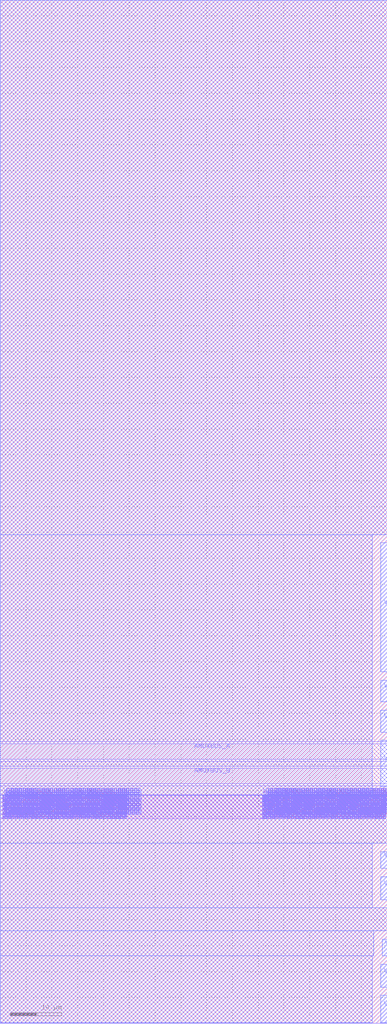
<source format=lef>
# Copyright 2020 The SkyWater PDK Authors
#
# Licensed under the Apache License, Version 2.0 (the "License");
# you may not use this file except in compliance with the License.
# You may obtain a copy of the License at
#
#     https://www.apache.org/licenses/LICENSE-2.0
#
# Unless required by applicable law or agreed to in writing, software
# distributed under the License is distributed on an "AS IS" BASIS,
# WITHOUT WARRANTIES OR CONDITIONS OF ANY KIND, either express or implied.
# See the License for the specific language governing permissions and
# limitations under the License.
#
# SPDX-License-Identifier: Apache-2.0

VERSION 5.7 ;
  NOWIREEXTENSIONATPIN ON ;
  DIVIDERCHAR "/" ;
  BUSBITCHARS "[]" ;
MACRO sky130_fd_io__overlay_vssd_lvc
  CLASS BLOCK ;
  FOREIGN sky130_fd_io__overlay_vssd_lvc ;
  ORIGIN  0.000000  0.000000 ;
  SIZE  75.00000 BY  198.0000 ;
  SYMMETRY X Y R90 ;
  PIN AMUXBUS_A
    DIRECTION INOUT ;
    USE SIGNAL ;
    PORT
      LAYER met4 ;
        RECT 0.000000 51.125000 75.000000 54.105000 ;
    END
  END AMUXBUS_A
  PIN AMUXBUS_B
    DIRECTION INOUT ;
    USE SIGNAL ;
    PORT
      LAYER met4 ;
        RECT 0.000000 46.365000 75.000000 49.345000 ;
    END
  END AMUXBUS_B
  PIN VCCD
    DIRECTION INOUT ;
    USE POWER ;
    PORT
      LAYER met5 ;
        RECT 73.730000 6.985000 75.000000 11.435000 ;
    END
  END VCCD
  PIN VCCHIB
    DIRECTION INOUT ;
    USE POWER ;
    PORT
      LAYER met5 ;
        RECT 73.730000 0.135000 75.000000 5.385000 ;
    END
  END VCCHIB
  PIN VDDA
    DIRECTION INOUT ;
    USE POWER ;
    PORT
      LAYER met5 ;
        RECT 74.035000 13.035000 75.000000 16.285000 ;
    END
  END VDDA
  PIN VDDIO
    DIRECTION INOUT ;
    USE POWER ;
    PORT
      LAYER met5 ;
        RECT 73.730000 68.035000 75.000000 92.985000 ;
    END
  END VDDIO
  PIN VDDIO_Q
    DIRECTION INOUT ;
    USE POWER ;
    PORT
      LAYER met5 ;
        RECT 73.730000 62.185000 75.000000 66.435000 ;
    END
  END VDDIO_Q
  PIN VSSA
    DIRECTION INOUT ;
    USE GROUND ;
    PORT
      LAYER met5 ;
        RECT 73.730000 45.735000 75.000000 54.735000 ;
    END
  END VSSA
  PIN VSSD
    DIRECTION INOUT ;
    USE GROUND ;
    PORT
      LAYER met3 ;
        RECT 0.530000 39.600000 0.850000 39.920000 ;
      LAYER met4 ;
        RECT 0.530000 39.600000 0.850000 39.920000 ;
    END
    PORT
      LAYER met3 ;
        RECT 0.530000 40.030000 0.850000 40.350000 ;
      LAYER met4 ;
        RECT 0.530000 40.030000 0.850000 40.350000 ;
    END
    PORT
      LAYER met3 ;
        RECT 0.530000 40.460000 0.850000 40.780000 ;
      LAYER met4 ;
        RECT 0.530000 40.460000 0.850000 40.780000 ;
    END
    PORT
      LAYER met3 ;
        RECT 0.530000 40.890000 0.850000 41.210000 ;
      LAYER met4 ;
        RECT 0.530000 40.890000 0.850000 41.210000 ;
    END
    PORT
      LAYER met3 ;
        RECT 0.530000 41.320000 0.850000 41.640000 ;
      LAYER met4 ;
        RECT 0.530000 41.320000 0.850000 41.640000 ;
    END
    PORT
      LAYER met3 ;
        RECT 0.530000 41.750000 0.850000 42.070000 ;
      LAYER met4 ;
        RECT 0.530000 41.750000 0.850000 42.070000 ;
    END
    PORT
      LAYER met3 ;
        RECT 0.530000 42.180000 0.850000 42.500000 ;
      LAYER met4 ;
        RECT 0.530000 42.180000 0.850000 42.500000 ;
    END
    PORT
      LAYER met3 ;
        RECT 0.530000 42.610000 0.850000 42.930000 ;
      LAYER met4 ;
        RECT 0.530000 42.610000 0.850000 42.930000 ;
    END
    PORT
      LAYER met3 ;
        RECT 0.530000 43.040000 0.850000 43.360000 ;
      LAYER met4 ;
        RECT 0.530000 43.040000 0.850000 43.360000 ;
    END
    PORT
      LAYER met3 ;
        RECT 0.530000 43.470000 0.850000 43.790000 ;
      LAYER met4 ;
        RECT 0.530000 43.470000 0.850000 43.790000 ;
    END
    PORT
      LAYER met3 ;
        RECT 0.530000 43.900000 0.850000 44.220000 ;
      LAYER met4 ;
        RECT 0.530000 43.900000 0.850000 44.220000 ;
    END
    PORT
      LAYER met3 ;
        RECT 0.935000 39.600000 1.255000 39.920000 ;
      LAYER met4 ;
        RECT 0.935000 39.600000 1.255000 39.920000 ;
    END
    PORT
      LAYER met3 ;
        RECT 0.935000 40.030000 1.255000 40.350000 ;
      LAYER met4 ;
        RECT 0.935000 40.030000 1.255000 40.350000 ;
    END
    PORT
      LAYER met3 ;
        RECT 0.935000 40.460000 1.255000 40.780000 ;
      LAYER met4 ;
        RECT 0.935000 40.460000 1.255000 40.780000 ;
    END
    PORT
      LAYER met3 ;
        RECT 0.935000 40.890000 1.255000 41.210000 ;
      LAYER met4 ;
        RECT 0.935000 40.890000 1.255000 41.210000 ;
    END
    PORT
      LAYER met3 ;
        RECT 0.935000 41.320000 1.255000 41.640000 ;
      LAYER met4 ;
        RECT 0.935000 41.320000 1.255000 41.640000 ;
    END
    PORT
      LAYER met3 ;
        RECT 0.935000 41.750000 1.255000 42.070000 ;
      LAYER met4 ;
        RECT 0.935000 41.750000 1.255000 42.070000 ;
    END
    PORT
      LAYER met3 ;
        RECT 0.935000 42.180000 1.255000 42.500000 ;
      LAYER met4 ;
        RECT 0.935000 42.180000 1.255000 42.500000 ;
    END
    PORT
      LAYER met3 ;
        RECT 0.935000 42.610000 1.255000 42.930000 ;
      LAYER met4 ;
        RECT 0.935000 42.610000 1.255000 42.930000 ;
    END
    PORT
      LAYER met3 ;
        RECT 0.935000 43.040000 1.255000 43.360000 ;
      LAYER met4 ;
        RECT 0.935000 43.040000 1.255000 43.360000 ;
    END
    PORT
      LAYER met3 ;
        RECT 0.935000 43.470000 1.255000 43.790000 ;
      LAYER met4 ;
        RECT 0.935000 43.470000 1.255000 43.790000 ;
    END
    PORT
      LAYER met3 ;
        RECT 0.935000 43.900000 1.255000 44.220000 ;
      LAYER met4 ;
        RECT 0.935000 43.900000 1.255000 44.220000 ;
    END
    PORT
      LAYER met3 ;
        RECT 1.340000 39.600000 1.660000 39.920000 ;
      LAYER met4 ;
        RECT 1.340000 39.600000 1.660000 39.920000 ;
    END
    PORT
      LAYER met3 ;
        RECT 1.340000 40.030000 1.660000 40.350000 ;
      LAYER met4 ;
        RECT 1.340000 40.030000 1.660000 40.350000 ;
    END
    PORT
      LAYER met3 ;
        RECT 1.340000 40.460000 1.660000 40.780000 ;
      LAYER met4 ;
        RECT 1.340000 40.460000 1.660000 40.780000 ;
    END
    PORT
      LAYER met3 ;
        RECT 1.340000 40.890000 1.660000 41.210000 ;
      LAYER met4 ;
        RECT 1.340000 40.890000 1.660000 41.210000 ;
    END
    PORT
      LAYER met3 ;
        RECT 1.340000 41.320000 1.660000 41.640000 ;
      LAYER met4 ;
        RECT 1.340000 41.320000 1.660000 41.640000 ;
    END
    PORT
      LAYER met3 ;
        RECT 1.340000 41.750000 1.660000 42.070000 ;
      LAYER met4 ;
        RECT 1.340000 41.750000 1.660000 42.070000 ;
    END
    PORT
      LAYER met3 ;
        RECT 1.340000 42.180000 1.660000 42.500000 ;
      LAYER met4 ;
        RECT 1.340000 42.180000 1.660000 42.500000 ;
    END
    PORT
      LAYER met3 ;
        RECT 1.340000 42.610000 1.660000 42.930000 ;
      LAYER met4 ;
        RECT 1.340000 42.610000 1.660000 42.930000 ;
    END
    PORT
      LAYER met3 ;
        RECT 1.340000 43.040000 1.660000 43.360000 ;
      LAYER met4 ;
        RECT 1.340000 43.040000 1.660000 43.360000 ;
    END
    PORT
      LAYER met3 ;
        RECT 1.340000 43.470000 1.660000 43.790000 ;
      LAYER met4 ;
        RECT 1.340000 43.470000 1.660000 43.790000 ;
    END
    PORT
      LAYER met3 ;
        RECT 1.340000 43.900000 1.660000 44.220000 ;
      LAYER met4 ;
        RECT 1.340000 43.900000 1.660000 44.220000 ;
    END
    PORT
      LAYER met3 ;
        RECT 1.745000 39.600000 2.065000 39.920000 ;
      LAYER met4 ;
        RECT 1.745000 39.600000 2.065000 39.920000 ;
    END
    PORT
      LAYER met3 ;
        RECT 1.745000 40.030000 2.065000 40.350000 ;
      LAYER met4 ;
        RECT 1.745000 40.030000 2.065000 40.350000 ;
    END
    PORT
      LAYER met3 ;
        RECT 1.745000 40.460000 2.065000 40.780000 ;
      LAYER met4 ;
        RECT 1.745000 40.460000 2.065000 40.780000 ;
    END
    PORT
      LAYER met3 ;
        RECT 1.745000 40.890000 2.065000 41.210000 ;
      LAYER met4 ;
        RECT 1.745000 40.890000 2.065000 41.210000 ;
    END
    PORT
      LAYER met3 ;
        RECT 1.745000 41.320000 2.065000 41.640000 ;
      LAYER met4 ;
        RECT 1.745000 41.320000 2.065000 41.640000 ;
    END
    PORT
      LAYER met3 ;
        RECT 1.745000 41.750000 2.065000 42.070000 ;
      LAYER met4 ;
        RECT 1.745000 41.750000 2.065000 42.070000 ;
    END
    PORT
      LAYER met3 ;
        RECT 1.745000 42.180000 2.065000 42.500000 ;
      LAYER met4 ;
        RECT 1.745000 42.180000 2.065000 42.500000 ;
    END
    PORT
      LAYER met3 ;
        RECT 1.745000 42.610000 2.065000 42.930000 ;
      LAYER met4 ;
        RECT 1.745000 42.610000 2.065000 42.930000 ;
    END
    PORT
      LAYER met3 ;
        RECT 1.745000 43.040000 2.065000 43.360000 ;
      LAYER met4 ;
        RECT 1.745000 43.040000 2.065000 43.360000 ;
    END
    PORT
      LAYER met3 ;
        RECT 1.745000 43.470000 2.065000 43.790000 ;
      LAYER met4 ;
        RECT 1.745000 43.470000 2.065000 43.790000 ;
    END
    PORT
      LAYER met3 ;
        RECT 1.745000 43.900000 2.065000 44.220000 ;
      LAYER met4 ;
        RECT 1.745000 43.900000 2.065000 44.220000 ;
    END
    PORT
      LAYER met3 ;
        RECT 10.150000 39.600000 10.470000 39.920000 ;
      LAYER met4 ;
        RECT 10.150000 39.600000 10.470000 39.920000 ;
    END
    PORT
      LAYER met3 ;
        RECT 10.150000 40.030000 10.470000 40.350000 ;
      LAYER met4 ;
        RECT 10.150000 40.030000 10.470000 40.350000 ;
    END
    PORT
      LAYER met3 ;
        RECT 10.150000 40.460000 10.470000 40.780000 ;
      LAYER met4 ;
        RECT 10.150000 40.460000 10.470000 40.780000 ;
    END
    PORT
      LAYER met3 ;
        RECT 10.150000 40.890000 10.470000 41.210000 ;
      LAYER met4 ;
        RECT 10.150000 40.890000 10.470000 41.210000 ;
    END
    PORT
      LAYER met3 ;
        RECT 10.150000 41.320000 10.470000 41.640000 ;
      LAYER met4 ;
        RECT 10.150000 41.320000 10.470000 41.640000 ;
    END
    PORT
      LAYER met3 ;
        RECT 10.150000 41.750000 10.470000 42.070000 ;
      LAYER met4 ;
        RECT 10.150000 41.750000 10.470000 42.070000 ;
    END
    PORT
      LAYER met3 ;
        RECT 10.150000 42.180000 10.470000 42.500000 ;
      LAYER met4 ;
        RECT 10.150000 42.180000 10.470000 42.500000 ;
    END
    PORT
      LAYER met3 ;
        RECT 10.150000 42.610000 10.470000 42.930000 ;
      LAYER met4 ;
        RECT 10.150000 42.610000 10.470000 42.930000 ;
    END
    PORT
      LAYER met3 ;
        RECT 10.150000 43.040000 10.470000 43.360000 ;
      LAYER met4 ;
        RECT 10.150000 43.040000 10.470000 43.360000 ;
    END
    PORT
      LAYER met3 ;
        RECT 10.150000 43.470000 10.470000 43.790000 ;
      LAYER met4 ;
        RECT 10.150000 43.470000 10.470000 43.790000 ;
    END
    PORT
      LAYER met3 ;
        RECT 10.150000 43.900000 10.470000 44.220000 ;
      LAYER met4 ;
        RECT 10.150000 43.900000 10.470000 44.220000 ;
    END
    PORT
      LAYER met3 ;
        RECT 10.550000 39.600000 10.870000 39.920000 ;
      LAYER met4 ;
        RECT 10.550000 39.600000 10.870000 39.920000 ;
    END
    PORT
      LAYER met3 ;
        RECT 10.550000 40.030000 10.870000 40.350000 ;
      LAYER met4 ;
        RECT 10.550000 40.030000 10.870000 40.350000 ;
    END
    PORT
      LAYER met3 ;
        RECT 10.550000 40.460000 10.870000 40.780000 ;
      LAYER met4 ;
        RECT 10.550000 40.460000 10.870000 40.780000 ;
    END
    PORT
      LAYER met3 ;
        RECT 10.550000 40.890000 10.870000 41.210000 ;
      LAYER met4 ;
        RECT 10.550000 40.890000 10.870000 41.210000 ;
    END
    PORT
      LAYER met3 ;
        RECT 10.550000 41.320000 10.870000 41.640000 ;
      LAYER met4 ;
        RECT 10.550000 41.320000 10.870000 41.640000 ;
    END
    PORT
      LAYER met3 ;
        RECT 10.550000 41.750000 10.870000 42.070000 ;
      LAYER met4 ;
        RECT 10.550000 41.750000 10.870000 42.070000 ;
    END
    PORT
      LAYER met3 ;
        RECT 10.550000 42.180000 10.870000 42.500000 ;
      LAYER met4 ;
        RECT 10.550000 42.180000 10.870000 42.500000 ;
    END
    PORT
      LAYER met3 ;
        RECT 10.550000 42.610000 10.870000 42.930000 ;
      LAYER met4 ;
        RECT 10.550000 42.610000 10.870000 42.930000 ;
    END
    PORT
      LAYER met3 ;
        RECT 10.550000 43.040000 10.870000 43.360000 ;
      LAYER met4 ;
        RECT 10.550000 43.040000 10.870000 43.360000 ;
    END
    PORT
      LAYER met3 ;
        RECT 10.550000 43.470000 10.870000 43.790000 ;
      LAYER met4 ;
        RECT 10.550000 43.470000 10.870000 43.790000 ;
    END
    PORT
      LAYER met3 ;
        RECT 10.550000 43.900000 10.870000 44.220000 ;
      LAYER met4 ;
        RECT 10.550000 43.900000 10.870000 44.220000 ;
    END
    PORT
      LAYER met3 ;
        RECT 10.950000 39.600000 11.270000 39.920000 ;
      LAYER met4 ;
        RECT 10.950000 39.600000 11.270000 39.920000 ;
    END
    PORT
      LAYER met3 ;
        RECT 10.950000 40.030000 11.270000 40.350000 ;
      LAYER met4 ;
        RECT 10.950000 40.030000 11.270000 40.350000 ;
    END
    PORT
      LAYER met3 ;
        RECT 10.950000 40.460000 11.270000 40.780000 ;
      LAYER met4 ;
        RECT 10.950000 40.460000 11.270000 40.780000 ;
    END
    PORT
      LAYER met3 ;
        RECT 10.950000 40.890000 11.270000 41.210000 ;
      LAYER met4 ;
        RECT 10.950000 40.890000 11.270000 41.210000 ;
    END
    PORT
      LAYER met3 ;
        RECT 10.950000 41.320000 11.270000 41.640000 ;
      LAYER met4 ;
        RECT 10.950000 41.320000 11.270000 41.640000 ;
    END
    PORT
      LAYER met3 ;
        RECT 10.950000 41.750000 11.270000 42.070000 ;
      LAYER met4 ;
        RECT 10.950000 41.750000 11.270000 42.070000 ;
    END
    PORT
      LAYER met3 ;
        RECT 10.950000 42.180000 11.270000 42.500000 ;
      LAYER met4 ;
        RECT 10.950000 42.180000 11.270000 42.500000 ;
    END
    PORT
      LAYER met3 ;
        RECT 10.950000 42.610000 11.270000 42.930000 ;
      LAYER met4 ;
        RECT 10.950000 42.610000 11.270000 42.930000 ;
    END
    PORT
      LAYER met3 ;
        RECT 10.950000 43.040000 11.270000 43.360000 ;
      LAYER met4 ;
        RECT 10.950000 43.040000 11.270000 43.360000 ;
    END
    PORT
      LAYER met3 ;
        RECT 10.950000 43.470000 11.270000 43.790000 ;
      LAYER met4 ;
        RECT 10.950000 43.470000 11.270000 43.790000 ;
    END
    PORT
      LAYER met3 ;
        RECT 10.950000 43.900000 11.270000 44.220000 ;
      LAYER met4 ;
        RECT 10.950000 43.900000 11.270000 44.220000 ;
    END
    PORT
      LAYER met3 ;
        RECT 11.350000 39.600000 11.670000 39.920000 ;
      LAYER met4 ;
        RECT 11.350000 39.600000 11.670000 39.920000 ;
    END
    PORT
      LAYER met3 ;
        RECT 11.350000 40.030000 11.670000 40.350000 ;
      LAYER met4 ;
        RECT 11.350000 40.030000 11.670000 40.350000 ;
    END
    PORT
      LAYER met3 ;
        RECT 11.350000 40.460000 11.670000 40.780000 ;
      LAYER met4 ;
        RECT 11.350000 40.460000 11.670000 40.780000 ;
    END
    PORT
      LAYER met3 ;
        RECT 11.350000 40.890000 11.670000 41.210000 ;
      LAYER met4 ;
        RECT 11.350000 40.890000 11.670000 41.210000 ;
    END
    PORT
      LAYER met3 ;
        RECT 11.350000 41.320000 11.670000 41.640000 ;
      LAYER met4 ;
        RECT 11.350000 41.320000 11.670000 41.640000 ;
    END
    PORT
      LAYER met3 ;
        RECT 11.350000 41.750000 11.670000 42.070000 ;
      LAYER met4 ;
        RECT 11.350000 41.750000 11.670000 42.070000 ;
    END
    PORT
      LAYER met3 ;
        RECT 11.350000 42.180000 11.670000 42.500000 ;
      LAYER met4 ;
        RECT 11.350000 42.180000 11.670000 42.500000 ;
    END
    PORT
      LAYER met3 ;
        RECT 11.350000 42.610000 11.670000 42.930000 ;
      LAYER met4 ;
        RECT 11.350000 42.610000 11.670000 42.930000 ;
    END
    PORT
      LAYER met3 ;
        RECT 11.350000 43.040000 11.670000 43.360000 ;
      LAYER met4 ;
        RECT 11.350000 43.040000 11.670000 43.360000 ;
    END
    PORT
      LAYER met3 ;
        RECT 11.350000 43.470000 11.670000 43.790000 ;
      LAYER met4 ;
        RECT 11.350000 43.470000 11.670000 43.790000 ;
    END
    PORT
      LAYER met3 ;
        RECT 11.350000 43.900000 11.670000 44.220000 ;
      LAYER met4 ;
        RECT 11.350000 43.900000 11.670000 44.220000 ;
    END
    PORT
      LAYER met3 ;
        RECT 11.750000 39.600000 12.070000 39.920000 ;
      LAYER met4 ;
        RECT 11.750000 39.600000 12.070000 39.920000 ;
    END
    PORT
      LAYER met3 ;
        RECT 11.750000 40.030000 12.070000 40.350000 ;
      LAYER met4 ;
        RECT 11.750000 40.030000 12.070000 40.350000 ;
    END
    PORT
      LAYER met3 ;
        RECT 11.750000 40.460000 12.070000 40.780000 ;
      LAYER met4 ;
        RECT 11.750000 40.460000 12.070000 40.780000 ;
    END
    PORT
      LAYER met3 ;
        RECT 11.750000 40.890000 12.070000 41.210000 ;
      LAYER met4 ;
        RECT 11.750000 40.890000 12.070000 41.210000 ;
    END
    PORT
      LAYER met3 ;
        RECT 11.750000 41.320000 12.070000 41.640000 ;
      LAYER met4 ;
        RECT 11.750000 41.320000 12.070000 41.640000 ;
    END
    PORT
      LAYER met3 ;
        RECT 11.750000 41.750000 12.070000 42.070000 ;
      LAYER met4 ;
        RECT 11.750000 41.750000 12.070000 42.070000 ;
    END
    PORT
      LAYER met3 ;
        RECT 11.750000 42.180000 12.070000 42.500000 ;
      LAYER met4 ;
        RECT 11.750000 42.180000 12.070000 42.500000 ;
    END
    PORT
      LAYER met3 ;
        RECT 11.750000 42.610000 12.070000 42.930000 ;
      LAYER met4 ;
        RECT 11.750000 42.610000 12.070000 42.930000 ;
    END
    PORT
      LAYER met3 ;
        RECT 11.750000 43.040000 12.070000 43.360000 ;
      LAYER met4 ;
        RECT 11.750000 43.040000 12.070000 43.360000 ;
    END
    PORT
      LAYER met3 ;
        RECT 11.750000 43.470000 12.070000 43.790000 ;
      LAYER met4 ;
        RECT 11.750000 43.470000 12.070000 43.790000 ;
    END
    PORT
      LAYER met3 ;
        RECT 11.750000 43.900000 12.070000 44.220000 ;
      LAYER met4 ;
        RECT 11.750000 43.900000 12.070000 44.220000 ;
    END
    PORT
      LAYER met3 ;
        RECT 12.150000 39.600000 12.470000 39.920000 ;
      LAYER met4 ;
        RECT 12.150000 39.600000 12.470000 39.920000 ;
    END
    PORT
      LAYER met3 ;
        RECT 12.150000 40.030000 12.470000 40.350000 ;
      LAYER met4 ;
        RECT 12.150000 40.030000 12.470000 40.350000 ;
    END
    PORT
      LAYER met3 ;
        RECT 12.150000 40.460000 12.470000 40.780000 ;
      LAYER met4 ;
        RECT 12.150000 40.460000 12.470000 40.780000 ;
    END
    PORT
      LAYER met3 ;
        RECT 12.150000 40.890000 12.470000 41.210000 ;
      LAYER met4 ;
        RECT 12.150000 40.890000 12.470000 41.210000 ;
    END
    PORT
      LAYER met3 ;
        RECT 12.150000 41.320000 12.470000 41.640000 ;
      LAYER met4 ;
        RECT 12.150000 41.320000 12.470000 41.640000 ;
    END
    PORT
      LAYER met3 ;
        RECT 12.150000 41.750000 12.470000 42.070000 ;
      LAYER met4 ;
        RECT 12.150000 41.750000 12.470000 42.070000 ;
    END
    PORT
      LAYER met3 ;
        RECT 12.150000 42.180000 12.470000 42.500000 ;
      LAYER met4 ;
        RECT 12.150000 42.180000 12.470000 42.500000 ;
    END
    PORT
      LAYER met3 ;
        RECT 12.150000 42.610000 12.470000 42.930000 ;
      LAYER met4 ;
        RECT 12.150000 42.610000 12.470000 42.930000 ;
    END
    PORT
      LAYER met3 ;
        RECT 12.150000 43.040000 12.470000 43.360000 ;
      LAYER met4 ;
        RECT 12.150000 43.040000 12.470000 43.360000 ;
    END
    PORT
      LAYER met3 ;
        RECT 12.150000 43.470000 12.470000 43.790000 ;
      LAYER met4 ;
        RECT 12.150000 43.470000 12.470000 43.790000 ;
    END
    PORT
      LAYER met3 ;
        RECT 12.150000 43.900000 12.470000 44.220000 ;
      LAYER met4 ;
        RECT 12.150000 43.900000 12.470000 44.220000 ;
    END
    PORT
      LAYER met3 ;
        RECT 12.550000 39.600000 12.870000 39.920000 ;
      LAYER met4 ;
        RECT 12.550000 39.600000 12.870000 39.920000 ;
    END
    PORT
      LAYER met3 ;
        RECT 12.550000 40.030000 12.870000 40.350000 ;
      LAYER met4 ;
        RECT 12.550000 40.030000 12.870000 40.350000 ;
    END
    PORT
      LAYER met3 ;
        RECT 12.550000 40.460000 12.870000 40.780000 ;
      LAYER met4 ;
        RECT 12.550000 40.460000 12.870000 40.780000 ;
    END
    PORT
      LAYER met3 ;
        RECT 12.550000 40.890000 12.870000 41.210000 ;
      LAYER met4 ;
        RECT 12.550000 40.890000 12.870000 41.210000 ;
    END
    PORT
      LAYER met3 ;
        RECT 12.550000 41.320000 12.870000 41.640000 ;
      LAYER met4 ;
        RECT 12.550000 41.320000 12.870000 41.640000 ;
    END
    PORT
      LAYER met3 ;
        RECT 12.550000 41.750000 12.870000 42.070000 ;
      LAYER met4 ;
        RECT 12.550000 41.750000 12.870000 42.070000 ;
    END
    PORT
      LAYER met3 ;
        RECT 12.550000 42.180000 12.870000 42.500000 ;
      LAYER met4 ;
        RECT 12.550000 42.180000 12.870000 42.500000 ;
    END
    PORT
      LAYER met3 ;
        RECT 12.550000 42.610000 12.870000 42.930000 ;
      LAYER met4 ;
        RECT 12.550000 42.610000 12.870000 42.930000 ;
    END
    PORT
      LAYER met3 ;
        RECT 12.550000 43.040000 12.870000 43.360000 ;
      LAYER met4 ;
        RECT 12.550000 43.040000 12.870000 43.360000 ;
    END
    PORT
      LAYER met3 ;
        RECT 12.550000 43.470000 12.870000 43.790000 ;
      LAYER met4 ;
        RECT 12.550000 43.470000 12.870000 43.790000 ;
    END
    PORT
      LAYER met3 ;
        RECT 12.550000 43.900000 12.870000 44.220000 ;
      LAYER met4 ;
        RECT 12.550000 43.900000 12.870000 44.220000 ;
    END
    PORT
      LAYER met3 ;
        RECT 12.950000 39.600000 13.270000 39.920000 ;
      LAYER met4 ;
        RECT 12.950000 39.600000 13.270000 39.920000 ;
    END
    PORT
      LAYER met3 ;
        RECT 12.950000 40.030000 13.270000 40.350000 ;
      LAYER met4 ;
        RECT 12.950000 40.030000 13.270000 40.350000 ;
    END
    PORT
      LAYER met3 ;
        RECT 12.950000 40.460000 13.270000 40.780000 ;
      LAYER met4 ;
        RECT 12.950000 40.460000 13.270000 40.780000 ;
    END
    PORT
      LAYER met3 ;
        RECT 12.950000 40.890000 13.270000 41.210000 ;
      LAYER met4 ;
        RECT 12.950000 40.890000 13.270000 41.210000 ;
    END
    PORT
      LAYER met3 ;
        RECT 12.950000 41.320000 13.270000 41.640000 ;
      LAYER met4 ;
        RECT 12.950000 41.320000 13.270000 41.640000 ;
    END
    PORT
      LAYER met3 ;
        RECT 12.950000 41.750000 13.270000 42.070000 ;
      LAYER met4 ;
        RECT 12.950000 41.750000 13.270000 42.070000 ;
    END
    PORT
      LAYER met3 ;
        RECT 12.950000 42.180000 13.270000 42.500000 ;
      LAYER met4 ;
        RECT 12.950000 42.180000 13.270000 42.500000 ;
    END
    PORT
      LAYER met3 ;
        RECT 12.950000 42.610000 13.270000 42.930000 ;
      LAYER met4 ;
        RECT 12.950000 42.610000 13.270000 42.930000 ;
    END
    PORT
      LAYER met3 ;
        RECT 12.950000 43.040000 13.270000 43.360000 ;
      LAYER met4 ;
        RECT 12.950000 43.040000 13.270000 43.360000 ;
    END
    PORT
      LAYER met3 ;
        RECT 12.950000 43.470000 13.270000 43.790000 ;
      LAYER met4 ;
        RECT 12.950000 43.470000 13.270000 43.790000 ;
    END
    PORT
      LAYER met3 ;
        RECT 12.950000 43.900000 13.270000 44.220000 ;
      LAYER met4 ;
        RECT 12.950000 43.900000 13.270000 44.220000 ;
    END
    PORT
      LAYER met3 ;
        RECT 13.350000 39.600000 13.670000 39.920000 ;
      LAYER met4 ;
        RECT 13.350000 39.600000 13.670000 39.920000 ;
    END
    PORT
      LAYER met3 ;
        RECT 13.350000 40.030000 13.670000 40.350000 ;
      LAYER met4 ;
        RECT 13.350000 40.030000 13.670000 40.350000 ;
    END
    PORT
      LAYER met3 ;
        RECT 13.350000 40.460000 13.670000 40.780000 ;
      LAYER met4 ;
        RECT 13.350000 40.460000 13.670000 40.780000 ;
    END
    PORT
      LAYER met3 ;
        RECT 13.350000 40.890000 13.670000 41.210000 ;
      LAYER met4 ;
        RECT 13.350000 40.890000 13.670000 41.210000 ;
    END
    PORT
      LAYER met3 ;
        RECT 13.350000 41.320000 13.670000 41.640000 ;
      LAYER met4 ;
        RECT 13.350000 41.320000 13.670000 41.640000 ;
    END
    PORT
      LAYER met3 ;
        RECT 13.350000 41.750000 13.670000 42.070000 ;
      LAYER met4 ;
        RECT 13.350000 41.750000 13.670000 42.070000 ;
    END
    PORT
      LAYER met3 ;
        RECT 13.350000 42.180000 13.670000 42.500000 ;
      LAYER met4 ;
        RECT 13.350000 42.180000 13.670000 42.500000 ;
    END
    PORT
      LAYER met3 ;
        RECT 13.350000 42.610000 13.670000 42.930000 ;
      LAYER met4 ;
        RECT 13.350000 42.610000 13.670000 42.930000 ;
    END
    PORT
      LAYER met3 ;
        RECT 13.350000 43.040000 13.670000 43.360000 ;
      LAYER met4 ;
        RECT 13.350000 43.040000 13.670000 43.360000 ;
    END
    PORT
      LAYER met3 ;
        RECT 13.350000 43.470000 13.670000 43.790000 ;
      LAYER met4 ;
        RECT 13.350000 43.470000 13.670000 43.790000 ;
    END
    PORT
      LAYER met3 ;
        RECT 13.350000 43.900000 13.670000 44.220000 ;
      LAYER met4 ;
        RECT 13.350000 43.900000 13.670000 44.220000 ;
    END
    PORT
      LAYER met3 ;
        RECT 13.750000 39.600000 14.070000 39.920000 ;
      LAYER met4 ;
        RECT 13.750000 39.600000 14.070000 39.920000 ;
    END
    PORT
      LAYER met3 ;
        RECT 13.750000 40.030000 14.070000 40.350000 ;
      LAYER met4 ;
        RECT 13.750000 40.030000 14.070000 40.350000 ;
    END
    PORT
      LAYER met3 ;
        RECT 13.750000 40.460000 14.070000 40.780000 ;
      LAYER met4 ;
        RECT 13.750000 40.460000 14.070000 40.780000 ;
    END
    PORT
      LAYER met3 ;
        RECT 13.750000 40.890000 14.070000 41.210000 ;
      LAYER met4 ;
        RECT 13.750000 40.890000 14.070000 41.210000 ;
    END
    PORT
      LAYER met3 ;
        RECT 13.750000 41.320000 14.070000 41.640000 ;
      LAYER met4 ;
        RECT 13.750000 41.320000 14.070000 41.640000 ;
    END
    PORT
      LAYER met3 ;
        RECT 13.750000 41.750000 14.070000 42.070000 ;
      LAYER met4 ;
        RECT 13.750000 41.750000 14.070000 42.070000 ;
    END
    PORT
      LAYER met3 ;
        RECT 13.750000 42.180000 14.070000 42.500000 ;
      LAYER met4 ;
        RECT 13.750000 42.180000 14.070000 42.500000 ;
    END
    PORT
      LAYER met3 ;
        RECT 13.750000 42.610000 14.070000 42.930000 ;
      LAYER met4 ;
        RECT 13.750000 42.610000 14.070000 42.930000 ;
    END
    PORT
      LAYER met3 ;
        RECT 13.750000 43.040000 14.070000 43.360000 ;
      LAYER met4 ;
        RECT 13.750000 43.040000 14.070000 43.360000 ;
    END
    PORT
      LAYER met3 ;
        RECT 13.750000 43.470000 14.070000 43.790000 ;
      LAYER met4 ;
        RECT 13.750000 43.470000 14.070000 43.790000 ;
    END
    PORT
      LAYER met3 ;
        RECT 13.750000 43.900000 14.070000 44.220000 ;
      LAYER met4 ;
        RECT 13.750000 43.900000 14.070000 44.220000 ;
    END
    PORT
      LAYER met3 ;
        RECT 14.150000 39.600000 14.470000 39.920000 ;
      LAYER met4 ;
        RECT 14.150000 39.600000 14.470000 39.920000 ;
    END
    PORT
      LAYER met3 ;
        RECT 14.150000 40.030000 14.470000 40.350000 ;
      LAYER met4 ;
        RECT 14.150000 40.030000 14.470000 40.350000 ;
    END
    PORT
      LAYER met3 ;
        RECT 14.150000 40.460000 14.470000 40.780000 ;
      LAYER met4 ;
        RECT 14.150000 40.460000 14.470000 40.780000 ;
    END
    PORT
      LAYER met3 ;
        RECT 14.150000 40.890000 14.470000 41.210000 ;
      LAYER met4 ;
        RECT 14.150000 40.890000 14.470000 41.210000 ;
    END
    PORT
      LAYER met3 ;
        RECT 14.150000 41.320000 14.470000 41.640000 ;
      LAYER met4 ;
        RECT 14.150000 41.320000 14.470000 41.640000 ;
    END
    PORT
      LAYER met3 ;
        RECT 14.150000 41.750000 14.470000 42.070000 ;
      LAYER met4 ;
        RECT 14.150000 41.750000 14.470000 42.070000 ;
    END
    PORT
      LAYER met3 ;
        RECT 14.150000 42.180000 14.470000 42.500000 ;
      LAYER met4 ;
        RECT 14.150000 42.180000 14.470000 42.500000 ;
    END
    PORT
      LAYER met3 ;
        RECT 14.150000 42.610000 14.470000 42.930000 ;
      LAYER met4 ;
        RECT 14.150000 42.610000 14.470000 42.930000 ;
    END
    PORT
      LAYER met3 ;
        RECT 14.150000 43.040000 14.470000 43.360000 ;
      LAYER met4 ;
        RECT 14.150000 43.040000 14.470000 43.360000 ;
    END
    PORT
      LAYER met3 ;
        RECT 14.150000 43.470000 14.470000 43.790000 ;
      LAYER met4 ;
        RECT 14.150000 43.470000 14.470000 43.790000 ;
    END
    PORT
      LAYER met3 ;
        RECT 14.150000 43.900000 14.470000 44.220000 ;
      LAYER met4 ;
        RECT 14.150000 43.900000 14.470000 44.220000 ;
    END
    PORT
      LAYER met3 ;
        RECT 14.550000 39.600000 14.870000 39.920000 ;
      LAYER met4 ;
        RECT 14.550000 39.600000 14.870000 39.920000 ;
    END
    PORT
      LAYER met3 ;
        RECT 14.550000 40.030000 14.870000 40.350000 ;
      LAYER met4 ;
        RECT 14.550000 40.030000 14.870000 40.350000 ;
    END
    PORT
      LAYER met3 ;
        RECT 14.550000 40.460000 14.870000 40.780000 ;
      LAYER met4 ;
        RECT 14.550000 40.460000 14.870000 40.780000 ;
    END
    PORT
      LAYER met3 ;
        RECT 14.550000 40.890000 14.870000 41.210000 ;
      LAYER met4 ;
        RECT 14.550000 40.890000 14.870000 41.210000 ;
    END
    PORT
      LAYER met3 ;
        RECT 14.550000 41.320000 14.870000 41.640000 ;
      LAYER met4 ;
        RECT 14.550000 41.320000 14.870000 41.640000 ;
    END
    PORT
      LAYER met3 ;
        RECT 14.550000 41.750000 14.870000 42.070000 ;
      LAYER met4 ;
        RECT 14.550000 41.750000 14.870000 42.070000 ;
    END
    PORT
      LAYER met3 ;
        RECT 14.550000 42.180000 14.870000 42.500000 ;
      LAYER met4 ;
        RECT 14.550000 42.180000 14.870000 42.500000 ;
    END
    PORT
      LAYER met3 ;
        RECT 14.550000 42.610000 14.870000 42.930000 ;
      LAYER met4 ;
        RECT 14.550000 42.610000 14.870000 42.930000 ;
    END
    PORT
      LAYER met3 ;
        RECT 14.550000 43.040000 14.870000 43.360000 ;
      LAYER met4 ;
        RECT 14.550000 43.040000 14.870000 43.360000 ;
    END
    PORT
      LAYER met3 ;
        RECT 14.550000 43.470000 14.870000 43.790000 ;
      LAYER met4 ;
        RECT 14.550000 43.470000 14.870000 43.790000 ;
    END
    PORT
      LAYER met3 ;
        RECT 14.550000 43.900000 14.870000 44.220000 ;
      LAYER met4 ;
        RECT 14.550000 43.900000 14.870000 44.220000 ;
    END
    PORT
      LAYER met3 ;
        RECT 14.950000 39.600000 15.270000 39.920000 ;
      LAYER met4 ;
        RECT 14.950000 39.600000 15.270000 39.920000 ;
    END
    PORT
      LAYER met3 ;
        RECT 14.950000 40.030000 15.270000 40.350000 ;
      LAYER met4 ;
        RECT 14.950000 40.030000 15.270000 40.350000 ;
    END
    PORT
      LAYER met3 ;
        RECT 14.950000 40.460000 15.270000 40.780000 ;
      LAYER met4 ;
        RECT 14.950000 40.460000 15.270000 40.780000 ;
    END
    PORT
      LAYER met3 ;
        RECT 14.950000 40.890000 15.270000 41.210000 ;
      LAYER met4 ;
        RECT 14.950000 40.890000 15.270000 41.210000 ;
    END
    PORT
      LAYER met3 ;
        RECT 14.950000 41.320000 15.270000 41.640000 ;
      LAYER met4 ;
        RECT 14.950000 41.320000 15.270000 41.640000 ;
    END
    PORT
      LAYER met3 ;
        RECT 14.950000 41.750000 15.270000 42.070000 ;
      LAYER met4 ;
        RECT 14.950000 41.750000 15.270000 42.070000 ;
    END
    PORT
      LAYER met3 ;
        RECT 14.950000 42.180000 15.270000 42.500000 ;
      LAYER met4 ;
        RECT 14.950000 42.180000 15.270000 42.500000 ;
    END
    PORT
      LAYER met3 ;
        RECT 14.950000 42.610000 15.270000 42.930000 ;
      LAYER met4 ;
        RECT 14.950000 42.610000 15.270000 42.930000 ;
    END
    PORT
      LAYER met3 ;
        RECT 14.950000 43.040000 15.270000 43.360000 ;
      LAYER met4 ;
        RECT 14.950000 43.040000 15.270000 43.360000 ;
    END
    PORT
      LAYER met3 ;
        RECT 14.950000 43.470000 15.270000 43.790000 ;
      LAYER met4 ;
        RECT 14.950000 43.470000 15.270000 43.790000 ;
    END
    PORT
      LAYER met3 ;
        RECT 14.950000 43.900000 15.270000 44.220000 ;
      LAYER met4 ;
        RECT 14.950000 43.900000 15.270000 44.220000 ;
    END
    PORT
      LAYER met3 ;
        RECT 15.350000 39.600000 15.670000 39.920000 ;
      LAYER met4 ;
        RECT 15.350000 39.600000 15.670000 39.920000 ;
    END
    PORT
      LAYER met3 ;
        RECT 15.350000 40.030000 15.670000 40.350000 ;
      LAYER met4 ;
        RECT 15.350000 40.030000 15.670000 40.350000 ;
    END
    PORT
      LAYER met3 ;
        RECT 15.350000 40.460000 15.670000 40.780000 ;
      LAYER met4 ;
        RECT 15.350000 40.460000 15.670000 40.780000 ;
    END
    PORT
      LAYER met3 ;
        RECT 15.350000 40.890000 15.670000 41.210000 ;
      LAYER met4 ;
        RECT 15.350000 40.890000 15.670000 41.210000 ;
    END
    PORT
      LAYER met3 ;
        RECT 15.350000 41.320000 15.670000 41.640000 ;
      LAYER met4 ;
        RECT 15.350000 41.320000 15.670000 41.640000 ;
    END
    PORT
      LAYER met3 ;
        RECT 15.350000 41.750000 15.670000 42.070000 ;
      LAYER met4 ;
        RECT 15.350000 41.750000 15.670000 42.070000 ;
    END
    PORT
      LAYER met3 ;
        RECT 15.350000 42.180000 15.670000 42.500000 ;
      LAYER met4 ;
        RECT 15.350000 42.180000 15.670000 42.500000 ;
    END
    PORT
      LAYER met3 ;
        RECT 15.350000 42.610000 15.670000 42.930000 ;
      LAYER met4 ;
        RECT 15.350000 42.610000 15.670000 42.930000 ;
    END
    PORT
      LAYER met3 ;
        RECT 15.350000 43.040000 15.670000 43.360000 ;
      LAYER met4 ;
        RECT 15.350000 43.040000 15.670000 43.360000 ;
    END
    PORT
      LAYER met3 ;
        RECT 15.350000 43.470000 15.670000 43.790000 ;
      LAYER met4 ;
        RECT 15.350000 43.470000 15.670000 43.790000 ;
    END
    PORT
      LAYER met3 ;
        RECT 15.350000 43.900000 15.670000 44.220000 ;
      LAYER met4 ;
        RECT 15.350000 43.900000 15.670000 44.220000 ;
    END
    PORT
      LAYER met3 ;
        RECT 15.750000 39.600000 16.070000 39.920000 ;
      LAYER met4 ;
        RECT 15.750000 39.600000 16.070000 39.920000 ;
    END
    PORT
      LAYER met3 ;
        RECT 15.750000 40.030000 16.070000 40.350000 ;
      LAYER met4 ;
        RECT 15.750000 40.030000 16.070000 40.350000 ;
    END
    PORT
      LAYER met3 ;
        RECT 15.750000 40.460000 16.070000 40.780000 ;
      LAYER met4 ;
        RECT 15.750000 40.460000 16.070000 40.780000 ;
    END
    PORT
      LAYER met3 ;
        RECT 15.750000 40.890000 16.070000 41.210000 ;
      LAYER met4 ;
        RECT 15.750000 40.890000 16.070000 41.210000 ;
    END
    PORT
      LAYER met3 ;
        RECT 15.750000 41.320000 16.070000 41.640000 ;
      LAYER met4 ;
        RECT 15.750000 41.320000 16.070000 41.640000 ;
    END
    PORT
      LAYER met3 ;
        RECT 15.750000 41.750000 16.070000 42.070000 ;
      LAYER met4 ;
        RECT 15.750000 41.750000 16.070000 42.070000 ;
    END
    PORT
      LAYER met3 ;
        RECT 15.750000 42.180000 16.070000 42.500000 ;
      LAYER met4 ;
        RECT 15.750000 42.180000 16.070000 42.500000 ;
    END
    PORT
      LAYER met3 ;
        RECT 15.750000 42.610000 16.070000 42.930000 ;
      LAYER met4 ;
        RECT 15.750000 42.610000 16.070000 42.930000 ;
    END
    PORT
      LAYER met3 ;
        RECT 15.750000 43.040000 16.070000 43.360000 ;
      LAYER met4 ;
        RECT 15.750000 43.040000 16.070000 43.360000 ;
    END
    PORT
      LAYER met3 ;
        RECT 15.750000 43.470000 16.070000 43.790000 ;
      LAYER met4 ;
        RECT 15.750000 43.470000 16.070000 43.790000 ;
    END
    PORT
      LAYER met3 ;
        RECT 15.750000 43.900000 16.070000 44.220000 ;
      LAYER met4 ;
        RECT 15.750000 43.900000 16.070000 44.220000 ;
    END
    PORT
      LAYER met3 ;
        RECT 16.150000 39.600000 16.470000 39.920000 ;
      LAYER met4 ;
        RECT 16.150000 39.600000 16.470000 39.920000 ;
    END
    PORT
      LAYER met3 ;
        RECT 16.150000 40.030000 16.470000 40.350000 ;
      LAYER met4 ;
        RECT 16.150000 40.030000 16.470000 40.350000 ;
    END
    PORT
      LAYER met3 ;
        RECT 16.150000 40.460000 16.470000 40.780000 ;
      LAYER met4 ;
        RECT 16.150000 40.460000 16.470000 40.780000 ;
    END
    PORT
      LAYER met3 ;
        RECT 16.150000 40.890000 16.470000 41.210000 ;
      LAYER met4 ;
        RECT 16.150000 40.890000 16.470000 41.210000 ;
    END
    PORT
      LAYER met3 ;
        RECT 16.150000 41.320000 16.470000 41.640000 ;
      LAYER met4 ;
        RECT 16.150000 41.320000 16.470000 41.640000 ;
    END
    PORT
      LAYER met3 ;
        RECT 16.150000 41.750000 16.470000 42.070000 ;
      LAYER met4 ;
        RECT 16.150000 41.750000 16.470000 42.070000 ;
    END
    PORT
      LAYER met3 ;
        RECT 16.150000 42.180000 16.470000 42.500000 ;
      LAYER met4 ;
        RECT 16.150000 42.180000 16.470000 42.500000 ;
    END
    PORT
      LAYER met3 ;
        RECT 16.150000 42.610000 16.470000 42.930000 ;
      LAYER met4 ;
        RECT 16.150000 42.610000 16.470000 42.930000 ;
    END
    PORT
      LAYER met3 ;
        RECT 16.150000 43.040000 16.470000 43.360000 ;
      LAYER met4 ;
        RECT 16.150000 43.040000 16.470000 43.360000 ;
    END
    PORT
      LAYER met3 ;
        RECT 16.150000 43.470000 16.470000 43.790000 ;
      LAYER met4 ;
        RECT 16.150000 43.470000 16.470000 43.790000 ;
    END
    PORT
      LAYER met3 ;
        RECT 16.150000 43.900000 16.470000 44.220000 ;
      LAYER met4 ;
        RECT 16.150000 43.900000 16.470000 44.220000 ;
    END
    PORT
      LAYER met3 ;
        RECT 16.550000 39.600000 16.870000 39.920000 ;
      LAYER met4 ;
        RECT 16.550000 39.600000 16.870000 39.920000 ;
    END
    PORT
      LAYER met3 ;
        RECT 16.550000 40.030000 16.870000 40.350000 ;
      LAYER met4 ;
        RECT 16.550000 40.030000 16.870000 40.350000 ;
    END
    PORT
      LAYER met3 ;
        RECT 16.550000 40.460000 16.870000 40.780000 ;
      LAYER met4 ;
        RECT 16.550000 40.460000 16.870000 40.780000 ;
    END
    PORT
      LAYER met3 ;
        RECT 16.550000 40.890000 16.870000 41.210000 ;
      LAYER met4 ;
        RECT 16.550000 40.890000 16.870000 41.210000 ;
    END
    PORT
      LAYER met3 ;
        RECT 16.550000 41.320000 16.870000 41.640000 ;
      LAYER met4 ;
        RECT 16.550000 41.320000 16.870000 41.640000 ;
    END
    PORT
      LAYER met3 ;
        RECT 16.550000 41.750000 16.870000 42.070000 ;
      LAYER met4 ;
        RECT 16.550000 41.750000 16.870000 42.070000 ;
    END
    PORT
      LAYER met3 ;
        RECT 16.550000 42.180000 16.870000 42.500000 ;
      LAYER met4 ;
        RECT 16.550000 42.180000 16.870000 42.500000 ;
    END
    PORT
      LAYER met3 ;
        RECT 16.550000 42.610000 16.870000 42.930000 ;
      LAYER met4 ;
        RECT 16.550000 42.610000 16.870000 42.930000 ;
    END
    PORT
      LAYER met3 ;
        RECT 16.550000 43.040000 16.870000 43.360000 ;
      LAYER met4 ;
        RECT 16.550000 43.040000 16.870000 43.360000 ;
    END
    PORT
      LAYER met3 ;
        RECT 16.550000 43.470000 16.870000 43.790000 ;
      LAYER met4 ;
        RECT 16.550000 43.470000 16.870000 43.790000 ;
    END
    PORT
      LAYER met3 ;
        RECT 16.550000 43.900000 16.870000 44.220000 ;
      LAYER met4 ;
        RECT 16.550000 43.900000 16.870000 44.220000 ;
    END
    PORT
      LAYER met3 ;
        RECT 16.950000 39.600000 17.270000 39.920000 ;
      LAYER met4 ;
        RECT 16.950000 39.600000 17.270000 39.920000 ;
    END
    PORT
      LAYER met3 ;
        RECT 16.950000 40.030000 17.270000 40.350000 ;
      LAYER met4 ;
        RECT 16.950000 40.030000 17.270000 40.350000 ;
    END
    PORT
      LAYER met3 ;
        RECT 16.950000 40.460000 17.270000 40.780000 ;
      LAYER met4 ;
        RECT 16.950000 40.460000 17.270000 40.780000 ;
    END
    PORT
      LAYER met3 ;
        RECT 16.950000 40.890000 17.270000 41.210000 ;
      LAYER met4 ;
        RECT 16.950000 40.890000 17.270000 41.210000 ;
    END
    PORT
      LAYER met3 ;
        RECT 16.950000 41.320000 17.270000 41.640000 ;
      LAYER met4 ;
        RECT 16.950000 41.320000 17.270000 41.640000 ;
    END
    PORT
      LAYER met3 ;
        RECT 16.950000 41.750000 17.270000 42.070000 ;
      LAYER met4 ;
        RECT 16.950000 41.750000 17.270000 42.070000 ;
    END
    PORT
      LAYER met3 ;
        RECT 16.950000 42.180000 17.270000 42.500000 ;
      LAYER met4 ;
        RECT 16.950000 42.180000 17.270000 42.500000 ;
    END
    PORT
      LAYER met3 ;
        RECT 16.950000 42.610000 17.270000 42.930000 ;
      LAYER met4 ;
        RECT 16.950000 42.610000 17.270000 42.930000 ;
    END
    PORT
      LAYER met3 ;
        RECT 16.950000 43.040000 17.270000 43.360000 ;
      LAYER met4 ;
        RECT 16.950000 43.040000 17.270000 43.360000 ;
    END
    PORT
      LAYER met3 ;
        RECT 16.950000 43.470000 17.270000 43.790000 ;
      LAYER met4 ;
        RECT 16.950000 43.470000 17.270000 43.790000 ;
    END
    PORT
      LAYER met3 ;
        RECT 16.950000 43.900000 17.270000 44.220000 ;
      LAYER met4 ;
        RECT 16.950000 43.900000 17.270000 44.220000 ;
    END
    PORT
      LAYER met3 ;
        RECT 17.350000 39.600000 17.670000 39.920000 ;
      LAYER met4 ;
        RECT 17.350000 39.600000 17.670000 39.920000 ;
    END
    PORT
      LAYER met3 ;
        RECT 17.350000 40.030000 17.670000 40.350000 ;
      LAYER met4 ;
        RECT 17.350000 40.030000 17.670000 40.350000 ;
    END
    PORT
      LAYER met3 ;
        RECT 17.350000 40.460000 17.670000 40.780000 ;
      LAYER met4 ;
        RECT 17.350000 40.460000 17.670000 40.780000 ;
    END
    PORT
      LAYER met3 ;
        RECT 17.350000 40.890000 17.670000 41.210000 ;
      LAYER met4 ;
        RECT 17.350000 40.890000 17.670000 41.210000 ;
    END
    PORT
      LAYER met3 ;
        RECT 17.350000 41.320000 17.670000 41.640000 ;
      LAYER met4 ;
        RECT 17.350000 41.320000 17.670000 41.640000 ;
    END
    PORT
      LAYER met3 ;
        RECT 17.350000 41.750000 17.670000 42.070000 ;
      LAYER met4 ;
        RECT 17.350000 41.750000 17.670000 42.070000 ;
    END
    PORT
      LAYER met3 ;
        RECT 17.350000 42.180000 17.670000 42.500000 ;
      LAYER met4 ;
        RECT 17.350000 42.180000 17.670000 42.500000 ;
    END
    PORT
      LAYER met3 ;
        RECT 17.350000 42.610000 17.670000 42.930000 ;
      LAYER met4 ;
        RECT 17.350000 42.610000 17.670000 42.930000 ;
    END
    PORT
      LAYER met3 ;
        RECT 17.350000 43.040000 17.670000 43.360000 ;
      LAYER met4 ;
        RECT 17.350000 43.040000 17.670000 43.360000 ;
    END
    PORT
      LAYER met3 ;
        RECT 17.350000 43.470000 17.670000 43.790000 ;
      LAYER met4 ;
        RECT 17.350000 43.470000 17.670000 43.790000 ;
    END
    PORT
      LAYER met3 ;
        RECT 17.350000 43.900000 17.670000 44.220000 ;
      LAYER met4 ;
        RECT 17.350000 43.900000 17.670000 44.220000 ;
    END
    PORT
      LAYER met3 ;
        RECT 17.750000 39.600000 18.070000 39.920000 ;
      LAYER met4 ;
        RECT 17.750000 39.600000 18.070000 39.920000 ;
    END
    PORT
      LAYER met3 ;
        RECT 17.750000 40.030000 18.070000 40.350000 ;
      LAYER met4 ;
        RECT 17.750000 40.030000 18.070000 40.350000 ;
    END
    PORT
      LAYER met3 ;
        RECT 17.750000 40.460000 18.070000 40.780000 ;
      LAYER met4 ;
        RECT 17.750000 40.460000 18.070000 40.780000 ;
    END
    PORT
      LAYER met3 ;
        RECT 17.750000 40.890000 18.070000 41.210000 ;
      LAYER met4 ;
        RECT 17.750000 40.890000 18.070000 41.210000 ;
    END
    PORT
      LAYER met3 ;
        RECT 17.750000 41.320000 18.070000 41.640000 ;
      LAYER met4 ;
        RECT 17.750000 41.320000 18.070000 41.640000 ;
    END
    PORT
      LAYER met3 ;
        RECT 17.750000 41.750000 18.070000 42.070000 ;
      LAYER met4 ;
        RECT 17.750000 41.750000 18.070000 42.070000 ;
    END
    PORT
      LAYER met3 ;
        RECT 17.750000 42.180000 18.070000 42.500000 ;
      LAYER met4 ;
        RECT 17.750000 42.180000 18.070000 42.500000 ;
    END
    PORT
      LAYER met3 ;
        RECT 17.750000 42.610000 18.070000 42.930000 ;
      LAYER met4 ;
        RECT 17.750000 42.610000 18.070000 42.930000 ;
    END
    PORT
      LAYER met3 ;
        RECT 17.750000 43.040000 18.070000 43.360000 ;
      LAYER met4 ;
        RECT 17.750000 43.040000 18.070000 43.360000 ;
    END
    PORT
      LAYER met3 ;
        RECT 17.750000 43.470000 18.070000 43.790000 ;
      LAYER met4 ;
        RECT 17.750000 43.470000 18.070000 43.790000 ;
    END
    PORT
      LAYER met3 ;
        RECT 17.750000 43.900000 18.070000 44.220000 ;
      LAYER met4 ;
        RECT 17.750000 43.900000 18.070000 44.220000 ;
    END
    PORT
      LAYER met3 ;
        RECT 18.150000 39.600000 18.470000 39.920000 ;
      LAYER met4 ;
        RECT 18.150000 39.600000 18.470000 39.920000 ;
    END
    PORT
      LAYER met3 ;
        RECT 18.150000 40.030000 18.470000 40.350000 ;
      LAYER met4 ;
        RECT 18.150000 40.030000 18.470000 40.350000 ;
    END
    PORT
      LAYER met3 ;
        RECT 18.150000 40.460000 18.470000 40.780000 ;
      LAYER met4 ;
        RECT 18.150000 40.460000 18.470000 40.780000 ;
    END
    PORT
      LAYER met3 ;
        RECT 18.150000 40.890000 18.470000 41.210000 ;
      LAYER met4 ;
        RECT 18.150000 40.890000 18.470000 41.210000 ;
    END
    PORT
      LAYER met3 ;
        RECT 18.150000 41.320000 18.470000 41.640000 ;
      LAYER met4 ;
        RECT 18.150000 41.320000 18.470000 41.640000 ;
    END
    PORT
      LAYER met3 ;
        RECT 18.150000 41.750000 18.470000 42.070000 ;
      LAYER met4 ;
        RECT 18.150000 41.750000 18.470000 42.070000 ;
    END
    PORT
      LAYER met3 ;
        RECT 18.150000 42.180000 18.470000 42.500000 ;
      LAYER met4 ;
        RECT 18.150000 42.180000 18.470000 42.500000 ;
    END
    PORT
      LAYER met3 ;
        RECT 18.150000 42.610000 18.470000 42.930000 ;
      LAYER met4 ;
        RECT 18.150000 42.610000 18.470000 42.930000 ;
    END
    PORT
      LAYER met3 ;
        RECT 18.150000 43.040000 18.470000 43.360000 ;
      LAYER met4 ;
        RECT 18.150000 43.040000 18.470000 43.360000 ;
    END
    PORT
      LAYER met3 ;
        RECT 18.150000 43.470000 18.470000 43.790000 ;
      LAYER met4 ;
        RECT 18.150000 43.470000 18.470000 43.790000 ;
    END
    PORT
      LAYER met3 ;
        RECT 18.150000 43.900000 18.470000 44.220000 ;
      LAYER met4 ;
        RECT 18.150000 43.900000 18.470000 44.220000 ;
    END
    PORT
      LAYER met3 ;
        RECT 18.550000 39.600000 18.870000 39.920000 ;
      LAYER met4 ;
        RECT 18.550000 39.600000 18.870000 39.920000 ;
    END
    PORT
      LAYER met3 ;
        RECT 18.550000 40.030000 18.870000 40.350000 ;
      LAYER met4 ;
        RECT 18.550000 40.030000 18.870000 40.350000 ;
    END
    PORT
      LAYER met3 ;
        RECT 18.550000 40.460000 18.870000 40.780000 ;
      LAYER met4 ;
        RECT 18.550000 40.460000 18.870000 40.780000 ;
    END
    PORT
      LAYER met3 ;
        RECT 18.550000 40.890000 18.870000 41.210000 ;
      LAYER met4 ;
        RECT 18.550000 40.890000 18.870000 41.210000 ;
    END
    PORT
      LAYER met3 ;
        RECT 18.550000 41.320000 18.870000 41.640000 ;
      LAYER met4 ;
        RECT 18.550000 41.320000 18.870000 41.640000 ;
    END
    PORT
      LAYER met3 ;
        RECT 18.550000 41.750000 18.870000 42.070000 ;
      LAYER met4 ;
        RECT 18.550000 41.750000 18.870000 42.070000 ;
    END
    PORT
      LAYER met3 ;
        RECT 18.550000 42.180000 18.870000 42.500000 ;
      LAYER met4 ;
        RECT 18.550000 42.180000 18.870000 42.500000 ;
    END
    PORT
      LAYER met3 ;
        RECT 18.550000 42.610000 18.870000 42.930000 ;
      LAYER met4 ;
        RECT 18.550000 42.610000 18.870000 42.930000 ;
    END
    PORT
      LAYER met3 ;
        RECT 18.550000 43.040000 18.870000 43.360000 ;
      LAYER met4 ;
        RECT 18.550000 43.040000 18.870000 43.360000 ;
    END
    PORT
      LAYER met3 ;
        RECT 18.550000 43.470000 18.870000 43.790000 ;
      LAYER met4 ;
        RECT 18.550000 43.470000 18.870000 43.790000 ;
    END
    PORT
      LAYER met3 ;
        RECT 18.550000 43.900000 18.870000 44.220000 ;
      LAYER met4 ;
        RECT 18.550000 43.900000 18.870000 44.220000 ;
    END
    PORT
      LAYER met3 ;
        RECT 18.950000 39.600000 19.270000 39.920000 ;
      LAYER met4 ;
        RECT 18.950000 39.600000 19.270000 39.920000 ;
    END
    PORT
      LAYER met3 ;
        RECT 18.950000 40.030000 19.270000 40.350000 ;
      LAYER met4 ;
        RECT 18.950000 40.030000 19.270000 40.350000 ;
    END
    PORT
      LAYER met3 ;
        RECT 18.950000 40.460000 19.270000 40.780000 ;
      LAYER met4 ;
        RECT 18.950000 40.460000 19.270000 40.780000 ;
    END
    PORT
      LAYER met3 ;
        RECT 18.950000 40.890000 19.270000 41.210000 ;
      LAYER met4 ;
        RECT 18.950000 40.890000 19.270000 41.210000 ;
    END
    PORT
      LAYER met3 ;
        RECT 18.950000 41.320000 19.270000 41.640000 ;
      LAYER met4 ;
        RECT 18.950000 41.320000 19.270000 41.640000 ;
    END
    PORT
      LAYER met3 ;
        RECT 18.950000 41.750000 19.270000 42.070000 ;
      LAYER met4 ;
        RECT 18.950000 41.750000 19.270000 42.070000 ;
    END
    PORT
      LAYER met3 ;
        RECT 18.950000 42.180000 19.270000 42.500000 ;
      LAYER met4 ;
        RECT 18.950000 42.180000 19.270000 42.500000 ;
    END
    PORT
      LAYER met3 ;
        RECT 18.950000 42.610000 19.270000 42.930000 ;
      LAYER met4 ;
        RECT 18.950000 42.610000 19.270000 42.930000 ;
    END
    PORT
      LAYER met3 ;
        RECT 18.950000 43.040000 19.270000 43.360000 ;
      LAYER met4 ;
        RECT 18.950000 43.040000 19.270000 43.360000 ;
    END
    PORT
      LAYER met3 ;
        RECT 18.950000 43.470000 19.270000 43.790000 ;
      LAYER met4 ;
        RECT 18.950000 43.470000 19.270000 43.790000 ;
    END
    PORT
      LAYER met3 ;
        RECT 18.950000 43.900000 19.270000 44.220000 ;
      LAYER met4 ;
        RECT 18.950000 43.900000 19.270000 44.220000 ;
    END
    PORT
      LAYER met3 ;
        RECT 19.350000 39.600000 19.670000 39.920000 ;
      LAYER met4 ;
        RECT 19.350000 39.600000 19.670000 39.920000 ;
    END
    PORT
      LAYER met3 ;
        RECT 19.350000 40.030000 19.670000 40.350000 ;
      LAYER met4 ;
        RECT 19.350000 40.030000 19.670000 40.350000 ;
    END
    PORT
      LAYER met3 ;
        RECT 19.350000 40.460000 19.670000 40.780000 ;
      LAYER met4 ;
        RECT 19.350000 40.460000 19.670000 40.780000 ;
    END
    PORT
      LAYER met3 ;
        RECT 19.350000 40.890000 19.670000 41.210000 ;
      LAYER met4 ;
        RECT 19.350000 40.890000 19.670000 41.210000 ;
    END
    PORT
      LAYER met3 ;
        RECT 19.350000 41.320000 19.670000 41.640000 ;
      LAYER met4 ;
        RECT 19.350000 41.320000 19.670000 41.640000 ;
    END
    PORT
      LAYER met3 ;
        RECT 19.350000 41.750000 19.670000 42.070000 ;
      LAYER met4 ;
        RECT 19.350000 41.750000 19.670000 42.070000 ;
    END
    PORT
      LAYER met3 ;
        RECT 19.350000 42.180000 19.670000 42.500000 ;
      LAYER met4 ;
        RECT 19.350000 42.180000 19.670000 42.500000 ;
    END
    PORT
      LAYER met3 ;
        RECT 19.350000 42.610000 19.670000 42.930000 ;
      LAYER met4 ;
        RECT 19.350000 42.610000 19.670000 42.930000 ;
    END
    PORT
      LAYER met3 ;
        RECT 19.350000 43.040000 19.670000 43.360000 ;
      LAYER met4 ;
        RECT 19.350000 43.040000 19.670000 43.360000 ;
    END
    PORT
      LAYER met3 ;
        RECT 19.350000 43.470000 19.670000 43.790000 ;
      LAYER met4 ;
        RECT 19.350000 43.470000 19.670000 43.790000 ;
    END
    PORT
      LAYER met3 ;
        RECT 19.350000 43.900000 19.670000 44.220000 ;
      LAYER met4 ;
        RECT 19.350000 43.900000 19.670000 44.220000 ;
    END
    PORT
      LAYER met3 ;
        RECT 19.750000 39.600000 20.070000 39.920000 ;
      LAYER met4 ;
        RECT 19.750000 39.600000 20.070000 39.920000 ;
    END
    PORT
      LAYER met3 ;
        RECT 19.750000 40.030000 20.070000 40.350000 ;
      LAYER met4 ;
        RECT 19.750000 40.030000 20.070000 40.350000 ;
    END
    PORT
      LAYER met3 ;
        RECT 19.750000 40.460000 20.070000 40.780000 ;
      LAYER met4 ;
        RECT 19.750000 40.460000 20.070000 40.780000 ;
    END
    PORT
      LAYER met3 ;
        RECT 19.750000 40.890000 20.070000 41.210000 ;
      LAYER met4 ;
        RECT 19.750000 40.890000 20.070000 41.210000 ;
    END
    PORT
      LAYER met3 ;
        RECT 19.750000 41.320000 20.070000 41.640000 ;
      LAYER met4 ;
        RECT 19.750000 41.320000 20.070000 41.640000 ;
    END
    PORT
      LAYER met3 ;
        RECT 19.750000 41.750000 20.070000 42.070000 ;
      LAYER met4 ;
        RECT 19.750000 41.750000 20.070000 42.070000 ;
    END
    PORT
      LAYER met3 ;
        RECT 19.750000 42.180000 20.070000 42.500000 ;
      LAYER met4 ;
        RECT 19.750000 42.180000 20.070000 42.500000 ;
    END
    PORT
      LAYER met3 ;
        RECT 19.750000 42.610000 20.070000 42.930000 ;
      LAYER met4 ;
        RECT 19.750000 42.610000 20.070000 42.930000 ;
    END
    PORT
      LAYER met3 ;
        RECT 19.750000 43.040000 20.070000 43.360000 ;
      LAYER met4 ;
        RECT 19.750000 43.040000 20.070000 43.360000 ;
    END
    PORT
      LAYER met3 ;
        RECT 19.750000 43.470000 20.070000 43.790000 ;
      LAYER met4 ;
        RECT 19.750000 43.470000 20.070000 43.790000 ;
    END
    PORT
      LAYER met3 ;
        RECT 19.750000 43.900000 20.070000 44.220000 ;
      LAYER met4 ;
        RECT 19.750000 43.900000 20.070000 44.220000 ;
    END
    PORT
      LAYER met3 ;
        RECT 2.150000 39.600000 2.470000 39.920000 ;
      LAYER met4 ;
        RECT 2.150000 39.600000 2.470000 39.920000 ;
    END
    PORT
      LAYER met3 ;
        RECT 2.150000 40.030000 2.470000 40.350000 ;
      LAYER met4 ;
        RECT 2.150000 40.030000 2.470000 40.350000 ;
    END
    PORT
      LAYER met3 ;
        RECT 2.150000 40.460000 2.470000 40.780000 ;
      LAYER met4 ;
        RECT 2.150000 40.460000 2.470000 40.780000 ;
    END
    PORT
      LAYER met3 ;
        RECT 2.150000 40.890000 2.470000 41.210000 ;
      LAYER met4 ;
        RECT 2.150000 40.890000 2.470000 41.210000 ;
    END
    PORT
      LAYER met3 ;
        RECT 2.150000 41.320000 2.470000 41.640000 ;
      LAYER met4 ;
        RECT 2.150000 41.320000 2.470000 41.640000 ;
    END
    PORT
      LAYER met3 ;
        RECT 2.150000 41.750000 2.470000 42.070000 ;
      LAYER met4 ;
        RECT 2.150000 41.750000 2.470000 42.070000 ;
    END
    PORT
      LAYER met3 ;
        RECT 2.150000 42.180000 2.470000 42.500000 ;
      LAYER met4 ;
        RECT 2.150000 42.180000 2.470000 42.500000 ;
    END
    PORT
      LAYER met3 ;
        RECT 2.150000 42.610000 2.470000 42.930000 ;
      LAYER met4 ;
        RECT 2.150000 42.610000 2.470000 42.930000 ;
    END
    PORT
      LAYER met3 ;
        RECT 2.150000 43.040000 2.470000 43.360000 ;
      LAYER met4 ;
        RECT 2.150000 43.040000 2.470000 43.360000 ;
    END
    PORT
      LAYER met3 ;
        RECT 2.150000 43.470000 2.470000 43.790000 ;
      LAYER met4 ;
        RECT 2.150000 43.470000 2.470000 43.790000 ;
    END
    PORT
      LAYER met3 ;
        RECT 2.150000 43.900000 2.470000 44.220000 ;
      LAYER met4 ;
        RECT 2.150000 43.900000 2.470000 44.220000 ;
    END
    PORT
      LAYER met3 ;
        RECT 2.550000 39.600000 2.870000 39.920000 ;
      LAYER met4 ;
        RECT 2.550000 39.600000 2.870000 39.920000 ;
    END
    PORT
      LAYER met3 ;
        RECT 2.550000 40.030000 2.870000 40.350000 ;
      LAYER met4 ;
        RECT 2.550000 40.030000 2.870000 40.350000 ;
    END
    PORT
      LAYER met3 ;
        RECT 2.550000 40.460000 2.870000 40.780000 ;
      LAYER met4 ;
        RECT 2.550000 40.460000 2.870000 40.780000 ;
    END
    PORT
      LAYER met3 ;
        RECT 2.550000 40.890000 2.870000 41.210000 ;
      LAYER met4 ;
        RECT 2.550000 40.890000 2.870000 41.210000 ;
    END
    PORT
      LAYER met3 ;
        RECT 2.550000 41.320000 2.870000 41.640000 ;
      LAYER met4 ;
        RECT 2.550000 41.320000 2.870000 41.640000 ;
    END
    PORT
      LAYER met3 ;
        RECT 2.550000 41.750000 2.870000 42.070000 ;
      LAYER met4 ;
        RECT 2.550000 41.750000 2.870000 42.070000 ;
    END
    PORT
      LAYER met3 ;
        RECT 2.550000 42.180000 2.870000 42.500000 ;
      LAYER met4 ;
        RECT 2.550000 42.180000 2.870000 42.500000 ;
    END
    PORT
      LAYER met3 ;
        RECT 2.550000 42.610000 2.870000 42.930000 ;
      LAYER met4 ;
        RECT 2.550000 42.610000 2.870000 42.930000 ;
    END
    PORT
      LAYER met3 ;
        RECT 2.550000 43.040000 2.870000 43.360000 ;
      LAYER met4 ;
        RECT 2.550000 43.040000 2.870000 43.360000 ;
    END
    PORT
      LAYER met3 ;
        RECT 2.550000 43.470000 2.870000 43.790000 ;
      LAYER met4 ;
        RECT 2.550000 43.470000 2.870000 43.790000 ;
    END
    PORT
      LAYER met3 ;
        RECT 2.550000 43.900000 2.870000 44.220000 ;
      LAYER met4 ;
        RECT 2.550000 43.900000 2.870000 44.220000 ;
    END
    PORT
      LAYER met3 ;
        RECT 2.950000 39.600000 3.270000 39.920000 ;
      LAYER met4 ;
        RECT 2.950000 39.600000 3.270000 39.920000 ;
    END
    PORT
      LAYER met3 ;
        RECT 2.950000 40.030000 3.270000 40.350000 ;
      LAYER met4 ;
        RECT 2.950000 40.030000 3.270000 40.350000 ;
    END
    PORT
      LAYER met3 ;
        RECT 2.950000 40.460000 3.270000 40.780000 ;
      LAYER met4 ;
        RECT 2.950000 40.460000 3.270000 40.780000 ;
    END
    PORT
      LAYER met3 ;
        RECT 2.950000 40.890000 3.270000 41.210000 ;
      LAYER met4 ;
        RECT 2.950000 40.890000 3.270000 41.210000 ;
    END
    PORT
      LAYER met3 ;
        RECT 2.950000 41.320000 3.270000 41.640000 ;
      LAYER met4 ;
        RECT 2.950000 41.320000 3.270000 41.640000 ;
    END
    PORT
      LAYER met3 ;
        RECT 2.950000 41.750000 3.270000 42.070000 ;
      LAYER met4 ;
        RECT 2.950000 41.750000 3.270000 42.070000 ;
    END
    PORT
      LAYER met3 ;
        RECT 2.950000 42.180000 3.270000 42.500000 ;
      LAYER met4 ;
        RECT 2.950000 42.180000 3.270000 42.500000 ;
    END
    PORT
      LAYER met3 ;
        RECT 2.950000 42.610000 3.270000 42.930000 ;
      LAYER met4 ;
        RECT 2.950000 42.610000 3.270000 42.930000 ;
    END
    PORT
      LAYER met3 ;
        RECT 2.950000 43.040000 3.270000 43.360000 ;
      LAYER met4 ;
        RECT 2.950000 43.040000 3.270000 43.360000 ;
    END
    PORT
      LAYER met3 ;
        RECT 2.950000 43.470000 3.270000 43.790000 ;
      LAYER met4 ;
        RECT 2.950000 43.470000 3.270000 43.790000 ;
    END
    PORT
      LAYER met3 ;
        RECT 2.950000 43.900000 3.270000 44.220000 ;
      LAYER met4 ;
        RECT 2.950000 43.900000 3.270000 44.220000 ;
    END
    PORT
      LAYER met3 ;
        RECT 20.150000 39.600000 20.470000 39.920000 ;
      LAYER met4 ;
        RECT 20.150000 39.600000 20.470000 39.920000 ;
    END
    PORT
      LAYER met3 ;
        RECT 20.150000 40.030000 20.470000 40.350000 ;
      LAYER met4 ;
        RECT 20.150000 40.030000 20.470000 40.350000 ;
    END
    PORT
      LAYER met3 ;
        RECT 20.150000 40.460000 20.470000 40.780000 ;
      LAYER met4 ;
        RECT 20.150000 40.460000 20.470000 40.780000 ;
    END
    PORT
      LAYER met3 ;
        RECT 20.150000 40.890000 20.470000 41.210000 ;
      LAYER met4 ;
        RECT 20.150000 40.890000 20.470000 41.210000 ;
    END
    PORT
      LAYER met3 ;
        RECT 20.150000 41.320000 20.470000 41.640000 ;
      LAYER met4 ;
        RECT 20.150000 41.320000 20.470000 41.640000 ;
    END
    PORT
      LAYER met3 ;
        RECT 20.150000 41.750000 20.470000 42.070000 ;
      LAYER met4 ;
        RECT 20.150000 41.750000 20.470000 42.070000 ;
    END
    PORT
      LAYER met3 ;
        RECT 20.150000 42.180000 20.470000 42.500000 ;
      LAYER met4 ;
        RECT 20.150000 42.180000 20.470000 42.500000 ;
    END
    PORT
      LAYER met3 ;
        RECT 20.150000 42.610000 20.470000 42.930000 ;
      LAYER met4 ;
        RECT 20.150000 42.610000 20.470000 42.930000 ;
    END
    PORT
      LAYER met3 ;
        RECT 20.150000 43.040000 20.470000 43.360000 ;
      LAYER met4 ;
        RECT 20.150000 43.040000 20.470000 43.360000 ;
    END
    PORT
      LAYER met3 ;
        RECT 20.150000 43.470000 20.470000 43.790000 ;
      LAYER met4 ;
        RECT 20.150000 43.470000 20.470000 43.790000 ;
    END
    PORT
      LAYER met3 ;
        RECT 20.150000 43.900000 20.470000 44.220000 ;
      LAYER met4 ;
        RECT 20.150000 43.900000 20.470000 44.220000 ;
    END
    PORT
      LAYER met3 ;
        RECT 20.550000 39.600000 20.870000 39.920000 ;
      LAYER met4 ;
        RECT 20.550000 39.600000 20.870000 39.920000 ;
    END
    PORT
      LAYER met3 ;
        RECT 20.550000 40.030000 20.870000 40.350000 ;
      LAYER met4 ;
        RECT 20.550000 40.030000 20.870000 40.350000 ;
    END
    PORT
      LAYER met3 ;
        RECT 20.550000 40.460000 20.870000 40.780000 ;
      LAYER met4 ;
        RECT 20.550000 40.460000 20.870000 40.780000 ;
    END
    PORT
      LAYER met3 ;
        RECT 20.550000 40.890000 20.870000 41.210000 ;
      LAYER met4 ;
        RECT 20.550000 40.890000 20.870000 41.210000 ;
    END
    PORT
      LAYER met3 ;
        RECT 20.550000 41.320000 20.870000 41.640000 ;
      LAYER met4 ;
        RECT 20.550000 41.320000 20.870000 41.640000 ;
    END
    PORT
      LAYER met3 ;
        RECT 20.550000 41.750000 20.870000 42.070000 ;
      LAYER met4 ;
        RECT 20.550000 41.750000 20.870000 42.070000 ;
    END
    PORT
      LAYER met3 ;
        RECT 20.550000 42.180000 20.870000 42.500000 ;
      LAYER met4 ;
        RECT 20.550000 42.180000 20.870000 42.500000 ;
    END
    PORT
      LAYER met3 ;
        RECT 20.550000 42.610000 20.870000 42.930000 ;
      LAYER met4 ;
        RECT 20.550000 42.610000 20.870000 42.930000 ;
    END
    PORT
      LAYER met3 ;
        RECT 20.550000 43.040000 20.870000 43.360000 ;
      LAYER met4 ;
        RECT 20.550000 43.040000 20.870000 43.360000 ;
    END
    PORT
      LAYER met3 ;
        RECT 20.550000 43.470000 20.870000 43.790000 ;
      LAYER met4 ;
        RECT 20.550000 43.470000 20.870000 43.790000 ;
    END
    PORT
      LAYER met3 ;
        RECT 20.550000 43.900000 20.870000 44.220000 ;
      LAYER met4 ;
        RECT 20.550000 43.900000 20.870000 44.220000 ;
    END
    PORT
      LAYER met3 ;
        RECT 20.950000 39.600000 21.270000 39.920000 ;
      LAYER met4 ;
        RECT 20.950000 39.600000 21.270000 39.920000 ;
    END
    PORT
      LAYER met3 ;
        RECT 20.950000 40.030000 21.270000 40.350000 ;
      LAYER met4 ;
        RECT 20.950000 40.030000 21.270000 40.350000 ;
    END
    PORT
      LAYER met3 ;
        RECT 20.950000 40.460000 21.270000 40.780000 ;
      LAYER met4 ;
        RECT 20.950000 40.460000 21.270000 40.780000 ;
    END
    PORT
      LAYER met3 ;
        RECT 20.950000 40.890000 21.270000 41.210000 ;
      LAYER met4 ;
        RECT 20.950000 40.890000 21.270000 41.210000 ;
    END
    PORT
      LAYER met3 ;
        RECT 20.950000 41.320000 21.270000 41.640000 ;
      LAYER met4 ;
        RECT 20.950000 41.320000 21.270000 41.640000 ;
    END
    PORT
      LAYER met3 ;
        RECT 20.950000 41.750000 21.270000 42.070000 ;
      LAYER met4 ;
        RECT 20.950000 41.750000 21.270000 42.070000 ;
    END
    PORT
      LAYER met3 ;
        RECT 20.950000 42.180000 21.270000 42.500000 ;
      LAYER met4 ;
        RECT 20.950000 42.180000 21.270000 42.500000 ;
    END
    PORT
      LAYER met3 ;
        RECT 20.950000 42.610000 21.270000 42.930000 ;
      LAYER met4 ;
        RECT 20.950000 42.610000 21.270000 42.930000 ;
    END
    PORT
      LAYER met3 ;
        RECT 20.950000 43.040000 21.270000 43.360000 ;
      LAYER met4 ;
        RECT 20.950000 43.040000 21.270000 43.360000 ;
    END
    PORT
      LAYER met3 ;
        RECT 20.950000 43.470000 21.270000 43.790000 ;
      LAYER met4 ;
        RECT 20.950000 43.470000 21.270000 43.790000 ;
    END
    PORT
      LAYER met3 ;
        RECT 20.950000 43.900000 21.270000 44.220000 ;
      LAYER met4 ;
        RECT 20.950000 43.900000 21.270000 44.220000 ;
    END
    PORT
      LAYER met3 ;
        RECT 21.350000 39.600000 21.670000 39.920000 ;
      LAYER met4 ;
        RECT 21.350000 39.600000 21.670000 39.920000 ;
    END
    PORT
      LAYER met3 ;
        RECT 21.350000 40.030000 21.670000 40.350000 ;
      LAYER met4 ;
        RECT 21.350000 40.030000 21.670000 40.350000 ;
    END
    PORT
      LAYER met3 ;
        RECT 21.350000 40.460000 21.670000 40.780000 ;
      LAYER met4 ;
        RECT 21.350000 40.460000 21.670000 40.780000 ;
    END
    PORT
      LAYER met3 ;
        RECT 21.350000 40.890000 21.670000 41.210000 ;
      LAYER met4 ;
        RECT 21.350000 40.890000 21.670000 41.210000 ;
    END
    PORT
      LAYER met3 ;
        RECT 21.350000 41.320000 21.670000 41.640000 ;
      LAYER met4 ;
        RECT 21.350000 41.320000 21.670000 41.640000 ;
    END
    PORT
      LAYER met3 ;
        RECT 21.350000 41.750000 21.670000 42.070000 ;
      LAYER met4 ;
        RECT 21.350000 41.750000 21.670000 42.070000 ;
    END
    PORT
      LAYER met3 ;
        RECT 21.350000 42.180000 21.670000 42.500000 ;
      LAYER met4 ;
        RECT 21.350000 42.180000 21.670000 42.500000 ;
    END
    PORT
      LAYER met3 ;
        RECT 21.350000 42.610000 21.670000 42.930000 ;
      LAYER met4 ;
        RECT 21.350000 42.610000 21.670000 42.930000 ;
    END
    PORT
      LAYER met3 ;
        RECT 21.350000 43.040000 21.670000 43.360000 ;
      LAYER met4 ;
        RECT 21.350000 43.040000 21.670000 43.360000 ;
    END
    PORT
      LAYER met3 ;
        RECT 21.350000 43.470000 21.670000 43.790000 ;
      LAYER met4 ;
        RECT 21.350000 43.470000 21.670000 43.790000 ;
    END
    PORT
      LAYER met3 ;
        RECT 21.350000 43.900000 21.670000 44.220000 ;
      LAYER met4 ;
        RECT 21.350000 43.900000 21.670000 44.220000 ;
    END
    PORT
      LAYER met3 ;
        RECT 21.750000 39.600000 22.070000 39.920000 ;
      LAYER met4 ;
        RECT 21.750000 39.600000 22.070000 39.920000 ;
    END
    PORT
      LAYER met3 ;
        RECT 21.750000 40.030000 22.070000 40.350000 ;
      LAYER met4 ;
        RECT 21.750000 40.030000 22.070000 40.350000 ;
    END
    PORT
      LAYER met3 ;
        RECT 21.750000 40.460000 22.070000 40.780000 ;
      LAYER met4 ;
        RECT 21.750000 40.460000 22.070000 40.780000 ;
    END
    PORT
      LAYER met3 ;
        RECT 21.750000 40.890000 22.070000 41.210000 ;
      LAYER met4 ;
        RECT 21.750000 40.890000 22.070000 41.210000 ;
    END
    PORT
      LAYER met3 ;
        RECT 21.750000 41.320000 22.070000 41.640000 ;
      LAYER met4 ;
        RECT 21.750000 41.320000 22.070000 41.640000 ;
    END
    PORT
      LAYER met3 ;
        RECT 21.750000 41.750000 22.070000 42.070000 ;
      LAYER met4 ;
        RECT 21.750000 41.750000 22.070000 42.070000 ;
    END
    PORT
      LAYER met3 ;
        RECT 21.750000 42.180000 22.070000 42.500000 ;
      LAYER met4 ;
        RECT 21.750000 42.180000 22.070000 42.500000 ;
    END
    PORT
      LAYER met3 ;
        RECT 21.750000 42.610000 22.070000 42.930000 ;
      LAYER met4 ;
        RECT 21.750000 42.610000 22.070000 42.930000 ;
    END
    PORT
      LAYER met3 ;
        RECT 21.750000 43.040000 22.070000 43.360000 ;
      LAYER met4 ;
        RECT 21.750000 43.040000 22.070000 43.360000 ;
    END
    PORT
      LAYER met3 ;
        RECT 21.750000 43.470000 22.070000 43.790000 ;
      LAYER met4 ;
        RECT 21.750000 43.470000 22.070000 43.790000 ;
    END
    PORT
      LAYER met3 ;
        RECT 21.750000 43.900000 22.070000 44.220000 ;
      LAYER met4 ;
        RECT 21.750000 43.900000 22.070000 44.220000 ;
    END
    PORT
      LAYER met3 ;
        RECT 22.150000 39.600000 22.470000 39.920000 ;
      LAYER met4 ;
        RECT 22.150000 39.600000 22.470000 39.920000 ;
    END
    PORT
      LAYER met3 ;
        RECT 22.150000 40.030000 22.470000 40.350000 ;
      LAYER met4 ;
        RECT 22.150000 40.030000 22.470000 40.350000 ;
    END
    PORT
      LAYER met3 ;
        RECT 22.150000 40.460000 22.470000 40.780000 ;
      LAYER met4 ;
        RECT 22.150000 40.460000 22.470000 40.780000 ;
    END
    PORT
      LAYER met3 ;
        RECT 22.150000 40.890000 22.470000 41.210000 ;
      LAYER met4 ;
        RECT 22.150000 40.890000 22.470000 41.210000 ;
    END
    PORT
      LAYER met3 ;
        RECT 22.150000 41.320000 22.470000 41.640000 ;
      LAYER met4 ;
        RECT 22.150000 41.320000 22.470000 41.640000 ;
    END
    PORT
      LAYER met3 ;
        RECT 22.150000 41.750000 22.470000 42.070000 ;
      LAYER met4 ;
        RECT 22.150000 41.750000 22.470000 42.070000 ;
    END
    PORT
      LAYER met3 ;
        RECT 22.150000 42.180000 22.470000 42.500000 ;
      LAYER met4 ;
        RECT 22.150000 42.180000 22.470000 42.500000 ;
    END
    PORT
      LAYER met3 ;
        RECT 22.150000 42.610000 22.470000 42.930000 ;
      LAYER met4 ;
        RECT 22.150000 42.610000 22.470000 42.930000 ;
    END
    PORT
      LAYER met3 ;
        RECT 22.150000 43.040000 22.470000 43.360000 ;
      LAYER met4 ;
        RECT 22.150000 43.040000 22.470000 43.360000 ;
    END
    PORT
      LAYER met3 ;
        RECT 22.150000 43.470000 22.470000 43.790000 ;
      LAYER met4 ;
        RECT 22.150000 43.470000 22.470000 43.790000 ;
    END
    PORT
      LAYER met3 ;
        RECT 22.150000 43.900000 22.470000 44.220000 ;
      LAYER met4 ;
        RECT 22.150000 43.900000 22.470000 44.220000 ;
    END
    PORT
      LAYER met3 ;
        RECT 22.550000 39.600000 22.870000 39.920000 ;
      LAYER met4 ;
        RECT 22.550000 39.600000 22.870000 39.920000 ;
    END
    PORT
      LAYER met3 ;
        RECT 22.550000 40.030000 22.870000 40.350000 ;
      LAYER met4 ;
        RECT 22.550000 40.030000 22.870000 40.350000 ;
    END
    PORT
      LAYER met3 ;
        RECT 22.550000 40.460000 22.870000 40.780000 ;
      LAYER met4 ;
        RECT 22.550000 40.460000 22.870000 40.780000 ;
    END
    PORT
      LAYER met3 ;
        RECT 22.550000 40.890000 22.870000 41.210000 ;
      LAYER met4 ;
        RECT 22.550000 40.890000 22.870000 41.210000 ;
    END
    PORT
      LAYER met3 ;
        RECT 22.550000 41.320000 22.870000 41.640000 ;
      LAYER met4 ;
        RECT 22.550000 41.320000 22.870000 41.640000 ;
    END
    PORT
      LAYER met3 ;
        RECT 22.550000 41.750000 22.870000 42.070000 ;
      LAYER met4 ;
        RECT 22.550000 41.750000 22.870000 42.070000 ;
    END
    PORT
      LAYER met3 ;
        RECT 22.550000 42.180000 22.870000 42.500000 ;
      LAYER met4 ;
        RECT 22.550000 42.180000 22.870000 42.500000 ;
    END
    PORT
      LAYER met3 ;
        RECT 22.550000 42.610000 22.870000 42.930000 ;
      LAYER met4 ;
        RECT 22.550000 42.610000 22.870000 42.930000 ;
    END
    PORT
      LAYER met3 ;
        RECT 22.550000 43.040000 22.870000 43.360000 ;
      LAYER met4 ;
        RECT 22.550000 43.040000 22.870000 43.360000 ;
    END
    PORT
      LAYER met3 ;
        RECT 22.550000 43.470000 22.870000 43.790000 ;
      LAYER met4 ;
        RECT 22.550000 43.470000 22.870000 43.790000 ;
    END
    PORT
      LAYER met3 ;
        RECT 22.550000 43.900000 22.870000 44.220000 ;
      LAYER met4 ;
        RECT 22.550000 43.900000 22.870000 44.220000 ;
    END
    PORT
      LAYER met3 ;
        RECT 22.950000 39.600000 23.270000 39.920000 ;
      LAYER met4 ;
        RECT 22.950000 39.600000 23.270000 39.920000 ;
    END
    PORT
      LAYER met3 ;
        RECT 22.950000 40.030000 23.270000 40.350000 ;
      LAYER met4 ;
        RECT 22.950000 40.030000 23.270000 40.350000 ;
    END
    PORT
      LAYER met3 ;
        RECT 22.950000 40.460000 23.270000 40.780000 ;
      LAYER met4 ;
        RECT 22.950000 40.460000 23.270000 40.780000 ;
    END
    PORT
      LAYER met3 ;
        RECT 22.950000 40.890000 23.270000 41.210000 ;
      LAYER met4 ;
        RECT 22.950000 40.890000 23.270000 41.210000 ;
    END
    PORT
      LAYER met3 ;
        RECT 22.950000 41.320000 23.270000 41.640000 ;
      LAYER met4 ;
        RECT 22.950000 41.320000 23.270000 41.640000 ;
    END
    PORT
      LAYER met3 ;
        RECT 22.950000 41.750000 23.270000 42.070000 ;
      LAYER met4 ;
        RECT 22.950000 41.750000 23.270000 42.070000 ;
    END
    PORT
      LAYER met3 ;
        RECT 22.950000 42.180000 23.270000 42.500000 ;
      LAYER met4 ;
        RECT 22.950000 42.180000 23.270000 42.500000 ;
    END
    PORT
      LAYER met3 ;
        RECT 22.950000 42.610000 23.270000 42.930000 ;
      LAYER met4 ;
        RECT 22.950000 42.610000 23.270000 42.930000 ;
    END
    PORT
      LAYER met3 ;
        RECT 22.950000 43.040000 23.270000 43.360000 ;
      LAYER met4 ;
        RECT 22.950000 43.040000 23.270000 43.360000 ;
    END
    PORT
      LAYER met3 ;
        RECT 22.950000 43.470000 23.270000 43.790000 ;
      LAYER met4 ;
        RECT 22.950000 43.470000 23.270000 43.790000 ;
    END
    PORT
      LAYER met3 ;
        RECT 22.950000 43.900000 23.270000 44.220000 ;
      LAYER met4 ;
        RECT 22.950000 43.900000 23.270000 44.220000 ;
    END
    PORT
      LAYER met3 ;
        RECT 23.350000 39.600000 23.670000 39.920000 ;
      LAYER met4 ;
        RECT 23.350000 39.600000 23.670000 39.920000 ;
    END
    PORT
      LAYER met3 ;
        RECT 23.350000 40.030000 23.670000 40.350000 ;
      LAYER met4 ;
        RECT 23.350000 40.030000 23.670000 40.350000 ;
    END
    PORT
      LAYER met3 ;
        RECT 23.350000 40.460000 23.670000 40.780000 ;
      LAYER met4 ;
        RECT 23.350000 40.460000 23.670000 40.780000 ;
    END
    PORT
      LAYER met3 ;
        RECT 23.350000 40.890000 23.670000 41.210000 ;
      LAYER met4 ;
        RECT 23.350000 40.890000 23.670000 41.210000 ;
    END
    PORT
      LAYER met3 ;
        RECT 23.350000 41.320000 23.670000 41.640000 ;
      LAYER met4 ;
        RECT 23.350000 41.320000 23.670000 41.640000 ;
    END
    PORT
      LAYER met3 ;
        RECT 23.350000 41.750000 23.670000 42.070000 ;
      LAYER met4 ;
        RECT 23.350000 41.750000 23.670000 42.070000 ;
    END
    PORT
      LAYER met3 ;
        RECT 23.350000 42.180000 23.670000 42.500000 ;
      LAYER met4 ;
        RECT 23.350000 42.180000 23.670000 42.500000 ;
    END
    PORT
      LAYER met3 ;
        RECT 23.350000 42.610000 23.670000 42.930000 ;
      LAYER met4 ;
        RECT 23.350000 42.610000 23.670000 42.930000 ;
    END
    PORT
      LAYER met3 ;
        RECT 23.350000 43.040000 23.670000 43.360000 ;
      LAYER met4 ;
        RECT 23.350000 43.040000 23.670000 43.360000 ;
    END
    PORT
      LAYER met3 ;
        RECT 23.350000 43.470000 23.670000 43.790000 ;
      LAYER met4 ;
        RECT 23.350000 43.470000 23.670000 43.790000 ;
    END
    PORT
      LAYER met3 ;
        RECT 23.350000 43.900000 23.670000 44.220000 ;
      LAYER met4 ;
        RECT 23.350000 43.900000 23.670000 44.220000 ;
    END
    PORT
      LAYER met3 ;
        RECT 23.750000 39.600000 24.070000 39.920000 ;
      LAYER met4 ;
        RECT 23.750000 39.600000 24.070000 39.920000 ;
    END
    PORT
      LAYER met3 ;
        RECT 23.750000 40.030000 24.070000 40.350000 ;
      LAYER met4 ;
        RECT 23.750000 40.030000 24.070000 40.350000 ;
    END
    PORT
      LAYER met3 ;
        RECT 23.750000 40.460000 24.070000 40.780000 ;
      LAYER met4 ;
        RECT 23.750000 40.460000 24.070000 40.780000 ;
    END
    PORT
      LAYER met3 ;
        RECT 23.750000 40.890000 24.070000 41.210000 ;
      LAYER met4 ;
        RECT 23.750000 40.890000 24.070000 41.210000 ;
    END
    PORT
      LAYER met3 ;
        RECT 23.750000 41.320000 24.070000 41.640000 ;
      LAYER met4 ;
        RECT 23.750000 41.320000 24.070000 41.640000 ;
    END
    PORT
      LAYER met3 ;
        RECT 23.750000 41.750000 24.070000 42.070000 ;
      LAYER met4 ;
        RECT 23.750000 41.750000 24.070000 42.070000 ;
    END
    PORT
      LAYER met3 ;
        RECT 23.750000 42.180000 24.070000 42.500000 ;
      LAYER met4 ;
        RECT 23.750000 42.180000 24.070000 42.500000 ;
    END
    PORT
      LAYER met3 ;
        RECT 23.750000 42.610000 24.070000 42.930000 ;
      LAYER met4 ;
        RECT 23.750000 42.610000 24.070000 42.930000 ;
    END
    PORT
      LAYER met3 ;
        RECT 23.750000 43.040000 24.070000 43.360000 ;
      LAYER met4 ;
        RECT 23.750000 43.040000 24.070000 43.360000 ;
    END
    PORT
      LAYER met3 ;
        RECT 23.750000 43.470000 24.070000 43.790000 ;
      LAYER met4 ;
        RECT 23.750000 43.470000 24.070000 43.790000 ;
    END
    PORT
      LAYER met3 ;
        RECT 23.750000 43.900000 24.070000 44.220000 ;
      LAYER met4 ;
        RECT 23.750000 43.900000 24.070000 44.220000 ;
    END
    PORT
      LAYER met3 ;
        RECT 24.150000 39.600000 24.470000 39.920000 ;
      LAYER met4 ;
        RECT 24.150000 39.600000 24.470000 39.920000 ;
    END
    PORT
      LAYER met3 ;
        RECT 24.150000 40.030000 24.470000 40.350000 ;
      LAYER met4 ;
        RECT 24.150000 40.030000 24.470000 40.350000 ;
    END
    PORT
      LAYER met3 ;
        RECT 24.150000 40.460000 24.470000 40.780000 ;
      LAYER met4 ;
        RECT 24.150000 40.460000 24.470000 40.780000 ;
    END
    PORT
      LAYER met3 ;
        RECT 24.150000 40.890000 24.470000 41.210000 ;
      LAYER met4 ;
        RECT 24.150000 40.890000 24.470000 41.210000 ;
    END
    PORT
      LAYER met3 ;
        RECT 24.150000 41.320000 24.470000 41.640000 ;
      LAYER met4 ;
        RECT 24.150000 41.320000 24.470000 41.640000 ;
    END
    PORT
      LAYER met3 ;
        RECT 24.150000 41.750000 24.470000 42.070000 ;
      LAYER met4 ;
        RECT 24.150000 41.750000 24.470000 42.070000 ;
    END
    PORT
      LAYER met3 ;
        RECT 24.150000 42.180000 24.470000 42.500000 ;
      LAYER met4 ;
        RECT 24.150000 42.180000 24.470000 42.500000 ;
    END
    PORT
      LAYER met3 ;
        RECT 24.150000 42.610000 24.470000 42.930000 ;
      LAYER met4 ;
        RECT 24.150000 42.610000 24.470000 42.930000 ;
    END
    PORT
      LAYER met3 ;
        RECT 24.150000 43.040000 24.470000 43.360000 ;
      LAYER met4 ;
        RECT 24.150000 43.040000 24.470000 43.360000 ;
    END
    PORT
      LAYER met3 ;
        RECT 24.150000 43.470000 24.470000 43.790000 ;
      LAYER met4 ;
        RECT 24.150000 43.470000 24.470000 43.790000 ;
    END
    PORT
      LAYER met3 ;
        RECT 24.150000 43.900000 24.470000 44.220000 ;
      LAYER met4 ;
        RECT 24.150000 43.900000 24.470000 44.220000 ;
    END
    PORT
      LAYER met3 ;
        RECT 3.350000 39.600000 3.670000 39.920000 ;
      LAYER met4 ;
        RECT 3.350000 39.600000 3.670000 39.920000 ;
    END
    PORT
      LAYER met3 ;
        RECT 3.350000 40.030000 3.670000 40.350000 ;
      LAYER met4 ;
        RECT 3.350000 40.030000 3.670000 40.350000 ;
    END
    PORT
      LAYER met3 ;
        RECT 3.350000 40.460000 3.670000 40.780000 ;
      LAYER met4 ;
        RECT 3.350000 40.460000 3.670000 40.780000 ;
    END
    PORT
      LAYER met3 ;
        RECT 3.350000 40.890000 3.670000 41.210000 ;
      LAYER met4 ;
        RECT 3.350000 40.890000 3.670000 41.210000 ;
    END
    PORT
      LAYER met3 ;
        RECT 3.350000 41.320000 3.670000 41.640000 ;
      LAYER met4 ;
        RECT 3.350000 41.320000 3.670000 41.640000 ;
    END
    PORT
      LAYER met3 ;
        RECT 3.350000 41.750000 3.670000 42.070000 ;
      LAYER met4 ;
        RECT 3.350000 41.750000 3.670000 42.070000 ;
    END
    PORT
      LAYER met3 ;
        RECT 3.350000 42.180000 3.670000 42.500000 ;
      LAYER met4 ;
        RECT 3.350000 42.180000 3.670000 42.500000 ;
    END
    PORT
      LAYER met3 ;
        RECT 3.350000 42.610000 3.670000 42.930000 ;
      LAYER met4 ;
        RECT 3.350000 42.610000 3.670000 42.930000 ;
    END
    PORT
      LAYER met3 ;
        RECT 3.350000 43.040000 3.670000 43.360000 ;
      LAYER met4 ;
        RECT 3.350000 43.040000 3.670000 43.360000 ;
    END
    PORT
      LAYER met3 ;
        RECT 3.350000 43.470000 3.670000 43.790000 ;
      LAYER met4 ;
        RECT 3.350000 43.470000 3.670000 43.790000 ;
    END
    PORT
      LAYER met3 ;
        RECT 3.350000 43.900000 3.670000 44.220000 ;
      LAYER met4 ;
        RECT 3.350000 43.900000 3.670000 44.220000 ;
    END
    PORT
      LAYER met3 ;
        RECT 3.750000 39.600000 4.070000 39.920000 ;
      LAYER met4 ;
        RECT 3.750000 39.600000 4.070000 39.920000 ;
    END
    PORT
      LAYER met3 ;
        RECT 3.750000 40.030000 4.070000 40.350000 ;
      LAYER met4 ;
        RECT 3.750000 40.030000 4.070000 40.350000 ;
    END
    PORT
      LAYER met3 ;
        RECT 3.750000 40.460000 4.070000 40.780000 ;
      LAYER met4 ;
        RECT 3.750000 40.460000 4.070000 40.780000 ;
    END
    PORT
      LAYER met3 ;
        RECT 3.750000 40.890000 4.070000 41.210000 ;
      LAYER met4 ;
        RECT 3.750000 40.890000 4.070000 41.210000 ;
    END
    PORT
      LAYER met3 ;
        RECT 3.750000 41.320000 4.070000 41.640000 ;
      LAYER met4 ;
        RECT 3.750000 41.320000 4.070000 41.640000 ;
    END
    PORT
      LAYER met3 ;
        RECT 3.750000 41.750000 4.070000 42.070000 ;
      LAYER met4 ;
        RECT 3.750000 41.750000 4.070000 42.070000 ;
    END
    PORT
      LAYER met3 ;
        RECT 3.750000 42.180000 4.070000 42.500000 ;
      LAYER met4 ;
        RECT 3.750000 42.180000 4.070000 42.500000 ;
    END
    PORT
      LAYER met3 ;
        RECT 3.750000 42.610000 4.070000 42.930000 ;
      LAYER met4 ;
        RECT 3.750000 42.610000 4.070000 42.930000 ;
    END
    PORT
      LAYER met3 ;
        RECT 3.750000 43.040000 4.070000 43.360000 ;
      LAYER met4 ;
        RECT 3.750000 43.040000 4.070000 43.360000 ;
    END
    PORT
      LAYER met3 ;
        RECT 3.750000 43.470000 4.070000 43.790000 ;
      LAYER met4 ;
        RECT 3.750000 43.470000 4.070000 43.790000 ;
    END
    PORT
      LAYER met3 ;
        RECT 3.750000 43.900000 4.070000 44.220000 ;
      LAYER met4 ;
        RECT 3.750000 43.900000 4.070000 44.220000 ;
    END
    PORT
      LAYER met3 ;
        RECT 4.150000 39.600000 4.470000 39.920000 ;
      LAYER met4 ;
        RECT 4.150000 39.600000 4.470000 39.920000 ;
    END
    PORT
      LAYER met3 ;
        RECT 4.150000 40.030000 4.470000 40.350000 ;
      LAYER met4 ;
        RECT 4.150000 40.030000 4.470000 40.350000 ;
    END
    PORT
      LAYER met3 ;
        RECT 4.150000 40.460000 4.470000 40.780000 ;
      LAYER met4 ;
        RECT 4.150000 40.460000 4.470000 40.780000 ;
    END
    PORT
      LAYER met3 ;
        RECT 4.150000 40.890000 4.470000 41.210000 ;
      LAYER met4 ;
        RECT 4.150000 40.890000 4.470000 41.210000 ;
    END
    PORT
      LAYER met3 ;
        RECT 4.150000 41.320000 4.470000 41.640000 ;
      LAYER met4 ;
        RECT 4.150000 41.320000 4.470000 41.640000 ;
    END
    PORT
      LAYER met3 ;
        RECT 4.150000 41.750000 4.470000 42.070000 ;
      LAYER met4 ;
        RECT 4.150000 41.750000 4.470000 42.070000 ;
    END
    PORT
      LAYER met3 ;
        RECT 4.150000 42.180000 4.470000 42.500000 ;
      LAYER met4 ;
        RECT 4.150000 42.180000 4.470000 42.500000 ;
    END
    PORT
      LAYER met3 ;
        RECT 4.150000 42.610000 4.470000 42.930000 ;
      LAYER met4 ;
        RECT 4.150000 42.610000 4.470000 42.930000 ;
    END
    PORT
      LAYER met3 ;
        RECT 4.150000 43.040000 4.470000 43.360000 ;
      LAYER met4 ;
        RECT 4.150000 43.040000 4.470000 43.360000 ;
    END
    PORT
      LAYER met3 ;
        RECT 4.150000 43.470000 4.470000 43.790000 ;
      LAYER met4 ;
        RECT 4.150000 43.470000 4.470000 43.790000 ;
    END
    PORT
      LAYER met3 ;
        RECT 4.150000 43.900000 4.470000 44.220000 ;
      LAYER met4 ;
        RECT 4.150000 43.900000 4.470000 44.220000 ;
    END
    PORT
      LAYER met3 ;
        RECT 4.550000 39.600000 4.870000 39.920000 ;
      LAYER met4 ;
        RECT 4.550000 39.600000 4.870000 39.920000 ;
    END
    PORT
      LAYER met3 ;
        RECT 4.550000 40.030000 4.870000 40.350000 ;
      LAYER met4 ;
        RECT 4.550000 40.030000 4.870000 40.350000 ;
    END
    PORT
      LAYER met3 ;
        RECT 4.550000 40.460000 4.870000 40.780000 ;
      LAYER met4 ;
        RECT 4.550000 40.460000 4.870000 40.780000 ;
    END
    PORT
      LAYER met3 ;
        RECT 4.550000 40.890000 4.870000 41.210000 ;
      LAYER met4 ;
        RECT 4.550000 40.890000 4.870000 41.210000 ;
    END
    PORT
      LAYER met3 ;
        RECT 4.550000 41.320000 4.870000 41.640000 ;
      LAYER met4 ;
        RECT 4.550000 41.320000 4.870000 41.640000 ;
    END
    PORT
      LAYER met3 ;
        RECT 4.550000 41.750000 4.870000 42.070000 ;
      LAYER met4 ;
        RECT 4.550000 41.750000 4.870000 42.070000 ;
    END
    PORT
      LAYER met3 ;
        RECT 4.550000 42.180000 4.870000 42.500000 ;
      LAYER met4 ;
        RECT 4.550000 42.180000 4.870000 42.500000 ;
    END
    PORT
      LAYER met3 ;
        RECT 4.550000 42.610000 4.870000 42.930000 ;
      LAYER met4 ;
        RECT 4.550000 42.610000 4.870000 42.930000 ;
    END
    PORT
      LAYER met3 ;
        RECT 4.550000 43.040000 4.870000 43.360000 ;
      LAYER met4 ;
        RECT 4.550000 43.040000 4.870000 43.360000 ;
    END
    PORT
      LAYER met3 ;
        RECT 4.550000 43.470000 4.870000 43.790000 ;
      LAYER met4 ;
        RECT 4.550000 43.470000 4.870000 43.790000 ;
    END
    PORT
      LAYER met3 ;
        RECT 4.550000 43.900000 4.870000 44.220000 ;
      LAYER met4 ;
        RECT 4.550000 43.900000 4.870000 44.220000 ;
    END
    PORT
      LAYER met3 ;
        RECT 4.950000 39.600000 5.270000 39.920000 ;
      LAYER met4 ;
        RECT 4.950000 39.600000 5.270000 39.920000 ;
    END
    PORT
      LAYER met3 ;
        RECT 4.950000 40.030000 5.270000 40.350000 ;
      LAYER met4 ;
        RECT 4.950000 40.030000 5.270000 40.350000 ;
    END
    PORT
      LAYER met3 ;
        RECT 4.950000 40.460000 5.270000 40.780000 ;
      LAYER met4 ;
        RECT 4.950000 40.460000 5.270000 40.780000 ;
    END
    PORT
      LAYER met3 ;
        RECT 4.950000 40.890000 5.270000 41.210000 ;
      LAYER met4 ;
        RECT 4.950000 40.890000 5.270000 41.210000 ;
    END
    PORT
      LAYER met3 ;
        RECT 4.950000 41.320000 5.270000 41.640000 ;
      LAYER met4 ;
        RECT 4.950000 41.320000 5.270000 41.640000 ;
    END
    PORT
      LAYER met3 ;
        RECT 4.950000 41.750000 5.270000 42.070000 ;
      LAYER met4 ;
        RECT 4.950000 41.750000 5.270000 42.070000 ;
    END
    PORT
      LAYER met3 ;
        RECT 4.950000 42.180000 5.270000 42.500000 ;
      LAYER met4 ;
        RECT 4.950000 42.180000 5.270000 42.500000 ;
    END
    PORT
      LAYER met3 ;
        RECT 4.950000 42.610000 5.270000 42.930000 ;
      LAYER met4 ;
        RECT 4.950000 42.610000 5.270000 42.930000 ;
    END
    PORT
      LAYER met3 ;
        RECT 4.950000 43.040000 5.270000 43.360000 ;
      LAYER met4 ;
        RECT 4.950000 43.040000 5.270000 43.360000 ;
    END
    PORT
      LAYER met3 ;
        RECT 4.950000 43.470000 5.270000 43.790000 ;
      LAYER met4 ;
        RECT 4.950000 43.470000 5.270000 43.790000 ;
    END
    PORT
      LAYER met3 ;
        RECT 4.950000 43.900000 5.270000 44.220000 ;
      LAYER met4 ;
        RECT 4.950000 43.900000 5.270000 44.220000 ;
    END
    PORT
      LAYER met3 ;
        RECT 5.350000 39.600000 5.670000 39.920000 ;
      LAYER met4 ;
        RECT 5.350000 39.600000 5.670000 39.920000 ;
    END
    PORT
      LAYER met3 ;
        RECT 5.350000 40.030000 5.670000 40.350000 ;
      LAYER met4 ;
        RECT 5.350000 40.030000 5.670000 40.350000 ;
    END
    PORT
      LAYER met3 ;
        RECT 5.350000 40.460000 5.670000 40.780000 ;
      LAYER met4 ;
        RECT 5.350000 40.460000 5.670000 40.780000 ;
    END
    PORT
      LAYER met3 ;
        RECT 5.350000 40.890000 5.670000 41.210000 ;
      LAYER met4 ;
        RECT 5.350000 40.890000 5.670000 41.210000 ;
    END
    PORT
      LAYER met3 ;
        RECT 5.350000 41.320000 5.670000 41.640000 ;
      LAYER met4 ;
        RECT 5.350000 41.320000 5.670000 41.640000 ;
    END
    PORT
      LAYER met3 ;
        RECT 5.350000 41.750000 5.670000 42.070000 ;
      LAYER met4 ;
        RECT 5.350000 41.750000 5.670000 42.070000 ;
    END
    PORT
      LAYER met3 ;
        RECT 5.350000 42.180000 5.670000 42.500000 ;
      LAYER met4 ;
        RECT 5.350000 42.180000 5.670000 42.500000 ;
    END
    PORT
      LAYER met3 ;
        RECT 5.350000 42.610000 5.670000 42.930000 ;
      LAYER met4 ;
        RECT 5.350000 42.610000 5.670000 42.930000 ;
    END
    PORT
      LAYER met3 ;
        RECT 5.350000 43.040000 5.670000 43.360000 ;
      LAYER met4 ;
        RECT 5.350000 43.040000 5.670000 43.360000 ;
    END
    PORT
      LAYER met3 ;
        RECT 5.350000 43.470000 5.670000 43.790000 ;
      LAYER met4 ;
        RECT 5.350000 43.470000 5.670000 43.790000 ;
    END
    PORT
      LAYER met3 ;
        RECT 5.350000 43.900000 5.670000 44.220000 ;
      LAYER met4 ;
        RECT 5.350000 43.900000 5.670000 44.220000 ;
    END
    PORT
      LAYER met3 ;
        RECT 5.750000 39.600000 6.070000 39.920000 ;
      LAYER met4 ;
        RECT 5.750000 39.600000 6.070000 39.920000 ;
    END
    PORT
      LAYER met3 ;
        RECT 5.750000 40.030000 6.070000 40.350000 ;
      LAYER met4 ;
        RECT 5.750000 40.030000 6.070000 40.350000 ;
    END
    PORT
      LAYER met3 ;
        RECT 5.750000 40.460000 6.070000 40.780000 ;
      LAYER met4 ;
        RECT 5.750000 40.460000 6.070000 40.780000 ;
    END
    PORT
      LAYER met3 ;
        RECT 5.750000 40.890000 6.070000 41.210000 ;
      LAYER met4 ;
        RECT 5.750000 40.890000 6.070000 41.210000 ;
    END
    PORT
      LAYER met3 ;
        RECT 5.750000 41.320000 6.070000 41.640000 ;
      LAYER met4 ;
        RECT 5.750000 41.320000 6.070000 41.640000 ;
    END
    PORT
      LAYER met3 ;
        RECT 5.750000 41.750000 6.070000 42.070000 ;
      LAYER met4 ;
        RECT 5.750000 41.750000 6.070000 42.070000 ;
    END
    PORT
      LAYER met3 ;
        RECT 5.750000 42.180000 6.070000 42.500000 ;
      LAYER met4 ;
        RECT 5.750000 42.180000 6.070000 42.500000 ;
    END
    PORT
      LAYER met3 ;
        RECT 5.750000 42.610000 6.070000 42.930000 ;
      LAYER met4 ;
        RECT 5.750000 42.610000 6.070000 42.930000 ;
    END
    PORT
      LAYER met3 ;
        RECT 5.750000 43.040000 6.070000 43.360000 ;
      LAYER met4 ;
        RECT 5.750000 43.040000 6.070000 43.360000 ;
    END
    PORT
      LAYER met3 ;
        RECT 5.750000 43.470000 6.070000 43.790000 ;
      LAYER met4 ;
        RECT 5.750000 43.470000 6.070000 43.790000 ;
    END
    PORT
      LAYER met3 ;
        RECT 5.750000 43.900000 6.070000 44.220000 ;
      LAYER met4 ;
        RECT 5.750000 43.900000 6.070000 44.220000 ;
    END
    PORT
      LAYER met3 ;
        RECT 50.785000 39.600000 51.105000 39.920000 ;
      LAYER met4 ;
        RECT 50.785000 39.600000 51.105000 39.920000 ;
    END
    PORT
      LAYER met3 ;
        RECT 50.785000 40.030000 51.105000 40.350000 ;
      LAYER met4 ;
        RECT 50.785000 40.030000 51.105000 40.350000 ;
    END
    PORT
      LAYER met3 ;
        RECT 50.785000 40.460000 51.105000 40.780000 ;
      LAYER met4 ;
        RECT 50.785000 40.460000 51.105000 40.780000 ;
    END
    PORT
      LAYER met3 ;
        RECT 50.785000 40.890000 51.105000 41.210000 ;
      LAYER met4 ;
        RECT 50.785000 40.890000 51.105000 41.210000 ;
    END
    PORT
      LAYER met3 ;
        RECT 50.785000 41.320000 51.105000 41.640000 ;
      LAYER met4 ;
        RECT 50.785000 41.320000 51.105000 41.640000 ;
    END
    PORT
      LAYER met3 ;
        RECT 50.785000 41.750000 51.105000 42.070000 ;
      LAYER met4 ;
        RECT 50.785000 41.750000 51.105000 42.070000 ;
    END
    PORT
      LAYER met3 ;
        RECT 50.785000 42.180000 51.105000 42.500000 ;
      LAYER met4 ;
        RECT 50.785000 42.180000 51.105000 42.500000 ;
    END
    PORT
      LAYER met3 ;
        RECT 50.785000 42.610000 51.105000 42.930000 ;
      LAYER met4 ;
        RECT 50.785000 42.610000 51.105000 42.930000 ;
    END
    PORT
      LAYER met3 ;
        RECT 50.785000 43.040000 51.105000 43.360000 ;
      LAYER met4 ;
        RECT 50.785000 43.040000 51.105000 43.360000 ;
    END
    PORT
      LAYER met3 ;
        RECT 50.785000 43.470000 51.105000 43.790000 ;
      LAYER met4 ;
        RECT 50.785000 43.470000 51.105000 43.790000 ;
    END
    PORT
      LAYER met3 ;
        RECT 50.785000 43.900000 51.105000 44.220000 ;
      LAYER met4 ;
        RECT 50.785000 43.900000 51.105000 44.220000 ;
    END
    PORT
      LAYER met3 ;
        RECT 51.195000 39.600000 51.515000 39.920000 ;
      LAYER met4 ;
        RECT 51.195000 39.600000 51.515000 39.920000 ;
    END
    PORT
      LAYER met3 ;
        RECT 51.195000 40.030000 51.515000 40.350000 ;
      LAYER met4 ;
        RECT 51.195000 40.030000 51.515000 40.350000 ;
    END
    PORT
      LAYER met3 ;
        RECT 51.195000 40.460000 51.515000 40.780000 ;
      LAYER met4 ;
        RECT 51.195000 40.460000 51.515000 40.780000 ;
    END
    PORT
      LAYER met3 ;
        RECT 51.195000 40.890000 51.515000 41.210000 ;
      LAYER met4 ;
        RECT 51.195000 40.890000 51.515000 41.210000 ;
    END
    PORT
      LAYER met3 ;
        RECT 51.195000 41.320000 51.515000 41.640000 ;
      LAYER met4 ;
        RECT 51.195000 41.320000 51.515000 41.640000 ;
    END
    PORT
      LAYER met3 ;
        RECT 51.195000 41.750000 51.515000 42.070000 ;
      LAYER met4 ;
        RECT 51.195000 41.750000 51.515000 42.070000 ;
    END
    PORT
      LAYER met3 ;
        RECT 51.195000 42.180000 51.515000 42.500000 ;
      LAYER met4 ;
        RECT 51.195000 42.180000 51.515000 42.500000 ;
    END
    PORT
      LAYER met3 ;
        RECT 51.195000 42.610000 51.515000 42.930000 ;
      LAYER met4 ;
        RECT 51.195000 42.610000 51.515000 42.930000 ;
    END
    PORT
      LAYER met3 ;
        RECT 51.195000 43.040000 51.515000 43.360000 ;
      LAYER met4 ;
        RECT 51.195000 43.040000 51.515000 43.360000 ;
    END
    PORT
      LAYER met3 ;
        RECT 51.195000 43.470000 51.515000 43.790000 ;
      LAYER met4 ;
        RECT 51.195000 43.470000 51.515000 43.790000 ;
    END
    PORT
      LAYER met3 ;
        RECT 51.195000 43.900000 51.515000 44.220000 ;
      LAYER met4 ;
        RECT 51.195000 43.900000 51.515000 44.220000 ;
    END
    PORT
      LAYER met3 ;
        RECT 51.605000 39.600000 51.925000 39.920000 ;
      LAYER met4 ;
        RECT 51.605000 39.600000 51.925000 39.920000 ;
    END
    PORT
      LAYER met3 ;
        RECT 51.605000 40.030000 51.925000 40.350000 ;
      LAYER met4 ;
        RECT 51.605000 40.030000 51.925000 40.350000 ;
    END
    PORT
      LAYER met3 ;
        RECT 51.605000 40.460000 51.925000 40.780000 ;
      LAYER met4 ;
        RECT 51.605000 40.460000 51.925000 40.780000 ;
    END
    PORT
      LAYER met3 ;
        RECT 51.605000 40.890000 51.925000 41.210000 ;
      LAYER met4 ;
        RECT 51.605000 40.890000 51.925000 41.210000 ;
    END
    PORT
      LAYER met3 ;
        RECT 51.605000 41.320000 51.925000 41.640000 ;
      LAYER met4 ;
        RECT 51.605000 41.320000 51.925000 41.640000 ;
    END
    PORT
      LAYER met3 ;
        RECT 51.605000 41.750000 51.925000 42.070000 ;
      LAYER met4 ;
        RECT 51.605000 41.750000 51.925000 42.070000 ;
    END
    PORT
      LAYER met3 ;
        RECT 51.605000 42.180000 51.925000 42.500000 ;
      LAYER met4 ;
        RECT 51.605000 42.180000 51.925000 42.500000 ;
    END
    PORT
      LAYER met3 ;
        RECT 51.605000 42.610000 51.925000 42.930000 ;
      LAYER met4 ;
        RECT 51.605000 42.610000 51.925000 42.930000 ;
    END
    PORT
      LAYER met3 ;
        RECT 51.605000 43.040000 51.925000 43.360000 ;
      LAYER met4 ;
        RECT 51.605000 43.040000 51.925000 43.360000 ;
    END
    PORT
      LAYER met3 ;
        RECT 51.605000 43.470000 51.925000 43.790000 ;
      LAYER met4 ;
        RECT 51.605000 43.470000 51.925000 43.790000 ;
    END
    PORT
      LAYER met3 ;
        RECT 51.605000 43.900000 51.925000 44.220000 ;
      LAYER met4 ;
        RECT 51.605000 43.900000 51.925000 44.220000 ;
    END
    PORT
      LAYER met3 ;
        RECT 52.015000 39.600000 52.335000 39.920000 ;
      LAYER met4 ;
        RECT 52.015000 39.600000 52.335000 39.920000 ;
    END
    PORT
      LAYER met3 ;
        RECT 52.015000 40.030000 52.335000 40.350000 ;
      LAYER met4 ;
        RECT 52.015000 40.030000 52.335000 40.350000 ;
    END
    PORT
      LAYER met3 ;
        RECT 52.015000 40.460000 52.335000 40.780000 ;
      LAYER met4 ;
        RECT 52.015000 40.460000 52.335000 40.780000 ;
    END
    PORT
      LAYER met3 ;
        RECT 52.015000 40.890000 52.335000 41.210000 ;
      LAYER met4 ;
        RECT 52.015000 40.890000 52.335000 41.210000 ;
    END
    PORT
      LAYER met3 ;
        RECT 52.015000 41.320000 52.335000 41.640000 ;
      LAYER met4 ;
        RECT 52.015000 41.320000 52.335000 41.640000 ;
    END
    PORT
      LAYER met3 ;
        RECT 52.015000 41.750000 52.335000 42.070000 ;
      LAYER met4 ;
        RECT 52.015000 41.750000 52.335000 42.070000 ;
    END
    PORT
      LAYER met3 ;
        RECT 52.015000 42.180000 52.335000 42.500000 ;
      LAYER met4 ;
        RECT 52.015000 42.180000 52.335000 42.500000 ;
    END
    PORT
      LAYER met3 ;
        RECT 52.015000 42.610000 52.335000 42.930000 ;
      LAYER met4 ;
        RECT 52.015000 42.610000 52.335000 42.930000 ;
    END
    PORT
      LAYER met3 ;
        RECT 52.015000 43.040000 52.335000 43.360000 ;
      LAYER met4 ;
        RECT 52.015000 43.040000 52.335000 43.360000 ;
    END
    PORT
      LAYER met3 ;
        RECT 52.015000 43.470000 52.335000 43.790000 ;
      LAYER met4 ;
        RECT 52.015000 43.470000 52.335000 43.790000 ;
    END
    PORT
      LAYER met3 ;
        RECT 52.015000 43.900000 52.335000 44.220000 ;
      LAYER met4 ;
        RECT 52.015000 43.900000 52.335000 44.220000 ;
    END
    PORT
      LAYER met3 ;
        RECT 52.425000 39.600000 52.745000 39.920000 ;
      LAYER met4 ;
        RECT 52.425000 39.600000 52.745000 39.920000 ;
    END
    PORT
      LAYER met3 ;
        RECT 52.425000 40.030000 52.745000 40.350000 ;
      LAYER met4 ;
        RECT 52.425000 40.030000 52.745000 40.350000 ;
    END
    PORT
      LAYER met3 ;
        RECT 52.425000 40.460000 52.745000 40.780000 ;
      LAYER met4 ;
        RECT 52.425000 40.460000 52.745000 40.780000 ;
    END
    PORT
      LAYER met3 ;
        RECT 52.425000 40.890000 52.745000 41.210000 ;
      LAYER met4 ;
        RECT 52.425000 40.890000 52.745000 41.210000 ;
    END
    PORT
      LAYER met3 ;
        RECT 52.425000 41.320000 52.745000 41.640000 ;
      LAYER met4 ;
        RECT 52.425000 41.320000 52.745000 41.640000 ;
    END
    PORT
      LAYER met3 ;
        RECT 52.425000 41.750000 52.745000 42.070000 ;
      LAYER met4 ;
        RECT 52.425000 41.750000 52.745000 42.070000 ;
    END
    PORT
      LAYER met3 ;
        RECT 52.425000 42.180000 52.745000 42.500000 ;
      LAYER met4 ;
        RECT 52.425000 42.180000 52.745000 42.500000 ;
    END
    PORT
      LAYER met3 ;
        RECT 52.425000 42.610000 52.745000 42.930000 ;
      LAYER met4 ;
        RECT 52.425000 42.610000 52.745000 42.930000 ;
    END
    PORT
      LAYER met3 ;
        RECT 52.425000 43.040000 52.745000 43.360000 ;
      LAYER met4 ;
        RECT 52.425000 43.040000 52.745000 43.360000 ;
    END
    PORT
      LAYER met3 ;
        RECT 52.425000 43.470000 52.745000 43.790000 ;
      LAYER met4 ;
        RECT 52.425000 43.470000 52.745000 43.790000 ;
    END
    PORT
      LAYER met3 ;
        RECT 52.425000 43.900000 52.745000 44.220000 ;
      LAYER met4 ;
        RECT 52.425000 43.900000 52.745000 44.220000 ;
    END
    PORT
      LAYER met3 ;
        RECT 52.835000 39.600000 53.155000 39.920000 ;
      LAYER met4 ;
        RECT 52.835000 39.600000 53.155000 39.920000 ;
    END
    PORT
      LAYER met3 ;
        RECT 52.835000 40.030000 53.155000 40.350000 ;
      LAYER met4 ;
        RECT 52.835000 40.030000 53.155000 40.350000 ;
    END
    PORT
      LAYER met3 ;
        RECT 52.835000 40.460000 53.155000 40.780000 ;
      LAYER met4 ;
        RECT 52.835000 40.460000 53.155000 40.780000 ;
    END
    PORT
      LAYER met3 ;
        RECT 52.835000 40.890000 53.155000 41.210000 ;
      LAYER met4 ;
        RECT 52.835000 40.890000 53.155000 41.210000 ;
    END
    PORT
      LAYER met3 ;
        RECT 52.835000 41.320000 53.155000 41.640000 ;
      LAYER met4 ;
        RECT 52.835000 41.320000 53.155000 41.640000 ;
    END
    PORT
      LAYER met3 ;
        RECT 52.835000 41.750000 53.155000 42.070000 ;
      LAYER met4 ;
        RECT 52.835000 41.750000 53.155000 42.070000 ;
    END
    PORT
      LAYER met3 ;
        RECT 52.835000 42.180000 53.155000 42.500000 ;
      LAYER met4 ;
        RECT 52.835000 42.180000 53.155000 42.500000 ;
    END
    PORT
      LAYER met3 ;
        RECT 52.835000 42.610000 53.155000 42.930000 ;
      LAYER met4 ;
        RECT 52.835000 42.610000 53.155000 42.930000 ;
    END
    PORT
      LAYER met3 ;
        RECT 52.835000 43.040000 53.155000 43.360000 ;
      LAYER met4 ;
        RECT 52.835000 43.040000 53.155000 43.360000 ;
    END
    PORT
      LAYER met3 ;
        RECT 52.835000 43.470000 53.155000 43.790000 ;
      LAYER met4 ;
        RECT 52.835000 43.470000 53.155000 43.790000 ;
    END
    PORT
      LAYER met3 ;
        RECT 52.835000 43.900000 53.155000 44.220000 ;
      LAYER met4 ;
        RECT 52.835000 43.900000 53.155000 44.220000 ;
    END
    PORT
      LAYER met3 ;
        RECT 53.245000 39.600000 53.565000 39.920000 ;
      LAYER met4 ;
        RECT 53.245000 39.600000 53.565000 39.920000 ;
    END
    PORT
      LAYER met3 ;
        RECT 53.245000 40.030000 53.565000 40.350000 ;
      LAYER met4 ;
        RECT 53.245000 40.030000 53.565000 40.350000 ;
    END
    PORT
      LAYER met3 ;
        RECT 53.245000 40.460000 53.565000 40.780000 ;
      LAYER met4 ;
        RECT 53.245000 40.460000 53.565000 40.780000 ;
    END
    PORT
      LAYER met3 ;
        RECT 53.245000 40.890000 53.565000 41.210000 ;
      LAYER met4 ;
        RECT 53.245000 40.890000 53.565000 41.210000 ;
    END
    PORT
      LAYER met3 ;
        RECT 53.245000 41.320000 53.565000 41.640000 ;
      LAYER met4 ;
        RECT 53.245000 41.320000 53.565000 41.640000 ;
    END
    PORT
      LAYER met3 ;
        RECT 53.245000 41.750000 53.565000 42.070000 ;
      LAYER met4 ;
        RECT 53.245000 41.750000 53.565000 42.070000 ;
    END
    PORT
      LAYER met3 ;
        RECT 53.245000 42.180000 53.565000 42.500000 ;
      LAYER met4 ;
        RECT 53.245000 42.180000 53.565000 42.500000 ;
    END
    PORT
      LAYER met3 ;
        RECT 53.245000 42.610000 53.565000 42.930000 ;
      LAYER met4 ;
        RECT 53.245000 42.610000 53.565000 42.930000 ;
    END
    PORT
      LAYER met3 ;
        RECT 53.245000 43.040000 53.565000 43.360000 ;
      LAYER met4 ;
        RECT 53.245000 43.040000 53.565000 43.360000 ;
    END
    PORT
      LAYER met3 ;
        RECT 53.245000 43.470000 53.565000 43.790000 ;
      LAYER met4 ;
        RECT 53.245000 43.470000 53.565000 43.790000 ;
    END
    PORT
      LAYER met3 ;
        RECT 53.245000 43.900000 53.565000 44.220000 ;
      LAYER met4 ;
        RECT 53.245000 43.900000 53.565000 44.220000 ;
    END
    PORT
      LAYER met3 ;
        RECT 53.655000 39.600000 53.975000 39.920000 ;
      LAYER met4 ;
        RECT 53.655000 39.600000 53.975000 39.920000 ;
    END
    PORT
      LAYER met3 ;
        RECT 53.655000 40.030000 53.975000 40.350000 ;
      LAYER met4 ;
        RECT 53.655000 40.030000 53.975000 40.350000 ;
    END
    PORT
      LAYER met3 ;
        RECT 53.655000 40.460000 53.975000 40.780000 ;
      LAYER met4 ;
        RECT 53.655000 40.460000 53.975000 40.780000 ;
    END
    PORT
      LAYER met3 ;
        RECT 53.655000 40.890000 53.975000 41.210000 ;
      LAYER met4 ;
        RECT 53.655000 40.890000 53.975000 41.210000 ;
    END
    PORT
      LAYER met3 ;
        RECT 53.655000 41.320000 53.975000 41.640000 ;
      LAYER met4 ;
        RECT 53.655000 41.320000 53.975000 41.640000 ;
    END
    PORT
      LAYER met3 ;
        RECT 53.655000 41.750000 53.975000 42.070000 ;
      LAYER met4 ;
        RECT 53.655000 41.750000 53.975000 42.070000 ;
    END
    PORT
      LAYER met3 ;
        RECT 53.655000 42.180000 53.975000 42.500000 ;
      LAYER met4 ;
        RECT 53.655000 42.180000 53.975000 42.500000 ;
    END
    PORT
      LAYER met3 ;
        RECT 53.655000 42.610000 53.975000 42.930000 ;
      LAYER met4 ;
        RECT 53.655000 42.610000 53.975000 42.930000 ;
    END
    PORT
      LAYER met3 ;
        RECT 53.655000 43.040000 53.975000 43.360000 ;
      LAYER met4 ;
        RECT 53.655000 43.040000 53.975000 43.360000 ;
    END
    PORT
      LAYER met3 ;
        RECT 53.655000 43.470000 53.975000 43.790000 ;
      LAYER met4 ;
        RECT 53.655000 43.470000 53.975000 43.790000 ;
    END
    PORT
      LAYER met3 ;
        RECT 53.655000 43.900000 53.975000 44.220000 ;
      LAYER met4 ;
        RECT 53.655000 43.900000 53.975000 44.220000 ;
    END
    PORT
      LAYER met3 ;
        RECT 54.065000 39.600000 54.385000 39.920000 ;
      LAYER met4 ;
        RECT 54.065000 39.600000 54.385000 39.920000 ;
    END
    PORT
      LAYER met3 ;
        RECT 54.065000 40.030000 54.385000 40.350000 ;
      LAYER met4 ;
        RECT 54.065000 40.030000 54.385000 40.350000 ;
    END
    PORT
      LAYER met3 ;
        RECT 54.065000 40.460000 54.385000 40.780000 ;
      LAYER met4 ;
        RECT 54.065000 40.460000 54.385000 40.780000 ;
    END
    PORT
      LAYER met3 ;
        RECT 54.065000 40.890000 54.385000 41.210000 ;
      LAYER met4 ;
        RECT 54.065000 40.890000 54.385000 41.210000 ;
    END
    PORT
      LAYER met3 ;
        RECT 54.065000 41.320000 54.385000 41.640000 ;
      LAYER met4 ;
        RECT 54.065000 41.320000 54.385000 41.640000 ;
    END
    PORT
      LAYER met3 ;
        RECT 54.065000 41.750000 54.385000 42.070000 ;
      LAYER met4 ;
        RECT 54.065000 41.750000 54.385000 42.070000 ;
    END
    PORT
      LAYER met3 ;
        RECT 54.065000 42.180000 54.385000 42.500000 ;
      LAYER met4 ;
        RECT 54.065000 42.180000 54.385000 42.500000 ;
    END
    PORT
      LAYER met3 ;
        RECT 54.065000 42.610000 54.385000 42.930000 ;
      LAYER met4 ;
        RECT 54.065000 42.610000 54.385000 42.930000 ;
    END
    PORT
      LAYER met3 ;
        RECT 54.065000 43.040000 54.385000 43.360000 ;
      LAYER met4 ;
        RECT 54.065000 43.040000 54.385000 43.360000 ;
    END
    PORT
      LAYER met3 ;
        RECT 54.065000 43.470000 54.385000 43.790000 ;
      LAYER met4 ;
        RECT 54.065000 43.470000 54.385000 43.790000 ;
    END
    PORT
      LAYER met3 ;
        RECT 54.065000 43.900000 54.385000 44.220000 ;
      LAYER met4 ;
        RECT 54.065000 43.900000 54.385000 44.220000 ;
    END
    PORT
      LAYER met3 ;
        RECT 54.475000 39.600000 54.795000 39.920000 ;
      LAYER met4 ;
        RECT 54.475000 39.600000 54.795000 39.920000 ;
    END
    PORT
      LAYER met3 ;
        RECT 54.475000 40.030000 54.795000 40.350000 ;
      LAYER met4 ;
        RECT 54.475000 40.030000 54.795000 40.350000 ;
    END
    PORT
      LAYER met3 ;
        RECT 54.475000 40.460000 54.795000 40.780000 ;
      LAYER met4 ;
        RECT 54.475000 40.460000 54.795000 40.780000 ;
    END
    PORT
      LAYER met3 ;
        RECT 54.475000 40.890000 54.795000 41.210000 ;
      LAYER met4 ;
        RECT 54.475000 40.890000 54.795000 41.210000 ;
    END
    PORT
      LAYER met3 ;
        RECT 54.475000 41.320000 54.795000 41.640000 ;
      LAYER met4 ;
        RECT 54.475000 41.320000 54.795000 41.640000 ;
    END
    PORT
      LAYER met3 ;
        RECT 54.475000 41.750000 54.795000 42.070000 ;
      LAYER met4 ;
        RECT 54.475000 41.750000 54.795000 42.070000 ;
    END
    PORT
      LAYER met3 ;
        RECT 54.475000 42.180000 54.795000 42.500000 ;
      LAYER met4 ;
        RECT 54.475000 42.180000 54.795000 42.500000 ;
    END
    PORT
      LAYER met3 ;
        RECT 54.475000 42.610000 54.795000 42.930000 ;
      LAYER met4 ;
        RECT 54.475000 42.610000 54.795000 42.930000 ;
    END
    PORT
      LAYER met3 ;
        RECT 54.475000 43.040000 54.795000 43.360000 ;
      LAYER met4 ;
        RECT 54.475000 43.040000 54.795000 43.360000 ;
    END
    PORT
      LAYER met3 ;
        RECT 54.475000 43.470000 54.795000 43.790000 ;
      LAYER met4 ;
        RECT 54.475000 43.470000 54.795000 43.790000 ;
    END
    PORT
      LAYER met3 ;
        RECT 54.475000 43.900000 54.795000 44.220000 ;
      LAYER met4 ;
        RECT 54.475000 43.900000 54.795000 44.220000 ;
    END
    PORT
      LAYER met3 ;
        RECT 54.885000 39.600000 55.205000 39.920000 ;
      LAYER met4 ;
        RECT 54.885000 39.600000 55.205000 39.920000 ;
    END
    PORT
      LAYER met3 ;
        RECT 54.885000 40.030000 55.205000 40.350000 ;
      LAYER met4 ;
        RECT 54.885000 40.030000 55.205000 40.350000 ;
    END
    PORT
      LAYER met3 ;
        RECT 54.885000 40.460000 55.205000 40.780000 ;
      LAYER met4 ;
        RECT 54.885000 40.460000 55.205000 40.780000 ;
    END
    PORT
      LAYER met3 ;
        RECT 54.885000 40.890000 55.205000 41.210000 ;
      LAYER met4 ;
        RECT 54.885000 40.890000 55.205000 41.210000 ;
    END
    PORT
      LAYER met3 ;
        RECT 54.885000 41.320000 55.205000 41.640000 ;
      LAYER met4 ;
        RECT 54.885000 41.320000 55.205000 41.640000 ;
    END
    PORT
      LAYER met3 ;
        RECT 54.885000 41.750000 55.205000 42.070000 ;
      LAYER met4 ;
        RECT 54.885000 41.750000 55.205000 42.070000 ;
    END
    PORT
      LAYER met3 ;
        RECT 54.885000 42.180000 55.205000 42.500000 ;
      LAYER met4 ;
        RECT 54.885000 42.180000 55.205000 42.500000 ;
    END
    PORT
      LAYER met3 ;
        RECT 54.885000 42.610000 55.205000 42.930000 ;
      LAYER met4 ;
        RECT 54.885000 42.610000 55.205000 42.930000 ;
    END
    PORT
      LAYER met3 ;
        RECT 54.885000 43.040000 55.205000 43.360000 ;
      LAYER met4 ;
        RECT 54.885000 43.040000 55.205000 43.360000 ;
    END
    PORT
      LAYER met3 ;
        RECT 54.885000 43.470000 55.205000 43.790000 ;
      LAYER met4 ;
        RECT 54.885000 43.470000 55.205000 43.790000 ;
    END
    PORT
      LAYER met3 ;
        RECT 54.885000 43.900000 55.205000 44.220000 ;
      LAYER met4 ;
        RECT 54.885000 43.900000 55.205000 44.220000 ;
    END
    PORT
      LAYER met3 ;
        RECT 55.295000 39.600000 55.615000 39.920000 ;
      LAYER met4 ;
        RECT 55.295000 39.600000 55.615000 39.920000 ;
    END
    PORT
      LAYER met3 ;
        RECT 55.295000 40.030000 55.615000 40.350000 ;
      LAYER met4 ;
        RECT 55.295000 40.030000 55.615000 40.350000 ;
    END
    PORT
      LAYER met3 ;
        RECT 55.295000 40.460000 55.615000 40.780000 ;
      LAYER met4 ;
        RECT 55.295000 40.460000 55.615000 40.780000 ;
    END
    PORT
      LAYER met3 ;
        RECT 55.295000 40.890000 55.615000 41.210000 ;
      LAYER met4 ;
        RECT 55.295000 40.890000 55.615000 41.210000 ;
    END
    PORT
      LAYER met3 ;
        RECT 55.295000 41.320000 55.615000 41.640000 ;
      LAYER met4 ;
        RECT 55.295000 41.320000 55.615000 41.640000 ;
    END
    PORT
      LAYER met3 ;
        RECT 55.295000 41.750000 55.615000 42.070000 ;
      LAYER met4 ;
        RECT 55.295000 41.750000 55.615000 42.070000 ;
    END
    PORT
      LAYER met3 ;
        RECT 55.295000 42.180000 55.615000 42.500000 ;
      LAYER met4 ;
        RECT 55.295000 42.180000 55.615000 42.500000 ;
    END
    PORT
      LAYER met3 ;
        RECT 55.295000 42.610000 55.615000 42.930000 ;
      LAYER met4 ;
        RECT 55.295000 42.610000 55.615000 42.930000 ;
    END
    PORT
      LAYER met3 ;
        RECT 55.295000 43.040000 55.615000 43.360000 ;
      LAYER met4 ;
        RECT 55.295000 43.040000 55.615000 43.360000 ;
    END
    PORT
      LAYER met3 ;
        RECT 55.295000 43.470000 55.615000 43.790000 ;
      LAYER met4 ;
        RECT 55.295000 43.470000 55.615000 43.790000 ;
    END
    PORT
      LAYER met3 ;
        RECT 55.295000 43.900000 55.615000 44.220000 ;
      LAYER met4 ;
        RECT 55.295000 43.900000 55.615000 44.220000 ;
    END
    PORT
      LAYER met3 ;
        RECT 55.705000 39.600000 56.025000 39.920000 ;
      LAYER met4 ;
        RECT 55.705000 39.600000 56.025000 39.920000 ;
    END
    PORT
      LAYER met3 ;
        RECT 55.705000 40.030000 56.025000 40.350000 ;
      LAYER met4 ;
        RECT 55.705000 40.030000 56.025000 40.350000 ;
    END
    PORT
      LAYER met3 ;
        RECT 55.705000 40.460000 56.025000 40.780000 ;
      LAYER met4 ;
        RECT 55.705000 40.460000 56.025000 40.780000 ;
    END
    PORT
      LAYER met3 ;
        RECT 55.705000 40.890000 56.025000 41.210000 ;
      LAYER met4 ;
        RECT 55.705000 40.890000 56.025000 41.210000 ;
    END
    PORT
      LAYER met3 ;
        RECT 55.705000 41.320000 56.025000 41.640000 ;
      LAYER met4 ;
        RECT 55.705000 41.320000 56.025000 41.640000 ;
    END
    PORT
      LAYER met3 ;
        RECT 55.705000 41.750000 56.025000 42.070000 ;
      LAYER met4 ;
        RECT 55.705000 41.750000 56.025000 42.070000 ;
    END
    PORT
      LAYER met3 ;
        RECT 55.705000 42.180000 56.025000 42.500000 ;
      LAYER met4 ;
        RECT 55.705000 42.180000 56.025000 42.500000 ;
    END
    PORT
      LAYER met3 ;
        RECT 55.705000 42.610000 56.025000 42.930000 ;
      LAYER met4 ;
        RECT 55.705000 42.610000 56.025000 42.930000 ;
    END
    PORT
      LAYER met3 ;
        RECT 55.705000 43.040000 56.025000 43.360000 ;
      LAYER met4 ;
        RECT 55.705000 43.040000 56.025000 43.360000 ;
    END
    PORT
      LAYER met3 ;
        RECT 55.705000 43.470000 56.025000 43.790000 ;
      LAYER met4 ;
        RECT 55.705000 43.470000 56.025000 43.790000 ;
    END
    PORT
      LAYER met3 ;
        RECT 55.705000 43.900000 56.025000 44.220000 ;
      LAYER met4 ;
        RECT 55.705000 43.900000 56.025000 44.220000 ;
    END
    PORT
      LAYER met3 ;
        RECT 56.115000 39.600000 56.435000 39.920000 ;
      LAYER met4 ;
        RECT 56.115000 39.600000 56.435000 39.920000 ;
    END
    PORT
      LAYER met3 ;
        RECT 56.115000 40.030000 56.435000 40.350000 ;
      LAYER met4 ;
        RECT 56.115000 40.030000 56.435000 40.350000 ;
    END
    PORT
      LAYER met3 ;
        RECT 56.115000 40.460000 56.435000 40.780000 ;
      LAYER met4 ;
        RECT 56.115000 40.460000 56.435000 40.780000 ;
    END
    PORT
      LAYER met3 ;
        RECT 56.115000 40.890000 56.435000 41.210000 ;
      LAYER met4 ;
        RECT 56.115000 40.890000 56.435000 41.210000 ;
    END
    PORT
      LAYER met3 ;
        RECT 56.115000 41.320000 56.435000 41.640000 ;
      LAYER met4 ;
        RECT 56.115000 41.320000 56.435000 41.640000 ;
    END
    PORT
      LAYER met3 ;
        RECT 56.115000 41.750000 56.435000 42.070000 ;
      LAYER met4 ;
        RECT 56.115000 41.750000 56.435000 42.070000 ;
    END
    PORT
      LAYER met3 ;
        RECT 56.115000 42.180000 56.435000 42.500000 ;
      LAYER met4 ;
        RECT 56.115000 42.180000 56.435000 42.500000 ;
    END
    PORT
      LAYER met3 ;
        RECT 56.115000 42.610000 56.435000 42.930000 ;
      LAYER met4 ;
        RECT 56.115000 42.610000 56.435000 42.930000 ;
    END
    PORT
      LAYER met3 ;
        RECT 56.115000 43.040000 56.435000 43.360000 ;
      LAYER met4 ;
        RECT 56.115000 43.040000 56.435000 43.360000 ;
    END
    PORT
      LAYER met3 ;
        RECT 56.115000 43.470000 56.435000 43.790000 ;
      LAYER met4 ;
        RECT 56.115000 43.470000 56.435000 43.790000 ;
    END
    PORT
      LAYER met3 ;
        RECT 56.115000 43.900000 56.435000 44.220000 ;
      LAYER met4 ;
        RECT 56.115000 43.900000 56.435000 44.220000 ;
    END
    PORT
      LAYER met3 ;
        RECT 56.525000 39.600000 56.845000 39.920000 ;
      LAYER met4 ;
        RECT 56.525000 39.600000 56.845000 39.920000 ;
    END
    PORT
      LAYER met3 ;
        RECT 56.525000 40.030000 56.845000 40.350000 ;
      LAYER met4 ;
        RECT 56.525000 40.030000 56.845000 40.350000 ;
    END
    PORT
      LAYER met3 ;
        RECT 56.525000 40.460000 56.845000 40.780000 ;
      LAYER met4 ;
        RECT 56.525000 40.460000 56.845000 40.780000 ;
    END
    PORT
      LAYER met3 ;
        RECT 56.525000 40.890000 56.845000 41.210000 ;
      LAYER met4 ;
        RECT 56.525000 40.890000 56.845000 41.210000 ;
    END
    PORT
      LAYER met3 ;
        RECT 56.525000 41.320000 56.845000 41.640000 ;
      LAYER met4 ;
        RECT 56.525000 41.320000 56.845000 41.640000 ;
    END
    PORT
      LAYER met3 ;
        RECT 56.525000 41.750000 56.845000 42.070000 ;
      LAYER met4 ;
        RECT 56.525000 41.750000 56.845000 42.070000 ;
    END
    PORT
      LAYER met3 ;
        RECT 56.525000 42.180000 56.845000 42.500000 ;
      LAYER met4 ;
        RECT 56.525000 42.180000 56.845000 42.500000 ;
    END
    PORT
      LAYER met3 ;
        RECT 56.525000 42.610000 56.845000 42.930000 ;
      LAYER met4 ;
        RECT 56.525000 42.610000 56.845000 42.930000 ;
    END
    PORT
      LAYER met3 ;
        RECT 56.525000 43.040000 56.845000 43.360000 ;
      LAYER met4 ;
        RECT 56.525000 43.040000 56.845000 43.360000 ;
    END
    PORT
      LAYER met3 ;
        RECT 56.525000 43.470000 56.845000 43.790000 ;
      LAYER met4 ;
        RECT 56.525000 43.470000 56.845000 43.790000 ;
    END
    PORT
      LAYER met3 ;
        RECT 56.525000 43.900000 56.845000 44.220000 ;
      LAYER met4 ;
        RECT 56.525000 43.900000 56.845000 44.220000 ;
    END
    PORT
      LAYER met3 ;
        RECT 56.935000 39.600000 57.255000 39.920000 ;
      LAYER met4 ;
        RECT 56.935000 39.600000 57.255000 39.920000 ;
    END
    PORT
      LAYER met3 ;
        RECT 56.935000 40.030000 57.255000 40.350000 ;
      LAYER met4 ;
        RECT 56.935000 40.030000 57.255000 40.350000 ;
    END
    PORT
      LAYER met3 ;
        RECT 56.935000 40.460000 57.255000 40.780000 ;
      LAYER met4 ;
        RECT 56.935000 40.460000 57.255000 40.780000 ;
    END
    PORT
      LAYER met3 ;
        RECT 56.935000 40.890000 57.255000 41.210000 ;
      LAYER met4 ;
        RECT 56.935000 40.890000 57.255000 41.210000 ;
    END
    PORT
      LAYER met3 ;
        RECT 56.935000 41.320000 57.255000 41.640000 ;
      LAYER met4 ;
        RECT 56.935000 41.320000 57.255000 41.640000 ;
    END
    PORT
      LAYER met3 ;
        RECT 56.935000 41.750000 57.255000 42.070000 ;
      LAYER met4 ;
        RECT 56.935000 41.750000 57.255000 42.070000 ;
    END
    PORT
      LAYER met3 ;
        RECT 56.935000 42.180000 57.255000 42.500000 ;
      LAYER met4 ;
        RECT 56.935000 42.180000 57.255000 42.500000 ;
    END
    PORT
      LAYER met3 ;
        RECT 56.935000 42.610000 57.255000 42.930000 ;
      LAYER met4 ;
        RECT 56.935000 42.610000 57.255000 42.930000 ;
    END
    PORT
      LAYER met3 ;
        RECT 56.935000 43.040000 57.255000 43.360000 ;
      LAYER met4 ;
        RECT 56.935000 43.040000 57.255000 43.360000 ;
    END
    PORT
      LAYER met3 ;
        RECT 56.935000 43.470000 57.255000 43.790000 ;
      LAYER met4 ;
        RECT 56.935000 43.470000 57.255000 43.790000 ;
    END
    PORT
      LAYER met3 ;
        RECT 56.935000 43.900000 57.255000 44.220000 ;
      LAYER met4 ;
        RECT 56.935000 43.900000 57.255000 44.220000 ;
    END
    PORT
      LAYER met3 ;
        RECT 57.340000 39.600000 57.660000 39.920000 ;
      LAYER met4 ;
        RECT 57.340000 39.600000 57.660000 39.920000 ;
    END
    PORT
      LAYER met3 ;
        RECT 57.340000 40.030000 57.660000 40.350000 ;
      LAYER met4 ;
        RECT 57.340000 40.030000 57.660000 40.350000 ;
    END
    PORT
      LAYER met3 ;
        RECT 57.340000 40.460000 57.660000 40.780000 ;
      LAYER met4 ;
        RECT 57.340000 40.460000 57.660000 40.780000 ;
    END
    PORT
      LAYER met3 ;
        RECT 57.340000 40.890000 57.660000 41.210000 ;
      LAYER met4 ;
        RECT 57.340000 40.890000 57.660000 41.210000 ;
    END
    PORT
      LAYER met3 ;
        RECT 57.340000 41.320000 57.660000 41.640000 ;
      LAYER met4 ;
        RECT 57.340000 41.320000 57.660000 41.640000 ;
    END
    PORT
      LAYER met3 ;
        RECT 57.340000 41.750000 57.660000 42.070000 ;
      LAYER met4 ;
        RECT 57.340000 41.750000 57.660000 42.070000 ;
    END
    PORT
      LAYER met3 ;
        RECT 57.340000 42.180000 57.660000 42.500000 ;
      LAYER met4 ;
        RECT 57.340000 42.180000 57.660000 42.500000 ;
    END
    PORT
      LAYER met3 ;
        RECT 57.340000 42.610000 57.660000 42.930000 ;
      LAYER met4 ;
        RECT 57.340000 42.610000 57.660000 42.930000 ;
    END
    PORT
      LAYER met3 ;
        RECT 57.340000 43.040000 57.660000 43.360000 ;
      LAYER met4 ;
        RECT 57.340000 43.040000 57.660000 43.360000 ;
    END
    PORT
      LAYER met3 ;
        RECT 57.340000 43.470000 57.660000 43.790000 ;
      LAYER met4 ;
        RECT 57.340000 43.470000 57.660000 43.790000 ;
    END
    PORT
      LAYER met3 ;
        RECT 57.340000 43.900000 57.660000 44.220000 ;
      LAYER met4 ;
        RECT 57.340000 43.900000 57.660000 44.220000 ;
    END
    PORT
      LAYER met3 ;
        RECT 57.745000 39.600000 58.065000 39.920000 ;
      LAYER met4 ;
        RECT 57.745000 39.600000 58.065000 39.920000 ;
    END
    PORT
      LAYER met3 ;
        RECT 57.745000 40.030000 58.065000 40.350000 ;
      LAYER met4 ;
        RECT 57.745000 40.030000 58.065000 40.350000 ;
    END
    PORT
      LAYER met3 ;
        RECT 57.745000 40.460000 58.065000 40.780000 ;
      LAYER met4 ;
        RECT 57.745000 40.460000 58.065000 40.780000 ;
    END
    PORT
      LAYER met3 ;
        RECT 57.745000 40.890000 58.065000 41.210000 ;
      LAYER met4 ;
        RECT 57.745000 40.890000 58.065000 41.210000 ;
    END
    PORT
      LAYER met3 ;
        RECT 57.745000 41.320000 58.065000 41.640000 ;
      LAYER met4 ;
        RECT 57.745000 41.320000 58.065000 41.640000 ;
    END
    PORT
      LAYER met3 ;
        RECT 57.745000 41.750000 58.065000 42.070000 ;
      LAYER met4 ;
        RECT 57.745000 41.750000 58.065000 42.070000 ;
    END
    PORT
      LAYER met3 ;
        RECT 57.745000 42.180000 58.065000 42.500000 ;
      LAYER met4 ;
        RECT 57.745000 42.180000 58.065000 42.500000 ;
    END
    PORT
      LAYER met3 ;
        RECT 57.745000 42.610000 58.065000 42.930000 ;
      LAYER met4 ;
        RECT 57.745000 42.610000 58.065000 42.930000 ;
    END
    PORT
      LAYER met3 ;
        RECT 57.745000 43.040000 58.065000 43.360000 ;
      LAYER met4 ;
        RECT 57.745000 43.040000 58.065000 43.360000 ;
    END
    PORT
      LAYER met3 ;
        RECT 57.745000 43.470000 58.065000 43.790000 ;
      LAYER met4 ;
        RECT 57.745000 43.470000 58.065000 43.790000 ;
    END
    PORT
      LAYER met3 ;
        RECT 57.745000 43.900000 58.065000 44.220000 ;
      LAYER met4 ;
        RECT 57.745000 43.900000 58.065000 44.220000 ;
    END
    PORT
      LAYER met3 ;
        RECT 58.150000 39.600000 58.470000 39.920000 ;
      LAYER met4 ;
        RECT 58.150000 39.600000 58.470000 39.920000 ;
    END
    PORT
      LAYER met3 ;
        RECT 58.150000 40.030000 58.470000 40.350000 ;
      LAYER met4 ;
        RECT 58.150000 40.030000 58.470000 40.350000 ;
    END
    PORT
      LAYER met3 ;
        RECT 58.150000 40.460000 58.470000 40.780000 ;
      LAYER met4 ;
        RECT 58.150000 40.460000 58.470000 40.780000 ;
    END
    PORT
      LAYER met3 ;
        RECT 58.150000 40.890000 58.470000 41.210000 ;
      LAYER met4 ;
        RECT 58.150000 40.890000 58.470000 41.210000 ;
    END
    PORT
      LAYER met3 ;
        RECT 58.150000 41.320000 58.470000 41.640000 ;
      LAYER met4 ;
        RECT 58.150000 41.320000 58.470000 41.640000 ;
    END
    PORT
      LAYER met3 ;
        RECT 58.150000 41.750000 58.470000 42.070000 ;
      LAYER met4 ;
        RECT 58.150000 41.750000 58.470000 42.070000 ;
    END
    PORT
      LAYER met3 ;
        RECT 58.150000 42.180000 58.470000 42.500000 ;
      LAYER met4 ;
        RECT 58.150000 42.180000 58.470000 42.500000 ;
    END
    PORT
      LAYER met3 ;
        RECT 58.150000 42.610000 58.470000 42.930000 ;
      LAYER met4 ;
        RECT 58.150000 42.610000 58.470000 42.930000 ;
    END
    PORT
      LAYER met3 ;
        RECT 58.150000 43.040000 58.470000 43.360000 ;
      LAYER met4 ;
        RECT 58.150000 43.040000 58.470000 43.360000 ;
    END
    PORT
      LAYER met3 ;
        RECT 58.150000 43.470000 58.470000 43.790000 ;
      LAYER met4 ;
        RECT 58.150000 43.470000 58.470000 43.790000 ;
    END
    PORT
      LAYER met3 ;
        RECT 58.150000 43.900000 58.470000 44.220000 ;
      LAYER met4 ;
        RECT 58.150000 43.900000 58.470000 44.220000 ;
    END
    PORT
      LAYER met3 ;
        RECT 58.555000 39.600000 58.875000 39.920000 ;
      LAYER met4 ;
        RECT 58.555000 39.600000 58.875000 39.920000 ;
    END
    PORT
      LAYER met3 ;
        RECT 58.555000 40.030000 58.875000 40.350000 ;
      LAYER met4 ;
        RECT 58.555000 40.030000 58.875000 40.350000 ;
    END
    PORT
      LAYER met3 ;
        RECT 58.555000 40.460000 58.875000 40.780000 ;
      LAYER met4 ;
        RECT 58.555000 40.460000 58.875000 40.780000 ;
    END
    PORT
      LAYER met3 ;
        RECT 58.555000 40.890000 58.875000 41.210000 ;
      LAYER met4 ;
        RECT 58.555000 40.890000 58.875000 41.210000 ;
    END
    PORT
      LAYER met3 ;
        RECT 58.555000 41.320000 58.875000 41.640000 ;
      LAYER met4 ;
        RECT 58.555000 41.320000 58.875000 41.640000 ;
    END
    PORT
      LAYER met3 ;
        RECT 58.555000 41.750000 58.875000 42.070000 ;
      LAYER met4 ;
        RECT 58.555000 41.750000 58.875000 42.070000 ;
    END
    PORT
      LAYER met3 ;
        RECT 58.555000 42.180000 58.875000 42.500000 ;
      LAYER met4 ;
        RECT 58.555000 42.180000 58.875000 42.500000 ;
    END
    PORT
      LAYER met3 ;
        RECT 58.555000 42.610000 58.875000 42.930000 ;
      LAYER met4 ;
        RECT 58.555000 42.610000 58.875000 42.930000 ;
    END
    PORT
      LAYER met3 ;
        RECT 58.555000 43.040000 58.875000 43.360000 ;
      LAYER met4 ;
        RECT 58.555000 43.040000 58.875000 43.360000 ;
    END
    PORT
      LAYER met3 ;
        RECT 58.555000 43.470000 58.875000 43.790000 ;
      LAYER met4 ;
        RECT 58.555000 43.470000 58.875000 43.790000 ;
    END
    PORT
      LAYER met3 ;
        RECT 58.555000 43.900000 58.875000 44.220000 ;
      LAYER met4 ;
        RECT 58.555000 43.900000 58.875000 44.220000 ;
    END
    PORT
      LAYER met3 ;
        RECT 58.960000 39.600000 59.280000 39.920000 ;
      LAYER met4 ;
        RECT 58.960000 39.600000 59.280000 39.920000 ;
    END
    PORT
      LAYER met3 ;
        RECT 58.960000 40.030000 59.280000 40.350000 ;
      LAYER met4 ;
        RECT 58.960000 40.030000 59.280000 40.350000 ;
    END
    PORT
      LAYER met3 ;
        RECT 58.960000 40.460000 59.280000 40.780000 ;
      LAYER met4 ;
        RECT 58.960000 40.460000 59.280000 40.780000 ;
    END
    PORT
      LAYER met3 ;
        RECT 58.960000 40.890000 59.280000 41.210000 ;
      LAYER met4 ;
        RECT 58.960000 40.890000 59.280000 41.210000 ;
    END
    PORT
      LAYER met3 ;
        RECT 58.960000 41.320000 59.280000 41.640000 ;
      LAYER met4 ;
        RECT 58.960000 41.320000 59.280000 41.640000 ;
    END
    PORT
      LAYER met3 ;
        RECT 58.960000 41.750000 59.280000 42.070000 ;
      LAYER met4 ;
        RECT 58.960000 41.750000 59.280000 42.070000 ;
    END
    PORT
      LAYER met3 ;
        RECT 58.960000 42.180000 59.280000 42.500000 ;
      LAYER met4 ;
        RECT 58.960000 42.180000 59.280000 42.500000 ;
    END
    PORT
      LAYER met3 ;
        RECT 58.960000 42.610000 59.280000 42.930000 ;
      LAYER met4 ;
        RECT 58.960000 42.610000 59.280000 42.930000 ;
    END
    PORT
      LAYER met3 ;
        RECT 58.960000 43.040000 59.280000 43.360000 ;
      LAYER met4 ;
        RECT 58.960000 43.040000 59.280000 43.360000 ;
    END
    PORT
      LAYER met3 ;
        RECT 58.960000 43.470000 59.280000 43.790000 ;
      LAYER met4 ;
        RECT 58.960000 43.470000 59.280000 43.790000 ;
    END
    PORT
      LAYER met3 ;
        RECT 58.960000 43.900000 59.280000 44.220000 ;
      LAYER met4 ;
        RECT 58.960000 43.900000 59.280000 44.220000 ;
    END
    PORT
      LAYER met3 ;
        RECT 59.365000 39.600000 59.685000 39.920000 ;
      LAYER met4 ;
        RECT 59.365000 39.600000 59.685000 39.920000 ;
    END
    PORT
      LAYER met3 ;
        RECT 59.365000 40.030000 59.685000 40.350000 ;
      LAYER met4 ;
        RECT 59.365000 40.030000 59.685000 40.350000 ;
    END
    PORT
      LAYER met3 ;
        RECT 59.365000 40.460000 59.685000 40.780000 ;
      LAYER met4 ;
        RECT 59.365000 40.460000 59.685000 40.780000 ;
    END
    PORT
      LAYER met3 ;
        RECT 59.365000 40.890000 59.685000 41.210000 ;
      LAYER met4 ;
        RECT 59.365000 40.890000 59.685000 41.210000 ;
    END
    PORT
      LAYER met3 ;
        RECT 59.365000 41.320000 59.685000 41.640000 ;
      LAYER met4 ;
        RECT 59.365000 41.320000 59.685000 41.640000 ;
    END
    PORT
      LAYER met3 ;
        RECT 59.365000 41.750000 59.685000 42.070000 ;
      LAYER met4 ;
        RECT 59.365000 41.750000 59.685000 42.070000 ;
    END
    PORT
      LAYER met3 ;
        RECT 59.365000 42.180000 59.685000 42.500000 ;
      LAYER met4 ;
        RECT 59.365000 42.180000 59.685000 42.500000 ;
    END
    PORT
      LAYER met3 ;
        RECT 59.365000 42.610000 59.685000 42.930000 ;
      LAYER met4 ;
        RECT 59.365000 42.610000 59.685000 42.930000 ;
    END
    PORT
      LAYER met3 ;
        RECT 59.365000 43.040000 59.685000 43.360000 ;
      LAYER met4 ;
        RECT 59.365000 43.040000 59.685000 43.360000 ;
    END
    PORT
      LAYER met3 ;
        RECT 59.365000 43.470000 59.685000 43.790000 ;
      LAYER met4 ;
        RECT 59.365000 43.470000 59.685000 43.790000 ;
    END
    PORT
      LAYER met3 ;
        RECT 59.365000 43.900000 59.685000 44.220000 ;
      LAYER met4 ;
        RECT 59.365000 43.900000 59.685000 44.220000 ;
    END
    PORT
      LAYER met3 ;
        RECT 59.770000 39.600000 60.090000 39.920000 ;
      LAYER met4 ;
        RECT 59.770000 39.600000 60.090000 39.920000 ;
    END
    PORT
      LAYER met3 ;
        RECT 59.770000 40.030000 60.090000 40.350000 ;
      LAYER met4 ;
        RECT 59.770000 40.030000 60.090000 40.350000 ;
    END
    PORT
      LAYER met3 ;
        RECT 59.770000 40.460000 60.090000 40.780000 ;
      LAYER met4 ;
        RECT 59.770000 40.460000 60.090000 40.780000 ;
    END
    PORT
      LAYER met3 ;
        RECT 59.770000 40.890000 60.090000 41.210000 ;
      LAYER met4 ;
        RECT 59.770000 40.890000 60.090000 41.210000 ;
    END
    PORT
      LAYER met3 ;
        RECT 59.770000 41.320000 60.090000 41.640000 ;
      LAYER met4 ;
        RECT 59.770000 41.320000 60.090000 41.640000 ;
    END
    PORT
      LAYER met3 ;
        RECT 59.770000 41.750000 60.090000 42.070000 ;
      LAYER met4 ;
        RECT 59.770000 41.750000 60.090000 42.070000 ;
    END
    PORT
      LAYER met3 ;
        RECT 59.770000 42.180000 60.090000 42.500000 ;
      LAYER met4 ;
        RECT 59.770000 42.180000 60.090000 42.500000 ;
    END
    PORT
      LAYER met3 ;
        RECT 59.770000 42.610000 60.090000 42.930000 ;
      LAYER met4 ;
        RECT 59.770000 42.610000 60.090000 42.930000 ;
    END
    PORT
      LAYER met3 ;
        RECT 59.770000 43.040000 60.090000 43.360000 ;
      LAYER met4 ;
        RECT 59.770000 43.040000 60.090000 43.360000 ;
    END
    PORT
      LAYER met3 ;
        RECT 59.770000 43.470000 60.090000 43.790000 ;
      LAYER met4 ;
        RECT 59.770000 43.470000 60.090000 43.790000 ;
    END
    PORT
      LAYER met3 ;
        RECT 59.770000 43.900000 60.090000 44.220000 ;
      LAYER met4 ;
        RECT 59.770000 43.900000 60.090000 44.220000 ;
    END
    PORT
      LAYER met3 ;
        RECT 6.150000 39.600000 6.470000 39.920000 ;
      LAYER met4 ;
        RECT 6.150000 39.600000 6.470000 39.920000 ;
    END
    PORT
      LAYER met3 ;
        RECT 6.150000 40.030000 6.470000 40.350000 ;
      LAYER met4 ;
        RECT 6.150000 40.030000 6.470000 40.350000 ;
    END
    PORT
      LAYER met3 ;
        RECT 6.150000 40.460000 6.470000 40.780000 ;
      LAYER met4 ;
        RECT 6.150000 40.460000 6.470000 40.780000 ;
    END
    PORT
      LAYER met3 ;
        RECT 6.150000 40.890000 6.470000 41.210000 ;
      LAYER met4 ;
        RECT 6.150000 40.890000 6.470000 41.210000 ;
    END
    PORT
      LAYER met3 ;
        RECT 6.150000 41.320000 6.470000 41.640000 ;
      LAYER met4 ;
        RECT 6.150000 41.320000 6.470000 41.640000 ;
    END
    PORT
      LAYER met3 ;
        RECT 6.150000 41.750000 6.470000 42.070000 ;
      LAYER met4 ;
        RECT 6.150000 41.750000 6.470000 42.070000 ;
    END
    PORT
      LAYER met3 ;
        RECT 6.150000 42.180000 6.470000 42.500000 ;
      LAYER met4 ;
        RECT 6.150000 42.180000 6.470000 42.500000 ;
    END
    PORT
      LAYER met3 ;
        RECT 6.150000 42.610000 6.470000 42.930000 ;
      LAYER met4 ;
        RECT 6.150000 42.610000 6.470000 42.930000 ;
    END
    PORT
      LAYER met3 ;
        RECT 6.150000 43.040000 6.470000 43.360000 ;
      LAYER met4 ;
        RECT 6.150000 43.040000 6.470000 43.360000 ;
    END
    PORT
      LAYER met3 ;
        RECT 6.150000 43.470000 6.470000 43.790000 ;
      LAYER met4 ;
        RECT 6.150000 43.470000 6.470000 43.790000 ;
    END
    PORT
      LAYER met3 ;
        RECT 6.150000 43.900000 6.470000 44.220000 ;
      LAYER met4 ;
        RECT 6.150000 43.900000 6.470000 44.220000 ;
    END
    PORT
      LAYER met3 ;
        RECT 6.550000 39.600000 6.870000 39.920000 ;
      LAYER met4 ;
        RECT 6.550000 39.600000 6.870000 39.920000 ;
    END
    PORT
      LAYER met3 ;
        RECT 6.550000 40.030000 6.870000 40.350000 ;
      LAYER met4 ;
        RECT 6.550000 40.030000 6.870000 40.350000 ;
    END
    PORT
      LAYER met3 ;
        RECT 6.550000 40.460000 6.870000 40.780000 ;
      LAYER met4 ;
        RECT 6.550000 40.460000 6.870000 40.780000 ;
    END
    PORT
      LAYER met3 ;
        RECT 6.550000 40.890000 6.870000 41.210000 ;
      LAYER met4 ;
        RECT 6.550000 40.890000 6.870000 41.210000 ;
    END
    PORT
      LAYER met3 ;
        RECT 6.550000 41.320000 6.870000 41.640000 ;
      LAYER met4 ;
        RECT 6.550000 41.320000 6.870000 41.640000 ;
    END
    PORT
      LAYER met3 ;
        RECT 6.550000 41.750000 6.870000 42.070000 ;
      LAYER met4 ;
        RECT 6.550000 41.750000 6.870000 42.070000 ;
    END
    PORT
      LAYER met3 ;
        RECT 6.550000 42.180000 6.870000 42.500000 ;
      LAYER met4 ;
        RECT 6.550000 42.180000 6.870000 42.500000 ;
    END
    PORT
      LAYER met3 ;
        RECT 6.550000 42.610000 6.870000 42.930000 ;
      LAYER met4 ;
        RECT 6.550000 42.610000 6.870000 42.930000 ;
    END
    PORT
      LAYER met3 ;
        RECT 6.550000 43.040000 6.870000 43.360000 ;
      LAYER met4 ;
        RECT 6.550000 43.040000 6.870000 43.360000 ;
    END
    PORT
      LAYER met3 ;
        RECT 6.550000 43.470000 6.870000 43.790000 ;
      LAYER met4 ;
        RECT 6.550000 43.470000 6.870000 43.790000 ;
    END
    PORT
      LAYER met3 ;
        RECT 6.550000 43.900000 6.870000 44.220000 ;
      LAYER met4 ;
        RECT 6.550000 43.900000 6.870000 44.220000 ;
    END
    PORT
      LAYER met3 ;
        RECT 6.950000 39.600000 7.270000 39.920000 ;
      LAYER met4 ;
        RECT 6.950000 39.600000 7.270000 39.920000 ;
    END
    PORT
      LAYER met3 ;
        RECT 6.950000 40.030000 7.270000 40.350000 ;
      LAYER met4 ;
        RECT 6.950000 40.030000 7.270000 40.350000 ;
    END
    PORT
      LAYER met3 ;
        RECT 6.950000 40.460000 7.270000 40.780000 ;
      LAYER met4 ;
        RECT 6.950000 40.460000 7.270000 40.780000 ;
    END
    PORT
      LAYER met3 ;
        RECT 6.950000 40.890000 7.270000 41.210000 ;
      LAYER met4 ;
        RECT 6.950000 40.890000 7.270000 41.210000 ;
    END
    PORT
      LAYER met3 ;
        RECT 6.950000 41.320000 7.270000 41.640000 ;
      LAYER met4 ;
        RECT 6.950000 41.320000 7.270000 41.640000 ;
    END
    PORT
      LAYER met3 ;
        RECT 6.950000 41.750000 7.270000 42.070000 ;
      LAYER met4 ;
        RECT 6.950000 41.750000 7.270000 42.070000 ;
    END
    PORT
      LAYER met3 ;
        RECT 6.950000 42.180000 7.270000 42.500000 ;
      LAYER met4 ;
        RECT 6.950000 42.180000 7.270000 42.500000 ;
    END
    PORT
      LAYER met3 ;
        RECT 6.950000 42.610000 7.270000 42.930000 ;
      LAYER met4 ;
        RECT 6.950000 42.610000 7.270000 42.930000 ;
    END
    PORT
      LAYER met3 ;
        RECT 6.950000 43.040000 7.270000 43.360000 ;
      LAYER met4 ;
        RECT 6.950000 43.040000 7.270000 43.360000 ;
    END
    PORT
      LAYER met3 ;
        RECT 6.950000 43.470000 7.270000 43.790000 ;
      LAYER met4 ;
        RECT 6.950000 43.470000 7.270000 43.790000 ;
    END
    PORT
      LAYER met3 ;
        RECT 6.950000 43.900000 7.270000 44.220000 ;
      LAYER met4 ;
        RECT 6.950000 43.900000 7.270000 44.220000 ;
    END
    PORT
      LAYER met3 ;
        RECT 60.175000 39.600000 60.495000 39.920000 ;
      LAYER met4 ;
        RECT 60.175000 39.600000 60.495000 39.920000 ;
    END
    PORT
      LAYER met3 ;
        RECT 60.175000 40.030000 60.495000 40.350000 ;
      LAYER met4 ;
        RECT 60.175000 40.030000 60.495000 40.350000 ;
    END
    PORT
      LAYER met3 ;
        RECT 60.175000 40.460000 60.495000 40.780000 ;
      LAYER met4 ;
        RECT 60.175000 40.460000 60.495000 40.780000 ;
    END
    PORT
      LAYER met3 ;
        RECT 60.175000 40.890000 60.495000 41.210000 ;
      LAYER met4 ;
        RECT 60.175000 40.890000 60.495000 41.210000 ;
    END
    PORT
      LAYER met3 ;
        RECT 60.175000 41.320000 60.495000 41.640000 ;
      LAYER met4 ;
        RECT 60.175000 41.320000 60.495000 41.640000 ;
    END
    PORT
      LAYER met3 ;
        RECT 60.175000 41.750000 60.495000 42.070000 ;
      LAYER met4 ;
        RECT 60.175000 41.750000 60.495000 42.070000 ;
    END
    PORT
      LAYER met3 ;
        RECT 60.175000 42.180000 60.495000 42.500000 ;
      LAYER met4 ;
        RECT 60.175000 42.180000 60.495000 42.500000 ;
    END
    PORT
      LAYER met3 ;
        RECT 60.175000 42.610000 60.495000 42.930000 ;
      LAYER met4 ;
        RECT 60.175000 42.610000 60.495000 42.930000 ;
    END
    PORT
      LAYER met3 ;
        RECT 60.175000 43.040000 60.495000 43.360000 ;
      LAYER met4 ;
        RECT 60.175000 43.040000 60.495000 43.360000 ;
    END
    PORT
      LAYER met3 ;
        RECT 60.175000 43.470000 60.495000 43.790000 ;
      LAYER met4 ;
        RECT 60.175000 43.470000 60.495000 43.790000 ;
    END
    PORT
      LAYER met3 ;
        RECT 60.175000 43.900000 60.495000 44.220000 ;
      LAYER met4 ;
        RECT 60.175000 43.900000 60.495000 44.220000 ;
    END
    PORT
      LAYER met3 ;
        RECT 60.580000 39.600000 60.900000 39.920000 ;
      LAYER met4 ;
        RECT 60.580000 39.600000 60.900000 39.920000 ;
    END
    PORT
      LAYER met3 ;
        RECT 60.580000 40.030000 60.900000 40.350000 ;
      LAYER met4 ;
        RECT 60.580000 40.030000 60.900000 40.350000 ;
    END
    PORT
      LAYER met3 ;
        RECT 60.580000 40.460000 60.900000 40.780000 ;
      LAYER met4 ;
        RECT 60.580000 40.460000 60.900000 40.780000 ;
    END
    PORT
      LAYER met3 ;
        RECT 60.580000 40.890000 60.900000 41.210000 ;
      LAYER met4 ;
        RECT 60.580000 40.890000 60.900000 41.210000 ;
    END
    PORT
      LAYER met3 ;
        RECT 60.580000 41.320000 60.900000 41.640000 ;
      LAYER met4 ;
        RECT 60.580000 41.320000 60.900000 41.640000 ;
    END
    PORT
      LAYER met3 ;
        RECT 60.580000 41.750000 60.900000 42.070000 ;
      LAYER met4 ;
        RECT 60.580000 41.750000 60.900000 42.070000 ;
    END
    PORT
      LAYER met3 ;
        RECT 60.580000 42.180000 60.900000 42.500000 ;
      LAYER met4 ;
        RECT 60.580000 42.180000 60.900000 42.500000 ;
    END
    PORT
      LAYER met3 ;
        RECT 60.580000 42.610000 60.900000 42.930000 ;
      LAYER met4 ;
        RECT 60.580000 42.610000 60.900000 42.930000 ;
    END
    PORT
      LAYER met3 ;
        RECT 60.580000 43.040000 60.900000 43.360000 ;
      LAYER met4 ;
        RECT 60.580000 43.040000 60.900000 43.360000 ;
    END
    PORT
      LAYER met3 ;
        RECT 60.580000 43.470000 60.900000 43.790000 ;
      LAYER met4 ;
        RECT 60.580000 43.470000 60.900000 43.790000 ;
    END
    PORT
      LAYER met3 ;
        RECT 60.580000 43.900000 60.900000 44.220000 ;
      LAYER met4 ;
        RECT 60.580000 43.900000 60.900000 44.220000 ;
    END
    PORT
      LAYER met3 ;
        RECT 60.985000 39.600000 61.305000 39.920000 ;
      LAYER met4 ;
        RECT 60.985000 39.600000 61.305000 39.920000 ;
    END
    PORT
      LAYER met3 ;
        RECT 60.985000 40.030000 61.305000 40.350000 ;
      LAYER met4 ;
        RECT 60.985000 40.030000 61.305000 40.350000 ;
    END
    PORT
      LAYER met3 ;
        RECT 60.985000 40.460000 61.305000 40.780000 ;
      LAYER met4 ;
        RECT 60.985000 40.460000 61.305000 40.780000 ;
    END
    PORT
      LAYER met3 ;
        RECT 60.985000 40.890000 61.305000 41.210000 ;
      LAYER met4 ;
        RECT 60.985000 40.890000 61.305000 41.210000 ;
    END
    PORT
      LAYER met3 ;
        RECT 60.985000 41.320000 61.305000 41.640000 ;
      LAYER met4 ;
        RECT 60.985000 41.320000 61.305000 41.640000 ;
    END
    PORT
      LAYER met3 ;
        RECT 60.985000 41.750000 61.305000 42.070000 ;
      LAYER met4 ;
        RECT 60.985000 41.750000 61.305000 42.070000 ;
    END
    PORT
      LAYER met3 ;
        RECT 60.985000 42.180000 61.305000 42.500000 ;
      LAYER met4 ;
        RECT 60.985000 42.180000 61.305000 42.500000 ;
    END
    PORT
      LAYER met3 ;
        RECT 60.985000 42.610000 61.305000 42.930000 ;
      LAYER met4 ;
        RECT 60.985000 42.610000 61.305000 42.930000 ;
    END
    PORT
      LAYER met3 ;
        RECT 60.985000 43.040000 61.305000 43.360000 ;
      LAYER met4 ;
        RECT 60.985000 43.040000 61.305000 43.360000 ;
    END
    PORT
      LAYER met3 ;
        RECT 60.985000 43.470000 61.305000 43.790000 ;
      LAYER met4 ;
        RECT 60.985000 43.470000 61.305000 43.790000 ;
    END
    PORT
      LAYER met3 ;
        RECT 60.985000 43.900000 61.305000 44.220000 ;
      LAYER met4 ;
        RECT 60.985000 43.900000 61.305000 44.220000 ;
    END
    PORT
      LAYER met3 ;
        RECT 61.390000 39.600000 61.710000 39.920000 ;
      LAYER met4 ;
        RECT 61.390000 39.600000 61.710000 39.920000 ;
    END
    PORT
      LAYER met3 ;
        RECT 61.390000 40.030000 61.710000 40.350000 ;
      LAYER met4 ;
        RECT 61.390000 40.030000 61.710000 40.350000 ;
    END
    PORT
      LAYER met3 ;
        RECT 61.390000 40.460000 61.710000 40.780000 ;
      LAYER met4 ;
        RECT 61.390000 40.460000 61.710000 40.780000 ;
    END
    PORT
      LAYER met3 ;
        RECT 61.390000 40.890000 61.710000 41.210000 ;
      LAYER met4 ;
        RECT 61.390000 40.890000 61.710000 41.210000 ;
    END
    PORT
      LAYER met3 ;
        RECT 61.390000 41.320000 61.710000 41.640000 ;
      LAYER met4 ;
        RECT 61.390000 41.320000 61.710000 41.640000 ;
    END
    PORT
      LAYER met3 ;
        RECT 61.390000 41.750000 61.710000 42.070000 ;
      LAYER met4 ;
        RECT 61.390000 41.750000 61.710000 42.070000 ;
    END
    PORT
      LAYER met3 ;
        RECT 61.390000 42.180000 61.710000 42.500000 ;
      LAYER met4 ;
        RECT 61.390000 42.180000 61.710000 42.500000 ;
    END
    PORT
      LAYER met3 ;
        RECT 61.390000 42.610000 61.710000 42.930000 ;
      LAYER met4 ;
        RECT 61.390000 42.610000 61.710000 42.930000 ;
    END
    PORT
      LAYER met3 ;
        RECT 61.390000 43.040000 61.710000 43.360000 ;
      LAYER met4 ;
        RECT 61.390000 43.040000 61.710000 43.360000 ;
    END
    PORT
      LAYER met3 ;
        RECT 61.390000 43.470000 61.710000 43.790000 ;
      LAYER met4 ;
        RECT 61.390000 43.470000 61.710000 43.790000 ;
    END
    PORT
      LAYER met3 ;
        RECT 61.390000 43.900000 61.710000 44.220000 ;
      LAYER met4 ;
        RECT 61.390000 43.900000 61.710000 44.220000 ;
    END
    PORT
      LAYER met3 ;
        RECT 61.795000 39.600000 62.115000 39.920000 ;
      LAYER met4 ;
        RECT 61.795000 39.600000 62.115000 39.920000 ;
    END
    PORT
      LAYER met3 ;
        RECT 61.795000 40.030000 62.115000 40.350000 ;
      LAYER met4 ;
        RECT 61.795000 40.030000 62.115000 40.350000 ;
    END
    PORT
      LAYER met3 ;
        RECT 61.795000 40.460000 62.115000 40.780000 ;
      LAYER met4 ;
        RECT 61.795000 40.460000 62.115000 40.780000 ;
    END
    PORT
      LAYER met3 ;
        RECT 61.795000 40.890000 62.115000 41.210000 ;
      LAYER met4 ;
        RECT 61.795000 40.890000 62.115000 41.210000 ;
    END
    PORT
      LAYER met3 ;
        RECT 61.795000 41.320000 62.115000 41.640000 ;
      LAYER met4 ;
        RECT 61.795000 41.320000 62.115000 41.640000 ;
    END
    PORT
      LAYER met3 ;
        RECT 61.795000 41.750000 62.115000 42.070000 ;
      LAYER met4 ;
        RECT 61.795000 41.750000 62.115000 42.070000 ;
    END
    PORT
      LAYER met3 ;
        RECT 61.795000 42.180000 62.115000 42.500000 ;
      LAYER met4 ;
        RECT 61.795000 42.180000 62.115000 42.500000 ;
    END
    PORT
      LAYER met3 ;
        RECT 61.795000 42.610000 62.115000 42.930000 ;
      LAYER met4 ;
        RECT 61.795000 42.610000 62.115000 42.930000 ;
    END
    PORT
      LAYER met3 ;
        RECT 61.795000 43.040000 62.115000 43.360000 ;
      LAYER met4 ;
        RECT 61.795000 43.040000 62.115000 43.360000 ;
    END
    PORT
      LAYER met3 ;
        RECT 61.795000 43.470000 62.115000 43.790000 ;
      LAYER met4 ;
        RECT 61.795000 43.470000 62.115000 43.790000 ;
    END
    PORT
      LAYER met3 ;
        RECT 61.795000 43.900000 62.115000 44.220000 ;
      LAYER met4 ;
        RECT 61.795000 43.900000 62.115000 44.220000 ;
    END
    PORT
      LAYER met3 ;
        RECT 62.200000 39.600000 62.520000 39.920000 ;
      LAYER met4 ;
        RECT 62.200000 39.600000 62.520000 39.920000 ;
    END
    PORT
      LAYER met3 ;
        RECT 62.200000 40.030000 62.520000 40.350000 ;
      LAYER met4 ;
        RECT 62.200000 40.030000 62.520000 40.350000 ;
    END
    PORT
      LAYER met3 ;
        RECT 62.200000 40.460000 62.520000 40.780000 ;
      LAYER met4 ;
        RECT 62.200000 40.460000 62.520000 40.780000 ;
    END
    PORT
      LAYER met3 ;
        RECT 62.200000 40.890000 62.520000 41.210000 ;
      LAYER met4 ;
        RECT 62.200000 40.890000 62.520000 41.210000 ;
    END
    PORT
      LAYER met3 ;
        RECT 62.200000 41.320000 62.520000 41.640000 ;
      LAYER met4 ;
        RECT 62.200000 41.320000 62.520000 41.640000 ;
    END
    PORT
      LAYER met3 ;
        RECT 62.200000 41.750000 62.520000 42.070000 ;
      LAYER met4 ;
        RECT 62.200000 41.750000 62.520000 42.070000 ;
    END
    PORT
      LAYER met3 ;
        RECT 62.200000 42.180000 62.520000 42.500000 ;
      LAYER met4 ;
        RECT 62.200000 42.180000 62.520000 42.500000 ;
    END
    PORT
      LAYER met3 ;
        RECT 62.200000 42.610000 62.520000 42.930000 ;
      LAYER met4 ;
        RECT 62.200000 42.610000 62.520000 42.930000 ;
    END
    PORT
      LAYER met3 ;
        RECT 62.200000 43.040000 62.520000 43.360000 ;
      LAYER met4 ;
        RECT 62.200000 43.040000 62.520000 43.360000 ;
    END
    PORT
      LAYER met3 ;
        RECT 62.200000 43.470000 62.520000 43.790000 ;
      LAYER met4 ;
        RECT 62.200000 43.470000 62.520000 43.790000 ;
    END
    PORT
      LAYER met3 ;
        RECT 62.200000 43.900000 62.520000 44.220000 ;
      LAYER met4 ;
        RECT 62.200000 43.900000 62.520000 44.220000 ;
    END
    PORT
      LAYER met3 ;
        RECT 62.605000 39.600000 62.925000 39.920000 ;
      LAYER met4 ;
        RECT 62.605000 39.600000 62.925000 39.920000 ;
    END
    PORT
      LAYER met3 ;
        RECT 62.605000 40.030000 62.925000 40.350000 ;
      LAYER met4 ;
        RECT 62.605000 40.030000 62.925000 40.350000 ;
    END
    PORT
      LAYER met3 ;
        RECT 62.605000 40.460000 62.925000 40.780000 ;
      LAYER met4 ;
        RECT 62.605000 40.460000 62.925000 40.780000 ;
    END
    PORT
      LAYER met3 ;
        RECT 62.605000 40.890000 62.925000 41.210000 ;
      LAYER met4 ;
        RECT 62.605000 40.890000 62.925000 41.210000 ;
    END
    PORT
      LAYER met3 ;
        RECT 62.605000 41.320000 62.925000 41.640000 ;
      LAYER met4 ;
        RECT 62.605000 41.320000 62.925000 41.640000 ;
    END
    PORT
      LAYER met3 ;
        RECT 62.605000 41.750000 62.925000 42.070000 ;
      LAYER met4 ;
        RECT 62.605000 41.750000 62.925000 42.070000 ;
    END
    PORT
      LAYER met3 ;
        RECT 62.605000 42.180000 62.925000 42.500000 ;
      LAYER met4 ;
        RECT 62.605000 42.180000 62.925000 42.500000 ;
    END
    PORT
      LAYER met3 ;
        RECT 62.605000 42.610000 62.925000 42.930000 ;
      LAYER met4 ;
        RECT 62.605000 42.610000 62.925000 42.930000 ;
    END
    PORT
      LAYER met3 ;
        RECT 62.605000 43.040000 62.925000 43.360000 ;
      LAYER met4 ;
        RECT 62.605000 43.040000 62.925000 43.360000 ;
    END
    PORT
      LAYER met3 ;
        RECT 62.605000 43.470000 62.925000 43.790000 ;
      LAYER met4 ;
        RECT 62.605000 43.470000 62.925000 43.790000 ;
    END
    PORT
      LAYER met3 ;
        RECT 62.605000 43.900000 62.925000 44.220000 ;
      LAYER met4 ;
        RECT 62.605000 43.900000 62.925000 44.220000 ;
    END
    PORT
      LAYER met3 ;
        RECT 63.010000 39.600000 63.330000 39.920000 ;
      LAYER met4 ;
        RECT 63.010000 39.600000 63.330000 39.920000 ;
    END
    PORT
      LAYER met3 ;
        RECT 63.010000 40.030000 63.330000 40.350000 ;
      LAYER met4 ;
        RECT 63.010000 40.030000 63.330000 40.350000 ;
    END
    PORT
      LAYER met3 ;
        RECT 63.010000 40.460000 63.330000 40.780000 ;
      LAYER met4 ;
        RECT 63.010000 40.460000 63.330000 40.780000 ;
    END
    PORT
      LAYER met3 ;
        RECT 63.010000 40.890000 63.330000 41.210000 ;
      LAYER met4 ;
        RECT 63.010000 40.890000 63.330000 41.210000 ;
    END
    PORT
      LAYER met3 ;
        RECT 63.010000 41.320000 63.330000 41.640000 ;
      LAYER met4 ;
        RECT 63.010000 41.320000 63.330000 41.640000 ;
    END
    PORT
      LAYER met3 ;
        RECT 63.010000 41.750000 63.330000 42.070000 ;
      LAYER met4 ;
        RECT 63.010000 41.750000 63.330000 42.070000 ;
    END
    PORT
      LAYER met3 ;
        RECT 63.010000 42.180000 63.330000 42.500000 ;
      LAYER met4 ;
        RECT 63.010000 42.180000 63.330000 42.500000 ;
    END
    PORT
      LAYER met3 ;
        RECT 63.010000 42.610000 63.330000 42.930000 ;
      LAYER met4 ;
        RECT 63.010000 42.610000 63.330000 42.930000 ;
    END
    PORT
      LAYER met3 ;
        RECT 63.010000 43.040000 63.330000 43.360000 ;
      LAYER met4 ;
        RECT 63.010000 43.040000 63.330000 43.360000 ;
    END
    PORT
      LAYER met3 ;
        RECT 63.010000 43.470000 63.330000 43.790000 ;
      LAYER met4 ;
        RECT 63.010000 43.470000 63.330000 43.790000 ;
    END
    PORT
      LAYER met3 ;
        RECT 63.010000 43.900000 63.330000 44.220000 ;
      LAYER met4 ;
        RECT 63.010000 43.900000 63.330000 44.220000 ;
    END
    PORT
      LAYER met3 ;
        RECT 63.415000 39.600000 63.735000 39.920000 ;
      LAYER met4 ;
        RECT 63.415000 39.600000 63.735000 39.920000 ;
    END
    PORT
      LAYER met3 ;
        RECT 63.415000 40.030000 63.735000 40.350000 ;
      LAYER met4 ;
        RECT 63.415000 40.030000 63.735000 40.350000 ;
    END
    PORT
      LAYER met3 ;
        RECT 63.415000 40.460000 63.735000 40.780000 ;
      LAYER met4 ;
        RECT 63.415000 40.460000 63.735000 40.780000 ;
    END
    PORT
      LAYER met3 ;
        RECT 63.415000 40.890000 63.735000 41.210000 ;
      LAYER met4 ;
        RECT 63.415000 40.890000 63.735000 41.210000 ;
    END
    PORT
      LAYER met3 ;
        RECT 63.415000 41.320000 63.735000 41.640000 ;
      LAYER met4 ;
        RECT 63.415000 41.320000 63.735000 41.640000 ;
    END
    PORT
      LAYER met3 ;
        RECT 63.415000 41.750000 63.735000 42.070000 ;
      LAYER met4 ;
        RECT 63.415000 41.750000 63.735000 42.070000 ;
    END
    PORT
      LAYER met3 ;
        RECT 63.415000 42.180000 63.735000 42.500000 ;
      LAYER met4 ;
        RECT 63.415000 42.180000 63.735000 42.500000 ;
    END
    PORT
      LAYER met3 ;
        RECT 63.415000 42.610000 63.735000 42.930000 ;
      LAYER met4 ;
        RECT 63.415000 42.610000 63.735000 42.930000 ;
    END
    PORT
      LAYER met3 ;
        RECT 63.415000 43.040000 63.735000 43.360000 ;
      LAYER met4 ;
        RECT 63.415000 43.040000 63.735000 43.360000 ;
    END
    PORT
      LAYER met3 ;
        RECT 63.415000 43.470000 63.735000 43.790000 ;
      LAYER met4 ;
        RECT 63.415000 43.470000 63.735000 43.790000 ;
    END
    PORT
      LAYER met3 ;
        RECT 63.415000 43.900000 63.735000 44.220000 ;
      LAYER met4 ;
        RECT 63.415000 43.900000 63.735000 44.220000 ;
    END
    PORT
      LAYER met3 ;
        RECT 63.820000 39.600000 64.140000 39.920000 ;
      LAYER met4 ;
        RECT 63.820000 39.600000 64.140000 39.920000 ;
    END
    PORT
      LAYER met3 ;
        RECT 63.820000 40.030000 64.140000 40.350000 ;
      LAYER met4 ;
        RECT 63.820000 40.030000 64.140000 40.350000 ;
    END
    PORT
      LAYER met3 ;
        RECT 63.820000 40.460000 64.140000 40.780000 ;
      LAYER met4 ;
        RECT 63.820000 40.460000 64.140000 40.780000 ;
    END
    PORT
      LAYER met3 ;
        RECT 63.820000 40.890000 64.140000 41.210000 ;
      LAYER met4 ;
        RECT 63.820000 40.890000 64.140000 41.210000 ;
    END
    PORT
      LAYER met3 ;
        RECT 63.820000 41.320000 64.140000 41.640000 ;
      LAYER met4 ;
        RECT 63.820000 41.320000 64.140000 41.640000 ;
    END
    PORT
      LAYER met3 ;
        RECT 63.820000 41.750000 64.140000 42.070000 ;
      LAYER met4 ;
        RECT 63.820000 41.750000 64.140000 42.070000 ;
    END
    PORT
      LAYER met3 ;
        RECT 63.820000 42.180000 64.140000 42.500000 ;
      LAYER met4 ;
        RECT 63.820000 42.180000 64.140000 42.500000 ;
    END
    PORT
      LAYER met3 ;
        RECT 63.820000 42.610000 64.140000 42.930000 ;
      LAYER met4 ;
        RECT 63.820000 42.610000 64.140000 42.930000 ;
    END
    PORT
      LAYER met3 ;
        RECT 63.820000 43.040000 64.140000 43.360000 ;
      LAYER met4 ;
        RECT 63.820000 43.040000 64.140000 43.360000 ;
    END
    PORT
      LAYER met3 ;
        RECT 63.820000 43.470000 64.140000 43.790000 ;
      LAYER met4 ;
        RECT 63.820000 43.470000 64.140000 43.790000 ;
    END
    PORT
      LAYER met3 ;
        RECT 63.820000 43.900000 64.140000 44.220000 ;
      LAYER met4 ;
        RECT 63.820000 43.900000 64.140000 44.220000 ;
    END
    PORT
      LAYER met3 ;
        RECT 64.225000 39.600000 64.545000 39.920000 ;
      LAYER met4 ;
        RECT 64.225000 39.600000 64.545000 39.920000 ;
    END
    PORT
      LAYER met3 ;
        RECT 64.225000 40.030000 64.545000 40.350000 ;
      LAYER met4 ;
        RECT 64.225000 40.030000 64.545000 40.350000 ;
    END
    PORT
      LAYER met3 ;
        RECT 64.225000 40.460000 64.545000 40.780000 ;
      LAYER met4 ;
        RECT 64.225000 40.460000 64.545000 40.780000 ;
    END
    PORT
      LAYER met3 ;
        RECT 64.225000 40.890000 64.545000 41.210000 ;
      LAYER met4 ;
        RECT 64.225000 40.890000 64.545000 41.210000 ;
    END
    PORT
      LAYER met3 ;
        RECT 64.225000 41.320000 64.545000 41.640000 ;
      LAYER met4 ;
        RECT 64.225000 41.320000 64.545000 41.640000 ;
    END
    PORT
      LAYER met3 ;
        RECT 64.225000 41.750000 64.545000 42.070000 ;
      LAYER met4 ;
        RECT 64.225000 41.750000 64.545000 42.070000 ;
    END
    PORT
      LAYER met3 ;
        RECT 64.225000 42.180000 64.545000 42.500000 ;
      LAYER met4 ;
        RECT 64.225000 42.180000 64.545000 42.500000 ;
    END
    PORT
      LAYER met3 ;
        RECT 64.225000 42.610000 64.545000 42.930000 ;
      LAYER met4 ;
        RECT 64.225000 42.610000 64.545000 42.930000 ;
    END
    PORT
      LAYER met3 ;
        RECT 64.225000 43.040000 64.545000 43.360000 ;
      LAYER met4 ;
        RECT 64.225000 43.040000 64.545000 43.360000 ;
    END
    PORT
      LAYER met3 ;
        RECT 64.225000 43.470000 64.545000 43.790000 ;
      LAYER met4 ;
        RECT 64.225000 43.470000 64.545000 43.790000 ;
    END
    PORT
      LAYER met3 ;
        RECT 64.225000 43.900000 64.545000 44.220000 ;
      LAYER met4 ;
        RECT 64.225000 43.900000 64.545000 44.220000 ;
    END
    PORT
      LAYER met3 ;
        RECT 64.630000 39.600000 64.950000 39.920000 ;
      LAYER met4 ;
        RECT 64.630000 39.600000 64.950000 39.920000 ;
    END
    PORT
      LAYER met3 ;
        RECT 64.630000 40.030000 64.950000 40.350000 ;
      LAYER met4 ;
        RECT 64.630000 40.030000 64.950000 40.350000 ;
    END
    PORT
      LAYER met3 ;
        RECT 64.630000 40.460000 64.950000 40.780000 ;
      LAYER met4 ;
        RECT 64.630000 40.460000 64.950000 40.780000 ;
    END
    PORT
      LAYER met3 ;
        RECT 64.630000 40.890000 64.950000 41.210000 ;
      LAYER met4 ;
        RECT 64.630000 40.890000 64.950000 41.210000 ;
    END
    PORT
      LAYER met3 ;
        RECT 64.630000 41.320000 64.950000 41.640000 ;
      LAYER met4 ;
        RECT 64.630000 41.320000 64.950000 41.640000 ;
    END
    PORT
      LAYER met3 ;
        RECT 64.630000 41.750000 64.950000 42.070000 ;
      LAYER met4 ;
        RECT 64.630000 41.750000 64.950000 42.070000 ;
    END
    PORT
      LAYER met3 ;
        RECT 64.630000 42.180000 64.950000 42.500000 ;
      LAYER met4 ;
        RECT 64.630000 42.180000 64.950000 42.500000 ;
    END
    PORT
      LAYER met3 ;
        RECT 64.630000 42.610000 64.950000 42.930000 ;
      LAYER met4 ;
        RECT 64.630000 42.610000 64.950000 42.930000 ;
    END
    PORT
      LAYER met3 ;
        RECT 64.630000 43.040000 64.950000 43.360000 ;
      LAYER met4 ;
        RECT 64.630000 43.040000 64.950000 43.360000 ;
    END
    PORT
      LAYER met3 ;
        RECT 64.630000 43.470000 64.950000 43.790000 ;
      LAYER met4 ;
        RECT 64.630000 43.470000 64.950000 43.790000 ;
    END
    PORT
      LAYER met3 ;
        RECT 64.630000 43.900000 64.950000 44.220000 ;
      LAYER met4 ;
        RECT 64.630000 43.900000 64.950000 44.220000 ;
    END
    PORT
      LAYER met3 ;
        RECT 65.035000 39.600000 65.355000 39.920000 ;
      LAYER met4 ;
        RECT 65.035000 39.600000 65.355000 39.920000 ;
    END
    PORT
      LAYER met3 ;
        RECT 65.035000 40.030000 65.355000 40.350000 ;
      LAYER met4 ;
        RECT 65.035000 40.030000 65.355000 40.350000 ;
    END
    PORT
      LAYER met3 ;
        RECT 65.035000 40.460000 65.355000 40.780000 ;
      LAYER met4 ;
        RECT 65.035000 40.460000 65.355000 40.780000 ;
    END
    PORT
      LAYER met3 ;
        RECT 65.035000 40.890000 65.355000 41.210000 ;
      LAYER met4 ;
        RECT 65.035000 40.890000 65.355000 41.210000 ;
    END
    PORT
      LAYER met3 ;
        RECT 65.035000 41.320000 65.355000 41.640000 ;
      LAYER met4 ;
        RECT 65.035000 41.320000 65.355000 41.640000 ;
    END
    PORT
      LAYER met3 ;
        RECT 65.035000 41.750000 65.355000 42.070000 ;
      LAYER met4 ;
        RECT 65.035000 41.750000 65.355000 42.070000 ;
    END
    PORT
      LAYER met3 ;
        RECT 65.035000 42.180000 65.355000 42.500000 ;
      LAYER met4 ;
        RECT 65.035000 42.180000 65.355000 42.500000 ;
    END
    PORT
      LAYER met3 ;
        RECT 65.035000 42.610000 65.355000 42.930000 ;
      LAYER met4 ;
        RECT 65.035000 42.610000 65.355000 42.930000 ;
    END
    PORT
      LAYER met3 ;
        RECT 65.035000 43.040000 65.355000 43.360000 ;
      LAYER met4 ;
        RECT 65.035000 43.040000 65.355000 43.360000 ;
    END
    PORT
      LAYER met3 ;
        RECT 65.035000 43.470000 65.355000 43.790000 ;
      LAYER met4 ;
        RECT 65.035000 43.470000 65.355000 43.790000 ;
    END
    PORT
      LAYER met3 ;
        RECT 65.035000 43.900000 65.355000 44.220000 ;
      LAYER met4 ;
        RECT 65.035000 43.900000 65.355000 44.220000 ;
    END
    PORT
      LAYER met3 ;
        RECT 65.440000 39.600000 65.760000 39.920000 ;
      LAYER met4 ;
        RECT 65.440000 39.600000 65.760000 39.920000 ;
    END
    PORT
      LAYER met3 ;
        RECT 65.440000 40.030000 65.760000 40.350000 ;
      LAYER met4 ;
        RECT 65.440000 40.030000 65.760000 40.350000 ;
    END
    PORT
      LAYER met3 ;
        RECT 65.440000 40.460000 65.760000 40.780000 ;
      LAYER met4 ;
        RECT 65.440000 40.460000 65.760000 40.780000 ;
    END
    PORT
      LAYER met3 ;
        RECT 65.440000 40.890000 65.760000 41.210000 ;
      LAYER met4 ;
        RECT 65.440000 40.890000 65.760000 41.210000 ;
    END
    PORT
      LAYER met3 ;
        RECT 65.440000 41.320000 65.760000 41.640000 ;
      LAYER met4 ;
        RECT 65.440000 41.320000 65.760000 41.640000 ;
    END
    PORT
      LAYER met3 ;
        RECT 65.440000 41.750000 65.760000 42.070000 ;
      LAYER met4 ;
        RECT 65.440000 41.750000 65.760000 42.070000 ;
    END
    PORT
      LAYER met3 ;
        RECT 65.440000 42.180000 65.760000 42.500000 ;
      LAYER met4 ;
        RECT 65.440000 42.180000 65.760000 42.500000 ;
    END
    PORT
      LAYER met3 ;
        RECT 65.440000 42.610000 65.760000 42.930000 ;
      LAYER met4 ;
        RECT 65.440000 42.610000 65.760000 42.930000 ;
    END
    PORT
      LAYER met3 ;
        RECT 65.440000 43.040000 65.760000 43.360000 ;
      LAYER met4 ;
        RECT 65.440000 43.040000 65.760000 43.360000 ;
    END
    PORT
      LAYER met3 ;
        RECT 65.440000 43.470000 65.760000 43.790000 ;
      LAYER met4 ;
        RECT 65.440000 43.470000 65.760000 43.790000 ;
    END
    PORT
      LAYER met3 ;
        RECT 65.440000 43.900000 65.760000 44.220000 ;
      LAYER met4 ;
        RECT 65.440000 43.900000 65.760000 44.220000 ;
    END
    PORT
      LAYER met3 ;
        RECT 65.845000 39.600000 66.165000 39.920000 ;
      LAYER met4 ;
        RECT 65.845000 39.600000 66.165000 39.920000 ;
    END
    PORT
      LAYER met3 ;
        RECT 65.845000 40.030000 66.165000 40.350000 ;
      LAYER met4 ;
        RECT 65.845000 40.030000 66.165000 40.350000 ;
    END
    PORT
      LAYER met3 ;
        RECT 65.845000 40.460000 66.165000 40.780000 ;
      LAYER met4 ;
        RECT 65.845000 40.460000 66.165000 40.780000 ;
    END
    PORT
      LAYER met3 ;
        RECT 65.845000 40.890000 66.165000 41.210000 ;
      LAYER met4 ;
        RECT 65.845000 40.890000 66.165000 41.210000 ;
    END
    PORT
      LAYER met3 ;
        RECT 65.845000 41.320000 66.165000 41.640000 ;
      LAYER met4 ;
        RECT 65.845000 41.320000 66.165000 41.640000 ;
    END
    PORT
      LAYER met3 ;
        RECT 65.845000 41.750000 66.165000 42.070000 ;
      LAYER met4 ;
        RECT 65.845000 41.750000 66.165000 42.070000 ;
    END
    PORT
      LAYER met3 ;
        RECT 65.845000 42.180000 66.165000 42.500000 ;
      LAYER met4 ;
        RECT 65.845000 42.180000 66.165000 42.500000 ;
    END
    PORT
      LAYER met3 ;
        RECT 65.845000 42.610000 66.165000 42.930000 ;
      LAYER met4 ;
        RECT 65.845000 42.610000 66.165000 42.930000 ;
    END
    PORT
      LAYER met3 ;
        RECT 65.845000 43.040000 66.165000 43.360000 ;
      LAYER met4 ;
        RECT 65.845000 43.040000 66.165000 43.360000 ;
    END
    PORT
      LAYER met3 ;
        RECT 65.845000 43.470000 66.165000 43.790000 ;
      LAYER met4 ;
        RECT 65.845000 43.470000 66.165000 43.790000 ;
    END
    PORT
      LAYER met3 ;
        RECT 65.845000 43.900000 66.165000 44.220000 ;
      LAYER met4 ;
        RECT 65.845000 43.900000 66.165000 44.220000 ;
    END
    PORT
      LAYER met3 ;
        RECT 66.250000 39.600000 66.570000 39.920000 ;
      LAYER met4 ;
        RECT 66.250000 39.600000 66.570000 39.920000 ;
    END
    PORT
      LAYER met3 ;
        RECT 66.250000 40.030000 66.570000 40.350000 ;
      LAYER met4 ;
        RECT 66.250000 40.030000 66.570000 40.350000 ;
    END
    PORT
      LAYER met3 ;
        RECT 66.250000 40.460000 66.570000 40.780000 ;
      LAYER met4 ;
        RECT 66.250000 40.460000 66.570000 40.780000 ;
    END
    PORT
      LAYER met3 ;
        RECT 66.250000 40.890000 66.570000 41.210000 ;
      LAYER met4 ;
        RECT 66.250000 40.890000 66.570000 41.210000 ;
    END
    PORT
      LAYER met3 ;
        RECT 66.250000 41.320000 66.570000 41.640000 ;
      LAYER met4 ;
        RECT 66.250000 41.320000 66.570000 41.640000 ;
    END
    PORT
      LAYER met3 ;
        RECT 66.250000 41.750000 66.570000 42.070000 ;
      LAYER met4 ;
        RECT 66.250000 41.750000 66.570000 42.070000 ;
    END
    PORT
      LAYER met3 ;
        RECT 66.250000 42.180000 66.570000 42.500000 ;
      LAYER met4 ;
        RECT 66.250000 42.180000 66.570000 42.500000 ;
    END
    PORT
      LAYER met3 ;
        RECT 66.250000 42.610000 66.570000 42.930000 ;
      LAYER met4 ;
        RECT 66.250000 42.610000 66.570000 42.930000 ;
    END
    PORT
      LAYER met3 ;
        RECT 66.250000 43.040000 66.570000 43.360000 ;
      LAYER met4 ;
        RECT 66.250000 43.040000 66.570000 43.360000 ;
    END
    PORT
      LAYER met3 ;
        RECT 66.250000 43.470000 66.570000 43.790000 ;
      LAYER met4 ;
        RECT 66.250000 43.470000 66.570000 43.790000 ;
    END
    PORT
      LAYER met3 ;
        RECT 66.250000 43.900000 66.570000 44.220000 ;
      LAYER met4 ;
        RECT 66.250000 43.900000 66.570000 44.220000 ;
    END
    PORT
      LAYER met3 ;
        RECT 66.655000 39.600000 66.975000 39.920000 ;
      LAYER met4 ;
        RECT 66.655000 39.600000 66.975000 39.920000 ;
    END
    PORT
      LAYER met3 ;
        RECT 66.655000 40.030000 66.975000 40.350000 ;
      LAYER met4 ;
        RECT 66.655000 40.030000 66.975000 40.350000 ;
    END
    PORT
      LAYER met3 ;
        RECT 66.655000 40.460000 66.975000 40.780000 ;
      LAYER met4 ;
        RECT 66.655000 40.460000 66.975000 40.780000 ;
    END
    PORT
      LAYER met3 ;
        RECT 66.655000 40.890000 66.975000 41.210000 ;
      LAYER met4 ;
        RECT 66.655000 40.890000 66.975000 41.210000 ;
    END
    PORT
      LAYER met3 ;
        RECT 66.655000 41.320000 66.975000 41.640000 ;
      LAYER met4 ;
        RECT 66.655000 41.320000 66.975000 41.640000 ;
    END
    PORT
      LAYER met3 ;
        RECT 66.655000 41.750000 66.975000 42.070000 ;
      LAYER met4 ;
        RECT 66.655000 41.750000 66.975000 42.070000 ;
    END
    PORT
      LAYER met3 ;
        RECT 66.655000 42.180000 66.975000 42.500000 ;
      LAYER met4 ;
        RECT 66.655000 42.180000 66.975000 42.500000 ;
    END
    PORT
      LAYER met3 ;
        RECT 66.655000 42.610000 66.975000 42.930000 ;
      LAYER met4 ;
        RECT 66.655000 42.610000 66.975000 42.930000 ;
    END
    PORT
      LAYER met3 ;
        RECT 66.655000 43.040000 66.975000 43.360000 ;
      LAYER met4 ;
        RECT 66.655000 43.040000 66.975000 43.360000 ;
    END
    PORT
      LAYER met3 ;
        RECT 66.655000 43.470000 66.975000 43.790000 ;
      LAYER met4 ;
        RECT 66.655000 43.470000 66.975000 43.790000 ;
    END
    PORT
      LAYER met3 ;
        RECT 66.655000 43.900000 66.975000 44.220000 ;
      LAYER met4 ;
        RECT 66.655000 43.900000 66.975000 44.220000 ;
    END
    PORT
      LAYER met3 ;
        RECT 67.060000 39.600000 67.380000 39.920000 ;
      LAYER met4 ;
        RECT 67.060000 39.600000 67.380000 39.920000 ;
    END
    PORT
      LAYER met3 ;
        RECT 67.060000 40.030000 67.380000 40.350000 ;
      LAYER met4 ;
        RECT 67.060000 40.030000 67.380000 40.350000 ;
    END
    PORT
      LAYER met3 ;
        RECT 67.060000 40.460000 67.380000 40.780000 ;
      LAYER met4 ;
        RECT 67.060000 40.460000 67.380000 40.780000 ;
    END
    PORT
      LAYER met3 ;
        RECT 67.060000 40.890000 67.380000 41.210000 ;
      LAYER met4 ;
        RECT 67.060000 40.890000 67.380000 41.210000 ;
    END
    PORT
      LAYER met3 ;
        RECT 67.060000 41.320000 67.380000 41.640000 ;
      LAYER met4 ;
        RECT 67.060000 41.320000 67.380000 41.640000 ;
    END
    PORT
      LAYER met3 ;
        RECT 67.060000 41.750000 67.380000 42.070000 ;
      LAYER met4 ;
        RECT 67.060000 41.750000 67.380000 42.070000 ;
    END
    PORT
      LAYER met3 ;
        RECT 67.060000 42.180000 67.380000 42.500000 ;
      LAYER met4 ;
        RECT 67.060000 42.180000 67.380000 42.500000 ;
    END
    PORT
      LAYER met3 ;
        RECT 67.060000 42.610000 67.380000 42.930000 ;
      LAYER met4 ;
        RECT 67.060000 42.610000 67.380000 42.930000 ;
    END
    PORT
      LAYER met3 ;
        RECT 67.060000 43.040000 67.380000 43.360000 ;
      LAYER met4 ;
        RECT 67.060000 43.040000 67.380000 43.360000 ;
    END
    PORT
      LAYER met3 ;
        RECT 67.060000 43.470000 67.380000 43.790000 ;
      LAYER met4 ;
        RECT 67.060000 43.470000 67.380000 43.790000 ;
    END
    PORT
      LAYER met3 ;
        RECT 67.060000 43.900000 67.380000 44.220000 ;
      LAYER met4 ;
        RECT 67.060000 43.900000 67.380000 44.220000 ;
    END
    PORT
      LAYER met3 ;
        RECT 67.465000 39.600000 67.785000 39.920000 ;
      LAYER met4 ;
        RECT 67.465000 39.600000 67.785000 39.920000 ;
    END
    PORT
      LAYER met3 ;
        RECT 67.465000 40.030000 67.785000 40.350000 ;
      LAYER met4 ;
        RECT 67.465000 40.030000 67.785000 40.350000 ;
    END
    PORT
      LAYER met3 ;
        RECT 67.465000 40.460000 67.785000 40.780000 ;
      LAYER met4 ;
        RECT 67.465000 40.460000 67.785000 40.780000 ;
    END
    PORT
      LAYER met3 ;
        RECT 67.465000 40.890000 67.785000 41.210000 ;
      LAYER met4 ;
        RECT 67.465000 40.890000 67.785000 41.210000 ;
    END
    PORT
      LAYER met3 ;
        RECT 67.465000 41.320000 67.785000 41.640000 ;
      LAYER met4 ;
        RECT 67.465000 41.320000 67.785000 41.640000 ;
    END
    PORT
      LAYER met3 ;
        RECT 67.465000 41.750000 67.785000 42.070000 ;
      LAYER met4 ;
        RECT 67.465000 41.750000 67.785000 42.070000 ;
    END
    PORT
      LAYER met3 ;
        RECT 67.465000 42.180000 67.785000 42.500000 ;
      LAYER met4 ;
        RECT 67.465000 42.180000 67.785000 42.500000 ;
    END
    PORT
      LAYER met3 ;
        RECT 67.465000 42.610000 67.785000 42.930000 ;
      LAYER met4 ;
        RECT 67.465000 42.610000 67.785000 42.930000 ;
    END
    PORT
      LAYER met3 ;
        RECT 67.465000 43.040000 67.785000 43.360000 ;
      LAYER met4 ;
        RECT 67.465000 43.040000 67.785000 43.360000 ;
    END
    PORT
      LAYER met3 ;
        RECT 67.465000 43.470000 67.785000 43.790000 ;
      LAYER met4 ;
        RECT 67.465000 43.470000 67.785000 43.790000 ;
    END
    PORT
      LAYER met3 ;
        RECT 67.465000 43.900000 67.785000 44.220000 ;
      LAYER met4 ;
        RECT 67.465000 43.900000 67.785000 44.220000 ;
    END
    PORT
      LAYER met3 ;
        RECT 67.870000 39.600000 68.190000 39.920000 ;
      LAYER met4 ;
        RECT 67.870000 39.600000 68.190000 39.920000 ;
    END
    PORT
      LAYER met3 ;
        RECT 67.870000 40.030000 68.190000 40.350000 ;
      LAYER met4 ;
        RECT 67.870000 40.030000 68.190000 40.350000 ;
    END
    PORT
      LAYER met3 ;
        RECT 67.870000 40.460000 68.190000 40.780000 ;
      LAYER met4 ;
        RECT 67.870000 40.460000 68.190000 40.780000 ;
    END
    PORT
      LAYER met3 ;
        RECT 67.870000 40.890000 68.190000 41.210000 ;
      LAYER met4 ;
        RECT 67.870000 40.890000 68.190000 41.210000 ;
    END
    PORT
      LAYER met3 ;
        RECT 67.870000 41.320000 68.190000 41.640000 ;
      LAYER met4 ;
        RECT 67.870000 41.320000 68.190000 41.640000 ;
    END
    PORT
      LAYER met3 ;
        RECT 67.870000 41.750000 68.190000 42.070000 ;
      LAYER met4 ;
        RECT 67.870000 41.750000 68.190000 42.070000 ;
    END
    PORT
      LAYER met3 ;
        RECT 67.870000 42.180000 68.190000 42.500000 ;
      LAYER met4 ;
        RECT 67.870000 42.180000 68.190000 42.500000 ;
    END
    PORT
      LAYER met3 ;
        RECT 67.870000 42.610000 68.190000 42.930000 ;
      LAYER met4 ;
        RECT 67.870000 42.610000 68.190000 42.930000 ;
    END
    PORT
      LAYER met3 ;
        RECT 67.870000 43.040000 68.190000 43.360000 ;
      LAYER met4 ;
        RECT 67.870000 43.040000 68.190000 43.360000 ;
    END
    PORT
      LAYER met3 ;
        RECT 67.870000 43.470000 68.190000 43.790000 ;
      LAYER met4 ;
        RECT 67.870000 43.470000 68.190000 43.790000 ;
    END
    PORT
      LAYER met3 ;
        RECT 67.870000 43.900000 68.190000 44.220000 ;
      LAYER met4 ;
        RECT 67.870000 43.900000 68.190000 44.220000 ;
    END
    PORT
      LAYER met3 ;
        RECT 68.275000 39.600000 68.595000 39.920000 ;
      LAYER met4 ;
        RECT 68.275000 39.600000 68.595000 39.920000 ;
    END
    PORT
      LAYER met3 ;
        RECT 68.275000 40.030000 68.595000 40.350000 ;
      LAYER met4 ;
        RECT 68.275000 40.030000 68.595000 40.350000 ;
    END
    PORT
      LAYER met3 ;
        RECT 68.275000 40.460000 68.595000 40.780000 ;
      LAYER met4 ;
        RECT 68.275000 40.460000 68.595000 40.780000 ;
    END
    PORT
      LAYER met3 ;
        RECT 68.275000 40.890000 68.595000 41.210000 ;
      LAYER met4 ;
        RECT 68.275000 40.890000 68.595000 41.210000 ;
    END
    PORT
      LAYER met3 ;
        RECT 68.275000 41.320000 68.595000 41.640000 ;
      LAYER met4 ;
        RECT 68.275000 41.320000 68.595000 41.640000 ;
    END
    PORT
      LAYER met3 ;
        RECT 68.275000 41.750000 68.595000 42.070000 ;
      LAYER met4 ;
        RECT 68.275000 41.750000 68.595000 42.070000 ;
    END
    PORT
      LAYER met3 ;
        RECT 68.275000 42.180000 68.595000 42.500000 ;
      LAYER met4 ;
        RECT 68.275000 42.180000 68.595000 42.500000 ;
    END
    PORT
      LAYER met3 ;
        RECT 68.275000 42.610000 68.595000 42.930000 ;
      LAYER met4 ;
        RECT 68.275000 42.610000 68.595000 42.930000 ;
    END
    PORT
      LAYER met3 ;
        RECT 68.275000 43.040000 68.595000 43.360000 ;
      LAYER met4 ;
        RECT 68.275000 43.040000 68.595000 43.360000 ;
    END
    PORT
      LAYER met3 ;
        RECT 68.275000 43.470000 68.595000 43.790000 ;
      LAYER met4 ;
        RECT 68.275000 43.470000 68.595000 43.790000 ;
    END
    PORT
      LAYER met3 ;
        RECT 68.275000 43.900000 68.595000 44.220000 ;
      LAYER met4 ;
        RECT 68.275000 43.900000 68.595000 44.220000 ;
    END
    PORT
      LAYER met3 ;
        RECT 68.680000 39.600000 69.000000 39.920000 ;
      LAYER met4 ;
        RECT 68.680000 39.600000 69.000000 39.920000 ;
    END
    PORT
      LAYER met3 ;
        RECT 68.680000 40.030000 69.000000 40.350000 ;
      LAYER met4 ;
        RECT 68.680000 40.030000 69.000000 40.350000 ;
    END
    PORT
      LAYER met3 ;
        RECT 68.680000 40.460000 69.000000 40.780000 ;
      LAYER met4 ;
        RECT 68.680000 40.460000 69.000000 40.780000 ;
    END
    PORT
      LAYER met3 ;
        RECT 68.680000 40.890000 69.000000 41.210000 ;
      LAYER met4 ;
        RECT 68.680000 40.890000 69.000000 41.210000 ;
    END
    PORT
      LAYER met3 ;
        RECT 68.680000 41.320000 69.000000 41.640000 ;
      LAYER met4 ;
        RECT 68.680000 41.320000 69.000000 41.640000 ;
    END
    PORT
      LAYER met3 ;
        RECT 68.680000 41.750000 69.000000 42.070000 ;
      LAYER met4 ;
        RECT 68.680000 41.750000 69.000000 42.070000 ;
    END
    PORT
      LAYER met3 ;
        RECT 68.680000 42.180000 69.000000 42.500000 ;
      LAYER met4 ;
        RECT 68.680000 42.180000 69.000000 42.500000 ;
    END
    PORT
      LAYER met3 ;
        RECT 68.680000 42.610000 69.000000 42.930000 ;
      LAYER met4 ;
        RECT 68.680000 42.610000 69.000000 42.930000 ;
    END
    PORT
      LAYER met3 ;
        RECT 68.680000 43.040000 69.000000 43.360000 ;
      LAYER met4 ;
        RECT 68.680000 43.040000 69.000000 43.360000 ;
    END
    PORT
      LAYER met3 ;
        RECT 68.680000 43.470000 69.000000 43.790000 ;
      LAYER met4 ;
        RECT 68.680000 43.470000 69.000000 43.790000 ;
    END
    PORT
      LAYER met3 ;
        RECT 68.680000 43.900000 69.000000 44.220000 ;
      LAYER met4 ;
        RECT 68.680000 43.900000 69.000000 44.220000 ;
    END
    PORT
      LAYER met3 ;
        RECT 69.085000 39.600000 69.405000 39.920000 ;
      LAYER met4 ;
        RECT 69.085000 39.600000 69.405000 39.920000 ;
    END
    PORT
      LAYER met3 ;
        RECT 69.085000 40.030000 69.405000 40.350000 ;
      LAYER met4 ;
        RECT 69.085000 40.030000 69.405000 40.350000 ;
    END
    PORT
      LAYER met3 ;
        RECT 69.085000 40.460000 69.405000 40.780000 ;
      LAYER met4 ;
        RECT 69.085000 40.460000 69.405000 40.780000 ;
    END
    PORT
      LAYER met3 ;
        RECT 69.085000 40.890000 69.405000 41.210000 ;
      LAYER met4 ;
        RECT 69.085000 40.890000 69.405000 41.210000 ;
    END
    PORT
      LAYER met3 ;
        RECT 69.085000 41.320000 69.405000 41.640000 ;
      LAYER met4 ;
        RECT 69.085000 41.320000 69.405000 41.640000 ;
    END
    PORT
      LAYER met3 ;
        RECT 69.085000 41.750000 69.405000 42.070000 ;
      LAYER met4 ;
        RECT 69.085000 41.750000 69.405000 42.070000 ;
    END
    PORT
      LAYER met3 ;
        RECT 69.085000 42.180000 69.405000 42.500000 ;
      LAYER met4 ;
        RECT 69.085000 42.180000 69.405000 42.500000 ;
    END
    PORT
      LAYER met3 ;
        RECT 69.085000 42.610000 69.405000 42.930000 ;
      LAYER met4 ;
        RECT 69.085000 42.610000 69.405000 42.930000 ;
    END
    PORT
      LAYER met3 ;
        RECT 69.085000 43.040000 69.405000 43.360000 ;
      LAYER met4 ;
        RECT 69.085000 43.040000 69.405000 43.360000 ;
    END
    PORT
      LAYER met3 ;
        RECT 69.085000 43.470000 69.405000 43.790000 ;
      LAYER met4 ;
        RECT 69.085000 43.470000 69.405000 43.790000 ;
    END
    PORT
      LAYER met3 ;
        RECT 69.085000 43.900000 69.405000 44.220000 ;
      LAYER met4 ;
        RECT 69.085000 43.900000 69.405000 44.220000 ;
    END
    PORT
      LAYER met3 ;
        RECT 69.490000 39.600000 69.810000 39.920000 ;
      LAYER met4 ;
        RECT 69.490000 39.600000 69.810000 39.920000 ;
    END
    PORT
      LAYER met3 ;
        RECT 69.490000 40.030000 69.810000 40.350000 ;
      LAYER met4 ;
        RECT 69.490000 40.030000 69.810000 40.350000 ;
    END
    PORT
      LAYER met3 ;
        RECT 69.490000 40.460000 69.810000 40.780000 ;
      LAYER met4 ;
        RECT 69.490000 40.460000 69.810000 40.780000 ;
    END
    PORT
      LAYER met3 ;
        RECT 69.490000 40.890000 69.810000 41.210000 ;
      LAYER met4 ;
        RECT 69.490000 40.890000 69.810000 41.210000 ;
    END
    PORT
      LAYER met3 ;
        RECT 69.490000 41.320000 69.810000 41.640000 ;
      LAYER met4 ;
        RECT 69.490000 41.320000 69.810000 41.640000 ;
    END
    PORT
      LAYER met3 ;
        RECT 69.490000 41.750000 69.810000 42.070000 ;
      LAYER met4 ;
        RECT 69.490000 41.750000 69.810000 42.070000 ;
    END
    PORT
      LAYER met3 ;
        RECT 69.490000 42.180000 69.810000 42.500000 ;
      LAYER met4 ;
        RECT 69.490000 42.180000 69.810000 42.500000 ;
    END
    PORT
      LAYER met3 ;
        RECT 69.490000 42.610000 69.810000 42.930000 ;
      LAYER met4 ;
        RECT 69.490000 42.610000 69.810000 42.930000 ;
    END
    PORT
      LAYER met3 ;
        RECT 69.490000 43.040000 69.810000 43.360000 ;
      LAYER met4 ;
        RECT 69.490000 43.040000 69.810000 43.360000 ;
    END
    PORT
      LAYER met3 ;
        RECT 69.490000 43.470000 69.810000 43.790000 ;
      LAYER met4 ;
        RECT 69.490000 43.470000 69.810000 43.790000 ;
    END
    PORT
      LAYER met3 ;
        RECT 69.490000 43.900000 69.810000 44.220000 ;
      LAYER met4 ;
        RECT 69.490000 43.900000 69.810000 44.220000 ;
    END
    PORT
      LAYER met3 ;
        RECT 69.895000 39.600000 70.215000 39.920000 ;
      LAYER met4 ;
        RECT 69.895000 39.600000 70.215000 39.920000 ;
    END
    PORT
      LAYER met3 ;
        RECT 69.895000 40.030000 70.215000 40.350000 ;
      LAYER met4 ;
        RECT 69.895000 40.030000 70.215000 40.350000 ;
    END
    PORT
      LAYER met3 ;
        RECT 69.895000 40.460000 70.215000 40.780000 ;
      LAYER met4 ;
        RECT 69.895000 40.460000 70.215000 40.780000 ;
    END
    PORT
      LAYER met3 ;
        RECT 69.895000 40.890000 70.215000 41.210000 ;
      LAYER met4 ;
        RECT 69.895000 40.890000 70.215000 41.210000 ;
    END
    PORT
      LAYER met3 ;
        RECT 69.895000 41.320000 70.215000 41.640000 ;
      LAYER met4 ;
        RECT 69.895000 41.320000 70.215000 41.640000 ;
    END
    PORT
      LAYER met3 ;
        RECT 69.895000 41.750000 70.215000 42.070000 ;
      LAYER met4 ;
        RECT 69.895000 41.750000 70.215000 42.070000 ;
    END
    PORT
      LAYER met3 ;
        RECT 69.895000 42.180000 70.215000 42.500000 ;
      LAYER met4 ;
        RECT 69.895000 42.180000 70.215000 42.500000 ;
    END
    PORT
      LAYER met3 ;
        RECT 69.895000 42.610000 70.215000 42.930000 ;
      LAYER met4 ;
        RECT 69.895000 42.610000 70.215000 42.930000 ;
    END
    PORT
      LAYER met3 ;
        RECT 69.895000 43.040000 70.215000 43.360000 ;
      LAYER met4 ;
        RECT 69.895000 43.040000 70.215000 43.360000 ;
    END
    PORT
      LAYER met3 ;
        RECT 69.895000 43.470000 70.215000 43.790000 ;
      LAYER met4 ;
        RECT 69.895000 43.470000 70.215000 43.790000 ;
    END
    PORT
      LAYER met3 ;
        RECT 69.895000 43.900000 70.215000 44.220000 ;
      LAYER met4 ;
        RECT 69.895000 43.900000 70.215000 44.220000 ;
    END
    PORT
      LAYER met3 ;
        RECT 7.350000 39.600000 7.670000 39.920000 ;
      LAYER met4 ;
        RECT 7.350000 39.600000 7.670000 39.920000 ;
    END
    PORT
      LAYER met3 ;
        RECT 7.350000 40.030000 7.670000 40.350000 ;
      LAYER met4 ;
        RECT 7.350000 40.030000 7.670000 40.350000 ;
    END
    PORT
      LAYER met3 ;
        RECT 7.350000 40.460000 7.670000 40.780000 ;
      LAYER met4 ;
        RECT 7.350000 40.460000 7.670000 40.780000 ;
    END
    PORT
      LAYER met3 ;
        RECT 7.350000 40.890000 7.670000 41.210000 ;
      LAYER met4 ;
        RECT 7.350000 40.890000 7.670000 41.210000 ;
    END
    PORT
      LAYER met3 ;
        RECT 7.350000 41.320000 7.670000 41.640000 ;
      LAYER met4 ;
        RECT 7.350000 41.320000 7.670000 41.640000 ;
    END
    PORT
      LAYER met3 ;
        RECT 7.350000 41.750000 7.670000 42.070000 ;
      LAYER met4 ;
        RECT 7.350000 41.750000 7.670000 42.070000 ;
    END
    PORT
      LAYER met3 ;
        RECT 7.350000 42.180000 7.670000 42.500000 ;
      LAYER met4 ;
        RECT 7.350000 42.180000 7.670000 42.500000 ;
    END
    PORT
      LAYER met3 ;
        RECT 7.350000 42.610000 7.670000 42.930000 ;
      LAYER met4 ;
        RECT 7.350000 42.610000 7.670000 42.930000 ;
    END
    PORT
      LAYER met3 ;
        RECT 7.350000 43.040000 7.670000 43.360000 ;
      LAYER met4 ;
        RECT 7.350000 43.040000 7.670000 43.360000 ;
    END
    PORT
      LAYER met3 ;
        RECT 7.350000 43.470000 7.670000 43.790000 ;
      LAYER met4 ;
        RECT 7.350000 43.470000 7.670000 43.790000 ;
    END
    PORT
      LAYER met3 ;
        RECT 7.350000 43.900000 7.670000 44.220000 ;
      LAYER met4 ;
        RECT 7.350000 43.900000 7.670000 44.220000 ;
    END
    PORT
      LAYER met3 ;
        RECT 7.750000 39.600000 8.070000 39.920000 ;
      LAYER met4 ;
        RECT 7.750000 39.600000 8.070000 39.920000 ;
    END
    PORT
      LAYER met3 ;
        RECT 7.750000 40.030000 8.070000 40.350000 ;
      LAYER met4 ;
        RECT 7.750000 40.030000 8.070000 40.350000 ;
    END
    PORT
      LAYER met3 ;
        RECT 7.750000 40.460000 8.070000 40.780000 ;
      LAYER met4 ;
        RECT 7.750000 40.460000 8.070000 40.780000 ;
    END
    PORT
      LAYER met3 ;
        RECT 7.750000 40.890000 8.070000 41.210000 ;
      LAYER met4 ;
        RECT 7.750000 40.890000 8.070000 41.210000 ;
    END
    PORT
      LAYER met3 ;
        RECT 7.750000 41.320000 8.070000 41.640000 ;
      LAYER met4 ;
        RECT 7.750000 41.320000 8.070000 41.640000 ;
    END
    PORT
      LAYER met3 ;
        RECT 7.750000 41.750000 8.070000 42.070000 ;
      LAYER met4 ;
        RECT 7.750000 41.750000 8.070000 42.070000 ;
    END
    PORT
      LAYER met3 ;
        RECT 7.750000 42.180000 8.070000 42.500000 ;
      LAYER met4 ;
        RECT 7.750000 42.180000 8.070000 42.500000 ;
    END
    PORT
      LAYER met3 ;
        RECT 7.750000 42.610000 8.070000 42.930000 ;
      LAYER met4 ;
        RECT 7.750000 42.610000 8.070000 42.930000 ;
    END
    PORT
      LAYER met3 ;
        RECT 7.750000 43.040000 8.070000 43.360000 ;
      LAYER met4 ;
        RECT 7.750000 43.040000 8.070000 43.360000 ;
    END
    PORT
      LAYER met3 ;
        RECT 7.750000 43.470000 8.070000 43.790000 ;
      LAYER met4 ;
        RECT 7.750000 43.470000 8.070000 43.790000 ;
    END
    PORT
      LAYER met3 ;
        RECT 7.750000 43.900000 8.070000 44.220000 ;
      LAYER met4 ;
        RECT 7.750000 43.900000 8.070000 44.220000 ;
    END
    PORT
      LAYER met3 ;
        RECT 70.300000 39.600000 70.620000 39.920000 ;
      LAYER met4 ;
        RECT 70.300000 39.600000 70.620000 39.920000 ;
    END
    PORT
      LAYER met3 ;
        RECT 70.300000 40.030000 70.620000 40.350000 ;
      LAYER met4 ;
        RECT 70.300000 40.030000 70.620000 40.350000 ;
    END
    PORT
      LAYER met3 ;
        RECT 70.300000 40.460000 70.620000 40.780000 ;
      LAYER met4 ;
        RECT 70.300000 40.460000 70.620000 40.780000 ;
    END
    PORT
      LAYER met3 ;
        RECT 70.300000 40.890000 70.620000 41.210000 ;
      LAYER met4 ;
        RECT 70.300000 40.890000 70.620000 41.210000 ;
    END
    PORT
      LAYER met3 ;
        RECT 70.300000 41.320000 70.620000 41.640000 ;
      LAYER met4 ;
        RECT 70.300000 41.320000 70.620000 41.640000 ;
    END
    PORT
      LAYER met3 ;
        RECT 70.300000 41.750000 70.620000 42.070000 ;
      LAYER met4 ;
        RECT 70.300000 41.750000 70.620000 42.070000 ;
    END
    PORT
      LAYER met3 ;
        RECT 70.300000 42.180000 70.620000 42.500000 ;
      LAYER met4 ;
        RECT 70.300000 42.180000 70.620000 42.500000 ;
    END
    PORT
      LAYER met3 ;
        RECT 70.300000 42.610000 70.620000 42.930000 ;
      LAYER met4 ;
        RECT 70.300000 42.610000 70.620000 42.930000 ;
    END
    PORT
      LAYER met3 ;
        RECT 70.300000 43.040000 70.620000 43.360000 ;
      LAYER met4 ;
        RECT 70.300000 43.040000 70.620000 43.360000 ;
    END
    PORT
      LAYER met3 ;
        RECT 70.300000 43.470000 70.620000 43.790000 ;
      LAYER met4 ;
        RECT 70.300000 43.470000 70.620000 43.790000 ;
    END
    PORT
      LAYER met3 ;
        RECT 70.300000 43.900000 70.620000 44.220000 ;
      LAYER met4 ;
        RECT 70.300000 43.900000 70.620000 44.220000 ;
    END
    PORT
      LAYER met3 ;
        RECT 70.705000 39.600000 71.025000 39.920000 ;
      LAYER met4 ;
        RECT 70.705000 39.600000 71.025000 39.920000 ;
    END
    PORT
      LAYER met3 ;
        RECT 70.705000 40.030000 71.025000 40.350000 ;
      LAYER met4 ;
        RECT 70.705000 40.030000 71.025000 40.350000 ;
    END
    PORT
      LAYER met3 ;
        RECT 70.705000 40.460000 71.025000 40.780000 ;
      LAYER met4 ;
        RECT 70.705000 40.460000 71.025000 40.780000 ;
    END
    PORT
      LAYER met3 ;
        RECT 70.705000 40.890000 71.025000 41.210000 ;
      LAYER met4 ;
        RECT 70.705000 40.890000 71.025000 41.210000 ;
    END
    PORT
      LAYER met3 ;
        RECT 70.705000 41.320000 71.025000 41.640000 ;
      LAYER met4 ;
        RECT 70.705000 41.320000 71.025000 41.640000 ;
    END
    PORT
      LAYER met3 ;
        RECT 70.705000 41.750000 71.025000 42.070000 ;
      LAYER met4 ;
        RECT 70.705000 41.750000 71.025000 42.070000 ;
    END
    PORT
      LAYER met3 ;
        RECT 70.705000 42.180000 71.025000 42.500000 ;
      LAYER met4 ;
        RECT 70.705000 42.180000 71.025000 42.500000 ;
    END
    PORT
      LAYER met3 ;
        RECT 70.705000 42.610000 71.025000 42.930000 ;
      LAYER met4 ;
        RECT 70.705000 42.610000 71.025000 42.930000 ;
    END
    PORT
      LAYER met3 ;
        RECT 70.705000 43.040000 71.025000 43.360000 ;
      LAYER met4 ;
        RECT 70.705000 43.040000 71.025000 43.360000 ;
    END
    PORT
      LAYER met3 ;
        RECT 70.705000 43.470000 71.025000 43.790000 ;
      LAYER met4 ;
        RECT 70.705000 43.470000 71.025000 43.790000 ;
    END
    PORT
      LAYER met3 ;
        RECT 70.705000 43.900000 71.025000 44.220000 ;
      LAYER met4 ;
        RECT 70.705000 43.900000 71.025000 44.220000 ;
    END
    PORT
      LAYER met3 ;
        RECT 71.110000 39.600000 71.430000 39.920000 ;
      LAYER met4 ;
        RECT 71.110000 39.600000 71.430000 39.920000 ;
    END
    PORT
      LAYER met3 ;
        RECT 71.110000 40.030000 71.430000 40.350000 ;
      LAYER met4 ;
        RECT 71.110000 40.030000 71.430000 40.350000 ;
    END
    PORT
      LAYER met3 ;
        RECT 71.110000 40.460000 71.430000 40.780000 ;
      LAYER met4 ;
        RECT 71.110000 40.460000 71.430000 40.780000 ;
    END
    PORT
      LAYER met3 ;
        RECT 71.110000 40.890000 71.430000 41.210000 ;
      LAYER met4 ;
        RECT 71.110000 40.890000 71.430000 41.210000 ;
    END
    PORT
      LAYER met3 ;
        RECT 71.110000 41.320000 71.430000 41.640000 ;
      LAYER met4 ;
        RECT 71.110000 41.320000 71.430000 41.640000 ;
    END
    PORT
      LAYER met3 ;
        RECT 71.110000 41.750000 71.430000 42.070000 ;
      LAYER met4 ;
        RECT 71.110000 41.750000 71.430000 42.070000 ;
    END
    PORT
      LAYER met3 ;
        RECT 71.110000 42.180000 71.430000 42.500000 ;
      LAYER met4 ;
        RECT 71.110000 42.180000 71.430000 42.500000 ;
    END
    PORT
      LAYER met3 ;
        RECT 71.110000 42.610000 71.430000 42.930000 ;
      LAYER met4 ;
        RECT 71.110000 42.610000 71.430000 42.930000 ;
    END
    PORT
      LAYER met3 ;
        RECT 71.110000 43.040000 71.430000 43.360000 ;
      LAYER met4 ;
        RECT 71.110000 43.040000 71.430000 43.360000 ;
    END
    PORT
      LAYER met3 ;
        RECT 71.110000 43.470000 71.430000 43.790000 ;
      LAYER met4 ;
        RECT 71.110000 43.470000 71.430000 43.790000 ;
    END
    PORT
      LAYER met3 ;
        RECT 71.110000 43.900000 71.430000 44.220000 ;
      LAYER met4 ;
        RECT 71.110000 43.900000 71.430000 44.220000 ;
    END
    PORT
      LAYER met3 ;
        RECT 71.515000 39.600000 71.835000 39.920000 ;
      LAYER met4 ;
        RECT 71.515000 39.600000 71.835000 39.920000 ;
    END
    PORT
      LAYER met3 ;
        RECT 71.515000 40.030000 71.835000 40.350000 ;
      LAYER met4 ;
        RECT 71.515000 40.030000 71.835000 40.350000 ;
    END
    PORT
      LAYER met3 ;
        RECT 71.515000 40.460000 71.835000 40.780000 ;
      LAYER met4 ;
        RECT 71.515000 40.460000 71.835000 40.780000 ;
    END
    PORT
      LAYER met3 ;
        RECT 71.515000 40.890000 71.835000 41.210000 ;
      LAYER met4 ;
        RECT 71.515000 40.890000 71.835000 41.210000 ;
    END
    PORT
      LAYER met3 ;
        RECT 71.515000 41.320000 71.835000 41.640000 ;
      LAYER met4 ;
        RECT 71.515000 41.320000 71.835000 41.640000 ;
    END
    PORT
      LAYER met3 ;
        RECT 71.515000 41.750000 71.835000 42.070000 ;
      LAYER met4 ;
        RECT 71.515000 41.750000 71.835000 42.070000 ;
    END
    PORT
      LAYER met3 ;
        RECT 71.515000 42.180000 71.835000 42.500000 ;
      LAYER met4 ;
        RECT 71.515000 42.180000 71.835000 42.500000 ;
    END
    PORT
      LAYER met3 ;
        RECT 71.515000 42.610000 71.835000 42.930000 ;
      LAYER met4 ;
        RECT 71.515000 42.610000 71.835000 42.930000 ;
    END
    PORT
      LAYER met3 ;
        RECT 71.515000 43.040000 71.835000 43.360000 ;
      LAYER met4 ;
        RECT 71.515000 43.040000 71.835000 43.360000 ;
    END
    PORT
      LAYER met3 ;
        RECT 71.515000 43.470000 71.835000 43.790000 ;
      LAYER met4 ;
        RECT 71.515000 43.470000 71.835000 43.790000 ;
    END
    PORT
      LAYER met3 ;
        RECT 71.515000 43.900000 71.835000 44.220000 ;
      LAYER met4 ;
        RECT 71.515000 43.900000 71.835000 44.220000 ;
    END
    PORT
      LAYER met3 ;
        RECT 71.920000 39.600000 72.240000 39.920000 ;
      LAYER met4 ;
        RECT 71.920000 39.600000 72.240000 39.920000 ;
    END
    PORT
      LAYER met3 ;
        RECT 71.920000 40.030000 72.240000 40.350000 ;
      LAYER met4 ;
        RECT 71.920000 40.030000 72.240000 40.350000 ;
    END
    PORT
      LAYER met3 ;
        RECT 71.920000 40.460000 72.240000 40.780000 ;
      LAYER met4 ;
        RECT 71.920000 40.460000 72.240000 40.780000 ;
    END
    PORT
      LAYER met3 ;
        RECT 71.920000 40.890000 72.240000 41.210000 ;
      LAYER met4 ;
        RECT 71.920000 40.890000 72.240000 41.210000 ;
    END
    PORT
      LAYER met3 ;
        RECT 71.920000 41.320000 72.240000 41.640000 ;
      LAYER met4 ;
        RECT 71.920000 41.320000 72.240000 41.640000 ;
    END
    PORT
      LAYER met3 ;
        RECT 71.920000 41.750000 72.240000 42.070000 ;
      LAYER met4 ;
        RECT 71.920000 41.750000 72.240000 42.070000 ;
    END
    PORT
      LAYER met3 ;
        RECT 71.920000 42.180000 72.240000 42.500000 ;
      LAYER met4 ;
        RECT 71.920000 42.180000 72.240000 42.500000 ;
    END
    PORT
      LAYER met3 ;
        RECT 71.920000 42.610000 72.240000 42.930000 ;
      LAYER met4 ;
        RECT 71.920000 42.610000 72.240000 42.930000 ;
    END
    PORT
      LAYER met3 ;
        RECT 71.920000 43.040000 72.240000 43.360000 ;
      LAYER met4 ;
        RECT 71.920000 43.040000 72.240000 43.360000 ;
    END
    PORT
      LAYER met3 ;
        RECT 71.920000 43.470000 72.240000 43.790000 ;
      LAYER met4 ;
        RECT 71.920000 43.470000 72.240000 43.790000 ;
    END
    PORT
      LAYER met3 ;
        RECT 71.920000 43.900000 72.240000 44.220000 ;
      LAYER met4 ;
        RECT 71.920000 43.900000 72.240000 44.220000 ;
    END
    PORT
      LAYER met3 ;
        RECT 72.325000 39.600000 72.645000 39.920000 ;
      LAYER met4 ;
        RECT 72.325000 39.600000 72.645000 39.920000 ;
    END
    PORT
      LAYER met3 ;
        RECT 72.325000 40.030000 72.645000 40.350000 ;
      LAYER met4 ;
        RECT 72.325000 40.030000 72.645000 40.350000 ;
    END
    PORT
      LAYER met3 ;
        RECT 72.325000 40.460000 72.645000 40.780000 ;
      LAYER met4 ;
        RECT 72.325000 40.460000 72.645000 40.780000 ;
    END
    PORT
      LAYER met3 ;
        RECT 72.325000 40.890000 72.645000 41.210000 ;
      LAYER met4 ;
        RECT 72.325000 40.890000 72.645000 41.210000 ;
    END
    PORT
      LAYER met3 ;
        RECT 72.325000 41.320000 72.645000 41.640000 ;
      LAYER met4 ;
        RECT 72.325000 41.320000 72.645000 41.640000 ;
    END
    PORT
      LAYER met3 ;
        RECT 72.325000 41.750000 72.645000 42.070000 ;
      LAYER met4 ;
        RECT 72.325000 41.750000 72.645000 42.070000 ;
    END
    PORT
      LAYER met3 ;
        RECT 72.325000 42.180000 72.645000 42.500000 ;
      LAYER met4 ;
        RECT 72.325000 42.180000 72.645000 42.500000 ;
    END
    PORT
      LAYER met3 ;
        RECT 72.325000 42.610000 72.645000 42.930000 ;
      LAYER met4 ;
        RECT 72.325000 42.610000 72.645000 42.930000 ;
    END
    PORT
      LAYER met3 ;
        RECT 72.325000 43.040000 72.645000 43.360000 ;
      LAYER met4 ;
        RECT 72.325000 43.040000 72.645000 43.360000 ;
    END
    PORT
      LAYER met3 ;
        RECT 72.325000 43.470000 72.645000 43.790000 ;
      LAYER met4 ;
        RECT 72.325000 43.470000 72.645000 43.790000 ;
    END
    PORT
      LAYER met3 ;
        RECT 72.325000 43.900000 72.645000 44.220000 ;
      LAYER met4 ;
        RECT 72.325000 43.900000 72.645000 44.220000 ;
    END
    PORT
      LAYER met3 ;
        RECT 72.730000 39.600000 73.050000 39.920000 ;
      LAYER met4 ;
        RECT 72.730000 39.600000 73.050000 39.920000 ;
    END
    PORT
      LAYER met3 ;
        RECT 72.730000 40.030000 73.050000 40.350000 ;
      LAYER met4 ;
        RECT 72.730000 40.030000 73.050000 40.350000 ;
    END
    PORT
      LAYER met3 ;
        RECT 72.730000 40.460000 73.050000 40.780000 ;
      LAYER met4 ;
        RECT 72.730000 40.460000 73.050000 40.780000 ;
    END
    PORT
      LAYER met3 ;
        RECT 72.730000 40.890000 73.050000 41.210000 ;
      LAYER met4 ;
        RECT 72.730000 40.890000 73.050000 41.210000 ;
    END
    PORT
      LAYER met3 ;
        RECT 72.730000 41.320000 73.050000 41.640000 ;
      LAYER met4 ;
        RECT 72.730000 41.320000 73.050000 41.640000 ;
   
... [18304 chars truncated]
</source>
